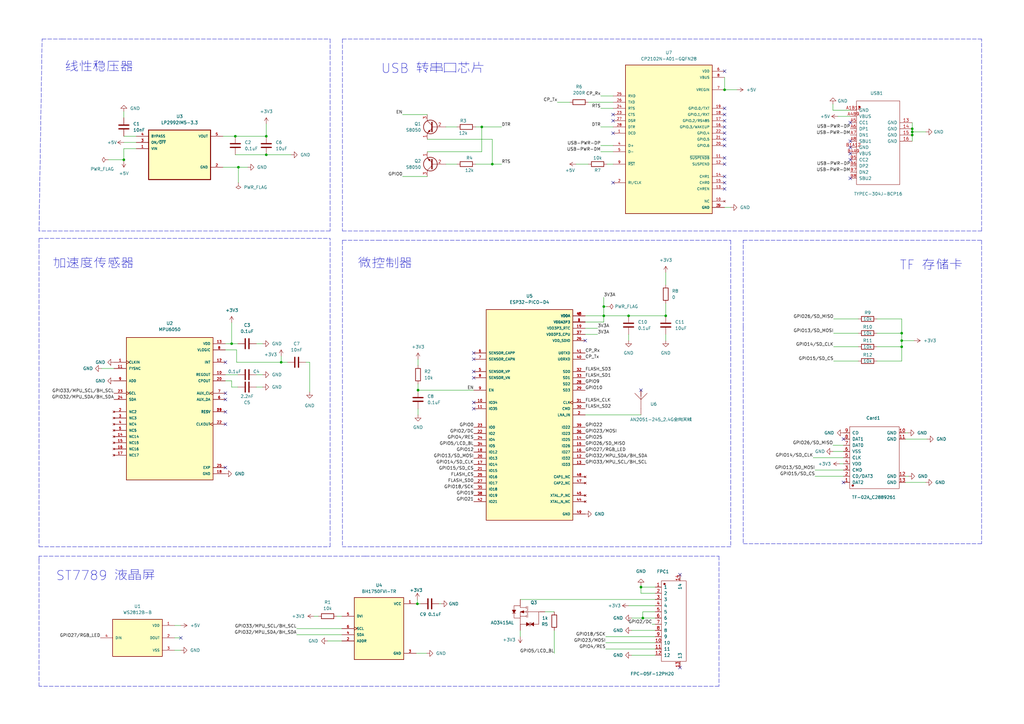
<source format=kicad_sch>
(kicad_sch (version 20211123) (generator eeschema)

  (uuid 54a965ad-d35c-449e-bf42-9804aa86b58e)

  (paper "A3")

  (title_block
    (title "Egret")
    (date "2022-07-08")
    (company "UinIO.com")
  )

  (lib_symbols
    (symbol "BH1750FVI-TR:BH1750FVI-TR" (pin_names (offset 1.016)) (in_bom yes) (on_board yes)
      (property "Reference" "U" (id 0) (at -10.1854 13.462 0)
        (effects (font (size 1.27 1.27)) (justify left bottom))
      )
      (property "Value" "BH1750FVI-TR" (id 1) (at -9.9314 -15.24 0)
        (effects (font (size 1.27 1.27)) (justify left bottom))
      )
      (property "Footprint" "XDCR_BH1750FVI-TR" (id 2) (at 0 0 0)
        (effects (font (size 1.27 1.27)) (justify left bottom) hide)
      )
      (property "Datasheet" "" (id 3) (at 0 0 0)
        (effects (font (size 1.27 1.27)) (justify left bottom) hide)
      )
      (property "MANUFACTURER" "Rohm" (id 4) (at 0 0 0)
        (effects (font (size 1.27 1.27)) (justify left bottom) hide)
      )
      (property "MAXIMUM_PACKAGE_HEIGHT" "0.75mm" (id 5) (at 0 0 0)
        (effects (font (size 1.27 1.27)) (justify left bottom) hide)
      )
      (property "PARTREV" "D" (id 6) (at 0 0 0)
        (effects (font (size 1.27 1.27)) (justify left bottom) hide)
      )
      (property "STANDARD" "Manufacturer recommendations" (id 7) (at 0 0 0)
        (effects (font (size 1.27 1.27)) (justify left bottom) hide)
      )
      (property "ki_locked" "" (id 8) (at 0 0 0)
        (effects (font (size 1.27 1.27)))
      )
      (symbol "BH1750FVI-TR_0_0"
        (rectangle (start -10.16 -12.7) (end 10.16 12.7)
          (stroke (width 0.254) (type default) (color 0 0 0 0))
          (fill (type background))
        )
        (pin power_in line (at 15.24 10.16 180) (length 5.08)
          (name "VCC" (effects (font (size 1.016 1.016))))
          (number "1" (effects (font (size 1.016 1.016))))
        )
        (pin input line (at -15.24 -5.08 0) (length 5.08)
          (name "ADDR" (effects (font (size 1.016 1.016))))
          (number "2" (effects (font (size 1.016 1.016))))
        )
        (pin power_in line (at 15.24 -10.16 180) (length 5.08)
          (name "GND" (effects (font (size 1.016 1.016))))
          (number "3" (effects (font (size 1.016 1.016))))
        )
        (pin bidirectional line (at -15.24 -2.54 0) (length 5.08)
          (name "SDA" (effects (font (size 1.016 1.016))))
          (number "4" (effects (font (size 1.016 1.016))))
        )
        (pin input line (at -15.24 5.08 0) (length 5.08)
          (name "DVI" (effects (font (size 1.016 1.016))))
          (number "5" (effects (font (size 1.016 1.016))))
        )
        (pin input clock (at -15.24 0 0) (length 5.08)
          (name "SCL" (effects (font (size 1.016 1.016))))
          (number "6" (effects (font (size 1.016 1.016))))
        )
      )
    )
    (symbol "CP2102N-A01-GQFN28:CP2102N-A01-GQFN28" (pin_names (offset 1.016)) (in_bom yes) (on_board yes)
      (property "Reference" "U" (id 0) (at -17.8308 31.0896 0)
        (effects (font (size 1.27 1.27)) (justify left bottom))
      )
      (property "Value" "CP2102N-A01-GQFN28" (id 1) (at -17.8054 -31.0388 0)
        (effects (font (size 1.27 1.27)) (justify left bottom))
      )
      (property "Footprint" "QFN50P500X500X80-29N" (id 2) (at 0 0 0)
        (effects (font (size 1.27 1.27)) (justify left bottom) hide)
      )
      (property "Datasheet" "" (id 3) (at 0 0 0)
        (effects (font (size 1.27 1.27)) (justify left bottom) hide)
      )
      (property "STANDARD" "IPC 7351B" (id 4) (at 0 0 0)
        (effects (font (size 1.27 1.27)) (justify left bottom) hide)
      )
      (property "PARTREV" "1.0" (id 5) (at 0 0 0)
        (effects (font (size 1.27 1.27)) (justify left bottom) hide)
      )
      (property "MANUFACTURER" "SILICON LABS" (id 6) (at 0 0 0)
        (effects (font (size 1.27 1.27)) (justify left bottom) hide)
      )
      (property "MAXIMUM_PACKAGE_HEIGHT" "0.8mm" (id 7) (at 0 0 0)
        (effects (font (size 1.27 1.27)) (justify left bottom) hide)
      )
      (property "ki_locked" "" (id 8) (at 0 0 0)
        (effects (font (size 1.27 1.27)))
      )
      (symbol "CP2102N-A01-GQFN28_0_0"
        (rectangle (start -17.78 -30.48) (end 17.78 30.48)
          (stroke (width 0.254) (type default) (color 0 0 0 0))
          (fill (type background))
        )
        (pin input line (at -22.86 2.54 0) (length 5.08)
          (name "DCD" (effects (font (size 1.016 1.016))))
          (number "1" (effects (font (size 1.016 1.016))))
        )
        (pin no_connect line (at 22.86 -25.4 180) (length 5.08)
          (name "NC" (effects (font (size 1.016 1.016))))
          (number "10" (effects (font (size 1.016 1.016))))
        )
        (pin output line (at 22.86 -7.62 180) (length 5.08)
          (name "~{SUSPENDB}" (effects (font (size 1.016 1.016))))
          (number "11" (effects (font (size 1.016 1.016))))
        )
        (pin output line (at 22.86 -10.16 180) (length 5.08)
          (name "SUSPEND" (effects (font (size 1.016 1.016))))
          (number "12" (effects (font (size 1.016 1.016))))
        )
        (pin output line (at 22.86 -20.32 180) (length 5.08)
          (name "CHREN" (effects (font (size 1.016 1.016))))
          (number "13" (effects (font (size 1.016 1.016))))
        )
        (pin output line (at 22.86 -15.24 180) (length 5.08)
          (name "CHR1" (effects (font (size 1.016 1.016))))
          (number "14" (effects (font (size 1.016 1.016))))
        )
        (pin output line (at 22.86 -17.78 180) (length 5.08)
          (name "CHR0" (effects (font (size 1.016 1.016))))
          (number "15" (effects (font (size 1.016 1.016))))
        )
        (pin bidirectional line (at 22.86 5.08 180) (length 5.08)
          (name "GPIO.3/WAKEUP" (effects (font (size 1.016 1.016))))
          (number "16" (effects (font (size 1.016 1.016))))
        )
        (pin bidirectional line (at 22.86 7.62 180) (length 5.08)
          (name "GPIO.2/RS485" (effects (font (size 1.016 1.016))))
          (number "17" (effects (font (size 1.016 1.016))))
        )
        (pin bidirectional line (at 22.86 10.16 180) (length 5.08)
          (name "GPIO.1/RXT" (effects (font (size 1.016 1.016))))
          (number "18" (effects (font (size 1.016 1.016))))
        )
        (pin bidirectional line (at 22.86 12.7 180) (length 5.08)
          (name "GPIO.0/TXT" (effects (font (size 1.016 1.016))))
          (number "19" (effects (font (size 1.016 1.016))))
        )
        (pin bidirectional line (at -22.86 -17.78 0) (length 5.08)
          (name "RI/CLK" (effects (font (size 1.016 1.016))))
          (number "2" (effects (font (size 1.016 1.016))))
        )
        (pin bidirectional line (at 22.86 -2.54 180) (length 5.08)
          (name "GPIO.6" (effects (font (size 1.016 1.016))))
          (number "20" (effects (font (size 1.016 1.016))))
        )
        (pin bidirectional line (at 22.86 0 180) (length 5.08)
          (name "GPIO.5" (effects (font (size 1.016 1.016))))
          (number "21" (effects (font (size 1.016 1.016))))
        )
        (pin bidirectional line (at 22.86 2.54 180) (length 5.08)
          (name "GPIO.4" (effects (font (size 1.016 1.016))))
          (number "22" (effects (font (size 1.016 1.016))))
        )
        (pin input line (at -22.86 10.16 0) (length 5.08)
          (name "CTS" (effects (font (size 1.016 1.016))))
          (number "23" (effects (font (size 1.016 1.016))))
        )
        (pin output line (at -22.86 12.7 0) (length 5.08)
          (name "RTS" (effects (font (size 1.016 1.016))))
          (number "24" (effects (font (size 1.016 1.016))))
        )
        (pin input line (at -22.86 17.78 0) (length 5.08)
          (name "RXD" (effects (font (size 1.016 1.016))))
          (number "25" (effects (font (size 1.016 1.016))))
        )
        (pin output line (at -22.86 15.24 0) (length 5.08)
          (name "TXD" (effects (font (size 1.016 1.016))))
          (number "26" (effects (font (size 1.016 1.016))))
        )
        (pin input line (at -22.86 7.62 0) (length 5.08)
          (name "DSR" (effects (font (size 1.016 1.016))))
          (number "27" (effects (font (size 1.016 1.016))))
        )
        (pin output line (at -22.86 5.08 0) (length 5.08)
          (name "DTR" (effects (font (size 1.016 1.016))))
          (number "28" (effects (font (size 1.016 1.016))))
        )
        (pin power_in line (at 22.86 -27.94 180) (length 5.08)
          (name "GND" (effects (font (size 1.016 1.016))))
          (number "29" (effects (font (size 1.016 1.016))))
        )
        (pin power_in line (at 22.86 -27.94 180) (length 5.08)
          (name "GND" (effects (font (size 1.016 1.016))))
          (number "3" (effects (font (size 1.016 1.016))))
        )
        (pin bidirectional line (at -22.86 -2.54 0) (length 5.08)
          (name "D+" (effects (font (size 1.016 1.016))))
          (number "4" (effects (font (size 1.016 1.016))))
        )
        (pin bidirectional line (at -22.86 -5.08 0) (length 5.08)
          (name "D-" (effects (font (size 1.016 1.016))))
          (number "5" (effects (font (size 1.016 1.016))))
        )
        (pin power_in line (at 22.86 27.94 180) (length 5.08)
          (name "VDD" (effects (font (size 1.016 1.016))))
          (number "6" (effects (font (size 1.016 1.016))))
        )
        (pin power_in line (at 22.86 20.32 180) (length 5.08)
          (name "VREGIN" (effects (font (size 1.016 1.016))))
          (number "7" (effects (font (size 1.016 1.016))))
        )
        (pin power_in line (at 22.86 25.4 180) (length 5.08)
          (name "VBUS" (effects (font (size 1.016 1.016))))
          (number "8" (effects (font (size 1.016 1.016))))
        )
        (pin input line (at -22.86 -10.16 0) (length 5.08)
          (name "~{RST}" (effects (font (size 1.016 1.016))))
          (number "9" (effects (font (size 1.016 1.016))))
        )
      )
    )
    (symbol "Device:C" (pin_numbers hide) (pin_names (offset 0.254)) (in_bom yes) (on_board yes)
      (property "Reference" "C" (id 0) (at 0.635 2.54 0)
        (effects (font (size 1.27 1.27)) (justify left))
      )
      (property "Value" "C" (id 1) (at 0.635 -2.54 0)
        (effects (font (size 1.27 1.27)) (justify left))
      )
      (property "Footprint" "" (id 2) (at 0.9652 -3.81 0)
        (effects (font (size 1.27 1.27)) hide)
      )
      (property "Datasheet" "~" (id 3) (at 0 0 0)
        (effects (font (size 1.27 1.27)) hide)
      )
      (property "ki_keywords" "cap capacitor" (id 4) (at 0 0 0)
        (effects (font (size 1.27 1.27)) hide)
      )
      (property "ki_description" "Unpolarized capacitor" (id 5) (at 0 0 0)
        (effects (font (size 1.27 1.27)) hide)
      )
      (property "ki_fp_filters" "C_*" (id 6) (at 0 0 0)
        (effects (font (size 1.27 1.27)) hide)
      )
      (symbol "C_0_1"
        (polyline
          (pts
            (xy -2.032 -0.762)
            (xy 2.032 -0.762)
          )
          (stroke (width 0.508) (type default) (color 0 0 0 0))
          (fill (type none))
        )
        (polyline
          (pts
            (xy -2.032 0.762)
            (xy 2.032 0.762)
          )
          (stroke (width 0.508) (type default) (color 0 0 0 0))
          (fill (type none))
        )
      )
      (symbol "C_1_1"
        (pin passive line (at 0 3.81 270) (length 2.794)
          (name "~" (effects (font (size 1.27 1.27))))
          (number "1" (effects (font (size 1.27 1.27))))
        )
        (pin passive line (at 0 -3.81 90) (length 2.794)
          (name "~" (effects (font (size 1.27 1.27))))
          (number "2" (effects (font (size 1.27 1.27))))
        )
      )
    )
    (symbol "Device:R" (pin_numbers hide) (pin_names (offset 0)) (in_bom yes) (on_board yes)
      (property "Reference" "R" (id 0) (at 2.032 0 90)
        (effects (font (size 1.27 1.27)))
      )
      (property "Value" "R" (id 1) (at 0 0 90)
        (effects (font (size 1.27 1.27)))
      )
      (property "Footprint" "" (id 2) (at -1.778 0 90)
        (effects (font (size 1.27 1.27)) hide)
      )
      (property "Datasheet" "~" (id 3) (at 0 0 0)
        (effects (font (size 1.27 1.27)) hide)
      )
      (property "ki_keywords" "R res resistor" (id 4) (at 0 0 0)
        (effects (font (size 1.27 1.27)) hide)
      )
      (property "ki_description" "Resistor" (id 5) (at 0 0 0)
        (effects (font (size 1.27 1.27)) hide)
      )
      (property "ki_fp_filters" "R_*" (id 6) (at 0 0 0)
        (effects (font (size 1.27 1.27)) hide)
      )
      (symbol "R_0_1"
        (rectangle (start -1.016 -2.54) (end 1.016 2.54)
          (stroke (width 0.254) (type default) (color 0 0 0 0))
          (fill (type none))
        )
      )
      (symbol "R_1_1"
        (pin passive line (at 0 3.81 270) (length 1.27)
          (name "~" (effects (font (size 1.27 1.27))))
          (number "1" (effects (font (size 1.27 1.27))))
        )
        (pin passive line (at 0 -3.81 90) (length 1.27)
          (name "~" (effects (font (size 1.27 1.27))))
          (number "2" (effects (font (size 1.27 1.27))))
        )
      )
    )
    (symbol "ESP32-PICO-D4:ESP32-PICO-D4" (pin_names (offset 1.016)) (in_bom yes) (on_board yes)
      (property "Reference" "U" (id 0) (at -17.78 44.069 0)
        (effects (font (size 1.27 1.27)) (justify left bottom))
      )
      (property "Value" "ESP32-PICO-D4" (id 1) (at -17.78 -45.72 0)
        (effects (font (size 1.27 1.27)) (justify left bottom))
      )
      (property "Footprint" "PQFN50P700X700X104-49N" (id 2) (at 0 0 0)
        (effects (font (size 1.27 1.27)) (justify left bottom) hide)
      )
      (property "Datasheet" "" (id 3) (at 0 0 0)
        (effects (font (size 1.27 1.27)) (justify left bottom) hide)
      )
      (property "PARTREV" "v1.9" (id 4) (at 0 0 0)
        (effects (font (size 1.27 1.27)) (justify left bottom) hide)
      )
      (property "MANUFACTURER" "Espressif Systems" (id 5) (at 0 0 0)
        (effects (font (size 1.27 1.27)) (justify left bottom) hide)
      )
      (property "MAXIMUM_PACKAGE_HEIGHT" "1.04 mm" (id 6) (at 0 0 0)
        (effects (font (size 1.27 1.27)) (justify left bottom) hide)
      )
      (property "STANDARD" "IPC 7351B" (id 7) (at 0 0 0)
        (effects (font (size 1.27 1.27)) (justify left bottom) hide)
      )
      (property "ki_locked" "" (id 8) (at 0 0 0)
        (effects (font (size 1.27 1.27)))
      )
      (symbol "ESP32-PICO-D4_0_0"
        (rectangle (start -17.78 -43.18) (end 17.78 43.18)
          (stroke (width 0.254) (type default) (color 0 0 0 0))
          (fill (type background))
        )
        (pin power_in line (at 22.86 40.64 180) (length 5.08)
          (name "VDDA" (effects (font (size 1.016 1.016))))
          (number "1" (effects (font (size 1.016 1.016))))
        )
        (pin input line (at -22.86 5.08 0) (length 5.08)
          (name "IO34" (effects (font (size 1.016 1.016))))
          (number "10" (effects (font (size 1.016 1.016))))
        )
        (pin input line (at -22.86 2.54 0) (length 5.08)
          (name "IO35" (effects (font (size 1.016 1.016))))
          (number "11" (effects (font (size 1.016 1.016))))
        )
        (pin bidirectional line (at 22.86 -17.78 180) (length 5.08)
          (name "IO32" (effects (font (size 1.016 1.016))))
          (number "12" (effects (font (size 1.016 1.016))))
        )
        (pin bidirectional line (at 22.86 -20.32 180) (length 5.08)
          (name "IO33" (effects (font (size 1.016 1.016))))
          (number "13" (effects (font (size 1.016 1.016))))
        )
        (pin bidirectional line (at 22.86 -10.16 180) (length 5.08)
          (name "IO25" (effects (font (size 1.016 1.016))))
          (number "14" (effects (font (size 1.016 1.016))))
        )
        (pin bidirectional line (at 22.86 -12.7 180) (length 5.08)
          (name "IO26" (effects (font (size 1.016 1.016))))
          (number "15" (effects (font (size 1.016 1.016))))
        )
        (pin bidirectional line (at 22.86 -15.24 180) (length 5.08)
          (name "IO27" (effects (font (size 1.016 1.016))))
          (number "16" (effects (font (size 1.016 1.016))))
        )
        (pin bidirectional line (at -22.86 -20.32 0) (length 5.08)
          (name "IO14" (effects (font (size 1.016 1.016))))
          (number "17" (effects (font (size 1.016 1.016))))
        )
        (pin bidirectional line (at -22.86 -15.24 0) (length 5.08)
          (name "IO12" (effects (font (size 1.016 1.016))))
          (number "18" (effects (font (size 1.016 1.016))))
        )
        (pin power_in line (at 22.86 35.56 180) (length 5.08)
          (name "VDD3P3_RTC" (effects (font (size 1.016 1.016))))
          (number "19" (effects (font (size 1.016 1.016))))
        )
        (pin bidirectional line (at 22.86 0 180) (length 5.08)
          (name "LNA_IN" (effects (font (size 1.016 1.016))))
          (number "2" (effects (font (size 1.016 1.016))))
        )
        (pin bidirectional line (at -22.86 -17.78 0) (length 5.08)
          (name "IO13" (effects (font (size 1.016 1.016))))
          (number "20" (effects (font (size 1.016 1.016))))
        )
        (pin bidirectional line (at -22.86 -22.86 0) (length 5.08)
          (name "IO15" (effects (font (size 1.016 1.016))))
          (number "21" (effects (font (size 1.016 1.016))))
        )
        (pin bidirectional line (at -22.86 -7.62 0) (length 5.08)
          (name "IO2" (effects (font (size 1.016 1.016))))
          (number "22" (effects (font (size 1.016 1.016))))
        )
        (pin bidirectional line (at -22.86 -5.08 0) (length 5.08)
          (name "IO0" (effects (font (size 1.016 1.016))))
          (number "23" (effects (font (size 1.016 1.016))))
        )
        (pin bidirectional line (at -22.86 -10.16 0) (length 5.08)
          (name "IO4" (effects (font (size 1.016 1.016))))
          (number "24" (effects (font (size 1.016 1.016))))
        )
        (pin bidirectional line (at -22.86 -25.4 0) (length 5.08)
          (name "IO16" (effects (font (size 1.016 1.016))))
          (number "25" (effects (font (size 1.016 1.016))))
        )
        (pin power_in line (at 22.86 30.48 180) (length 5.08)
          (name "VDD_SDIO" (effects (font (size 1.016 1.016))))
          (number "26" (effects (font (size 1.016 1.016))))
        )
        (pin bidirectional line (at -22.86 -27.94 0) (length 5.08)
          (name "IO17" (effects (font (size 1.016 1.016))))
          (number "27" (effects (font (size 1.016 1.016))))
        )
        (pin bidirectional line (at 22.86 12.7 180) (length 5.08)
          (name "SD2" (effects (font (size 1.016 1.016))))
          (number "28" (effects (font (size 1.016 1.016))))
        )
        (pin bidirectional line (at 22.86 10.16 180) (length 5.08)
          (name "SD3" (effects (font (size 1.016 1.016))))
          (number "29" (effects (font (size 1.016 1.016))))
        )
        (pin power_in line (at 22.86 38.1 180) (length 5.08)
          (name "VDDA3P3" (effects (font (size 1.016 1.016))))
          (number "3" (effects (font (size 1.016 1.016))))
        )
        (pin bidirectional line (at 22.86 2.54 180) (length 5.08)
          (name "CMD" (effects (font (size 1.016 1.016))))
          (number "30" (effects (font (size 1.016 1.016))))
        )
        (pin bidirectional clock (at 22.86 5.08 180) (length 5.08)
          (name "CLK" (effects (font (size 1.016 1.016))))
          (number "31" (effects (font (size 1.016 1.016))))
        )
        (pin bidirectional line (at 22.86 17.78 180) (length 5.08)
          (name "SD0" (effects (font (size 1.016 1.016))))
          (number "32" (effects (font (size 1.016 1.016))))
        )
        (pin bidirectional line (at 22.86 15.24 180) (length 5.08)
          (name "SD1" (effects (font (size 1.016 1.016))))
          (number "33" (effects (font (size 1.016 1.016))))
        )
        (pin bidirectional line (at -22.86 -12.7 0) (length 5.08)
          (name "IO5" (effects (font (size 1.016 1.016))))
          (number "34" (effects (font (size 1.016 1.016))))
        )
        (pin bidirectional line (at -22.86 -30.48 0) (length 5.08)
          (name "IO18" (effects (font (size 1.016 1.016))))
          (number "35" (effects (font (size 1.016 1.016))))
        )
        (pin bidirectional line (at 22.86 -7.62 180) (length 5.08)
          (name "IO23" (effects (font (size 1.016 1.016))))
          (number "36" (effects (font (size 1.016 1.016))))
        )
        (pin power_in line (at 22.86 33.02 180) (length 5.08)
          (name "VDD3P3_CPU" (effects (font (size 1.016 1.016))))
          (number "37" (effects (font (size 1.016 1.016))))
        )
        (pin bidirectional line (at -22.86 -33.02 0) (length 5.08)
          (name "IO19" (effects (font (size 1.016 1.016))))
          (number "38" (effects (font (size 1.016 1.016))))
        )
        (pin bidirectional line (at 22.86 -5.08 180) (length 5.08)
          (name "IO22" (effects (font (size 1.016 1.016))))
          (number "39" (effects (font (size 1.016 1.016))))
        )
        (pin power_in line (at 22.86 38.1 180) (length 5.08)
          (name "VDDA3P3" (effects (font (size 1.016 1.016))))
          (number "4" (effects (font (size 1.016 1.016))))
        )
        (pin bidirectional line (at 22.86 22.86 180) (length 5.08)
          (name "U0RXD" (effects (font (size 1.016 1.016))))
          (number "40" (effects (font (size 1.016 1.016))))
        )
        (pin bidirectional line (at 22.86 25.4 180) (length 5.08)
          (name "U0TXD" (effects (font (size 1.016 1.016))))
          (number "41" (effects (font (size 1.016 1.016))))
        )
        (pin bidirectional line (at -22.86 -35.56 0) (length 5.08)
          (name "IO21" (effects (font (size 1.016 1.016))))
          (number "42" (effects (font (size 1.016 1.016))))
        )
        (pin power_in line (at 22.86 40.64 180) (length 5.08)
          (name "VDDA" (effects (font (size 1.016 1.016))))
          (number "43" (effects (font (size 1.016 1.016))))
        )
        (pin no_connect line (at 22.86 -35.56 180) (length 5.08)
          (name "XTAL_N_NC" (effects (font (size 1.016 1.016))))
          (number "44" (effects (font (size 1.016 1.016))))
        )
        (pin no_connect line (at 22.86 -33.02 180) (length 5.08)
          (name "XTAL_P_NC" (effects (font (size 1.016 1.016))))
          (number "45" (effects (font (size 1.016 1.016))))
        )
        (pin power_in line (at 22.86 40.64 180) (length 5.08)
          (name "VDDA" (effects (font (size 1.016 1.016))))
          (number "46" (effects (font (size 1.016 1.016))))
        )
        (pin no_connect line (at 22.86 -27.94 180) (length 5.08)
          (name "CAP2_NC" (effects (font (size 1.016 1.016))))
          (number "47" (effects (font (size 1.016 1.016))))
        )
        (pin no_connect line (at 22.86 -25.4 180) (length 5.08)
          (name "CAP1_NC" (effects (font (size 1.016 1.016))))
          (number "48" (effects (font (size 1.016 1.016))))
        )
        (pin power_in line (at 22.86 -40.64 180) (length 5.08)
          (name "GND" (effects (font (size 1.016 1.016))))
          (number "49" (effects (font (size 1.016 1.016))))
        )
        (pin input line (at -22.86 17.78 0) (length 5.08)
          (name "SENSOR_VP" (effects (font (size 1.016 1.016))))
          (number "5" (effects (font (size 1.016 1.016))))
        )
        (pin input line (at -22.86 25.4 0) (length 5.08)
          (name "SENSOR_CAPP" (effects (font (size 1.016 1.016))))
          (number "6" (effects (font (size 1.016 1.016))))
        )
        (pin input line (at -22.86 22.86 0) (length 5.08)
          (name "SENSOR_CAPN" (effects (font (size 1.016 1.016))))
          (number "7" (effects (font (size 1.016 1.016))))
        )
        (pin input line (at -22.86 15.24 0) (length 5.08)
          (name "SENSOR_VN" (effects (font (size 1.016 1.016))))
          (number "8" (effects (font (size 1.016 1.016))))
        )
        (pin input line (at -22.86 10.16 0) (length 5.08)
          (name "EN" (effects (font (size 1.016 1.016))))
          (number "9" (effects (font (size 1.016 1.016))))
        )
      )
    )
    (symbol "LP2992IM5-3.3:LP2992IM5-3.3" (pin_names (offset 1.016)) (in_bom yes) (on_board yes)
      (property "Reference" "U" (id 0) (at -12.7 11.1506 0)
        (effects (font (size 1.27 1.27)) (justify left bottom))
      )
      (property "Value" "LP2992IM5-3.3" (id 1) (at -12.7 -14.1478 0)
        (effects (font (size 1.27 1.27)) (justify left bottom))
      )
      (property "Footprint" "SOT95P280X145-5N" (id 2) (at 0 0 0)
        (effects (font (size 1.27 1.27)) (justify left bottom) hide)
      )
      (property "Datasheet" "" (id 3) (at 0 0 0)
        (effects (font (size 1.27 1.27)) (justify left bottom) hide)
      )
      (property "ki_locked" "" (id 4) (at 0 0 0)
        (effects (font (size 1.27 1.27)))
      )
      (symbol "LP2992IM5-3.3_0_0"
        (rectangle (start -12.7 -10.16) (end 12.7 10.16)
          (stroke (width 0.4064) (type default) (color 0 0 0 0))
          (fill (type background))
        )
        (pin input line (at -17.78 2.54 0) (length 5.08)
          (name "VIN" (effects (font (size 1.016 1.016))))
          (number "1" (effects (font (size 1.016 1.016))))
        )
        (pin power_in line (at 17.78 -5.08 180) (length 5.08)
          (name "GND" (effects (font (size 1.016 1.016))))
          (number "2" (effects (font (size 1.016 1.016))))
        )
        (pin input line (at -17.78 5.08 0) (length 5.08)
          (name "ON/~{OFF}" (effects (font (size 1.016 1.016))))
          (number "3" (effects (font (size 1.016 1.016))))
        )
        (pin input line (at -17.78 7.62 0) (length 5.08)
          (name "BYPASS" (effects (font (size 1.016 1.016))))
          (number "4" (effects (font (size 1.016 1.016))))
        )
        (pin output line (at 17.78 7.62 180) (length 5.08)
          (name "VOUT" (effects (font (size 1.016 1.016))))
          (number "5" (effects (font (size 1.016 1.016))))
        )
      )
    )
    (symbol "MPU6050:MPU6050" (pin_names (offset 1.016)) (in_bom yes) (on_board yes)
      (property "Reference" "U" (id 0) (at -17.78 29.21 0)
        (effects (font (size 1.27 1.27)) (justify left bottom))
      )
      (property "Value" "MPU6050" (id 1) (at -17.78 -31.75 0)
        (effects (font (size 1.27 1.27)) (justify left bottom))
      )
      (property "Footprint" "IC_MPU6050" (id 2) (at 0 0 0)
        (effects (font (size 1.27 1.27)) (justify left bottom) hide)
      )
      (property "Datasheet" "" (id 3) (at 0 0 0)
        (effects (font (size 1.27 1.27)) (justify left bottom) hide)
      )
      (property "STANDARD" "Manufacturer Recommendations" (id 4) (at 0 0 0)
        (effects (font (size 1.27 1.27)) (justify left bottom) hide)
      )
      (property "PARTREV" "3.4" (id 5) (at 0 0 0)
        (effects (font (size 1.27 1.27)) (justify left bottom) hide)
      )
      (property "MANUFACTURER" "TDK InvenSense" (id 6) (at 0 0 0)
        (effects (font (size 1.27 1.27)) (justify left bottom) hide)
      )
      (property "MAXIMUM_PACKAGE_HEIGHT" "0.95 mm" (id 7) (at 0 0 0)
        (effects (font (size 1.27 1.27)) (justify left bottom) hide)
      )
      (property "ki_locked" "" (id 8) (at 0 0 0)
        (effects (font (size 1.27 1.27)))
      )
      (symbol "MPU6050_0_0"
        (rectangle (start -17.78 -30.48) (end 17.78 27.94)
          (stroke (width 0.254) (type default) (color 0 0 0 0))
          (fill (type background))
        )
        (pin input clock (at -22.86 17.78 0) (length 5.08)
          (name "CLKIN" (effects (font (size 1.016 1.016))))
          (number "1" (effects (font (size 1.016 1.016))))
        )
        (pin output line (at 22.86 12.7 180) (length 5.08)
          (name "REGOUT" (effects (font (size 1.016 1.016))))
          (number "10" (effects (font (size 1.016 1.016))))
        )
        (pin input line (at -22.86 15.24 0) (length 5.08)
          (name "FYSNC" (effects (font (size 1.016 1.016))))
          (number "11" (effects (font (size 1.016 1.016))))
        )
        (pin output line (at 22.86 17.78 180) (length 5.08)
          (name "INT" (effects (font (size 1.016 1.016))))
          (number "12" (effects (font (size 1.016 1.016))))
        )
        (pin power_in line (at 22.86 25.4 180) (length 5.08)
          (name "VDD" (effects (font (size 1.016 1.016))))
          (number "13" (effects (font (size 1.016 1.016))))
        )
        (pin no_connect line (at -22.86 -12.7 0) (length 5.08)
          (name "NC14" (effects (font (size 1.016 1.016))))
          (number "14" (effects (font (size 1.016 1.016))))
        )
        (pin no_connect line (at -22.86 -15.24 0) (length 5.08)
          (name "NC15" (effects (font (size 1.016 1.016))))
          (number "15" (effects (font (size 1.016 1.016))))
        )
        (pin no_connect line (at -22.86 -17.78 0) (length 5.08)
          (name "NC16" (effects (font (size 1.016 1.016))))
          (number "16" (effects (font (size 1.016 1.016))))
        )
        (pin no_connect line (at -22.86 -20.32 0) (length 5.08)
          (name "NC17" (effects (font (size 1.016 1.016))))
          (number "17" (effects (font (size 1.016 1.016))))
        )
        (pin power_in line (at 22.86 -27.94 180) (length 5.08)
          (name "GND" (effects (font (size 1.016 1.016))))
          (number "18" (effects (font (size 1.016 1.016))))
        )
        (pin bidirectional line (at 22.86 -2.54 180) (length 5.08)
          (name "RESV" (effects (font (size 1.016 1.016))))
          (number "19" (effects (font (size 1.016 1.016))))
        )
        (pin no_connect line (at -22.86 -2.54 0) (length 5.08)
          (name "NC2" (effects (font (size 1.016 1.016))))
          (number "2" (effects (font (size 1.016 1.016))))
        )
        (pin output line (at 22.86 10.16 180) (length 5.08)
          (name "CPOUT" (effects (font (size 1.016 1.016))))
          (number "20" (effects (font (size 1.016 1.016))))
        )
        (pin bidirectional line (at 22.86 -2.54 180) (length 5.08)
          (name "RESV" (effects (font (size 1.016 1.016))))
          (number "21" (effects (font (size 1.016 1.016))))
        )
        (pin output clock (at 22.86 -7.62 180) (length 5.08)
          (name "CLKOUT" (effects (font (size 1.016 1.016))))
          (number "22" (effects (font (size 1.016 1.016))))
        )
        (pin input clock (at -22.86 5.08 0) (length 5.08)
          (name "SCL" (effects (font (size 1.016 1.016))))
          (number "23" (effects (font (size 1.016 1.016))))
        )
        (pin bidirectional line (at -22.86 2.54 0) (length 5.08)
          (name "SDA" (effects (font (size 1.016 1.016))))
          (number "24" (effects (font (size 1.016 1.016))))
        )
        (pin power_in line (at 22.86 -25.4 180) (length 5.08)
          (name "EXP" (effects (font (size 1.016 1.016))))
          (number "25" (effects (font (size 1.016 1.016))))
        )
        (pin no_connect line (at -22.86 -5.08 0) (length 5.08)
          (name "NC3" (effects (font (size 1.016 1.016))))
          (number "3" (effects (font (size 1.016 1.016))))
        )
        (pin no_connect line (at -22.86 -7.62 0) (length 5.08)
          (name "NC4" (effects (font (size 1.016 1.016))))
          (number "4" (effects (font (size 1.016 1.016))))
        )
        (pin no_connect line (at -22.86 -10.16 0) (length 5.08)
          (name "NC5" (effects (font (size 1.016 1.016))))
          (number "5" (effects (font (size 1.016 1.016))))
        )
        (pin bidirectional line (at 22.86 2.54 180) (length 5.08)
          (name "AUX_DA" (effects (font (size 1.016 1.016))))
          (number "6" (effects (font (size 1.016 1.016))))
        )
        (pin output clock (at 22.86 5.08 180) (length 5.08)
          (name "AUX_CL" (effects (font (size 1.016 1.016))))
          (number "7" (effects (font (size 1.016 1.016))))
        )
        (pin power_in line (at 22.86 22.86 180) (length 5.08)
          (name "VLOGIC" (effects (font (size 1.016 1.016))))
          (number "8" (effects (font (size 1.016 1.016))))
        )
        (pin input line (at -22.86 10.16 0) (length 5.08)
          (name "AD0" (effects (font (size 1.016 1.016))))
          (number "9" (effects (font (size 1.016 1.016))))
        )
      )
    )
    (symbol "TF-SMD_TF-02:TF-02A_C2889261" (pin_names (offset 1.016)) (in_bom yes) (on_board yes)
      (property "Reference" "Card" (id 0) (at 0 15.24 0)
        (effects (font (size 1.27 1.27)))
      )
      (property "Value" "TF-02A_C2889261" (id 1) (at 0 20.32 0)
        (effects (font (size 1.27 1.27)))
      )
      (property "Footprint" "kicad_lceda:TF-SMD_TF-02" (id 2) (at 0 10.16 0)
        (effects (font (size 1.27 1.27)) hide)
      )
      (property "Datasheet" "" (id 3) (at 0 5.08 0)
        (effects (font (size 1.27 1.27)) hide)
      )
      (property "SuppliersPartNumber" "C2889261" (id 4) (at 0 0 0)
        (effects (font (size 1.27 1.27)) hide)
      )
      (property "uuid" "std:d296a76a79c743a0bd4ab3714a928763" (id 5) (at 0 0 0)
        (effects (font (size 1.27 1.27)) hide)
      )
      (symbol "TF-02A_C2889261_1_1"
        (rectangle (start -10.16 12.7) (end 10.16 -12.7)
          (stroke (width 0.1524) (type default) (color 0 0 0 0))
          (fill (type none))
        )
        (circle (center -8.89 11.43) (radius 0.381)
          (stroke (width 0.1524) (type default) (color 0 0 0 0))
          (fill (type outline))
        )
        (pin input line (at -12.7 10.16 0) (length 2.54)
          (name "DAT2" (effects (font (size 1.27 1.27))))
          (number "1" (effects (font (size 1.27 1.27))))
        )
        (pin input line (at 12.7 -10.16 180) (length 2.54)
          (name "GND" (effects (font (size 1.27 1.27))))
          (number "10" (effects (font (size 1.27 1.27))))
        )
        (pin input line (at 12.7 -7.62 180) (length 2.54)
          (name "GND" (effects (font (size 1.27 1.27))))
          (number "11" (effects (font (size 1.27 1.27))))
        )
        (pin input line (at 12.7 7.62 180) (length 2.54)
          (name "GND" (effects (font (size 1.27 1.27))))
          (number "12" (effects (font (size 1.27 1.27))))
        )
        (pin input line (at 12.7 10.16 180) (length 2.54)
          (name "GND" (effects (font (size 1.27 1.27))))
          (number "13" (effects (font (size 1.27 1.27))))
        )
        (pin input line (at -12.7 7.62 0) (length 2.54)
          (name "CD/DAT3" (effects (font (size 1.27 1.27))))
          (number "2" (effects (font (size 1.27 1.27))))
        )
        (pin input line (at -12.7 5.08 0) (length 2.54)
          (name "CMD" (effects (font (size 1.27 1.27))))
          (number "3" (effects (font (size 1.27 1.27))))
        )
        (pin input line (at -12.7 2.54 0) (length 2.54)
          (name "VDD" (effects (font (size 1.27 1.27))))
          (number "4" (effects (font (size 1.27 1.27))))
        )
        (pin input line (at -12.7 0 0) (length 2.54)
          (name "CLK" (effects (font (size 1.27 1.27))))
          (number "5" (effects (font (size 1.27 1.27))))
        )
        (pin input line (at -12.7 -2.54 0) (length 2.54)
          (name "VSS" (effects (font (size 1.27 1.27))))
          (number "6" (effects (font (size 1.27 1.27))))
        )
        (pin input line (at -12.7 -5.08 0) (length 2.54)
          (name "DAT0" (effects (font (size 1.27 1.27))))
          (number "7" (effects (font (size 1.27 1.27))))
        )
        (pin input line (at -12.7 -7.62 0) (length 2.54)
          (name "DAT1" (effects (font (size 1.27 1.27))))
          (number "8" (effects (font (size 1.27 1.27))))
        )
        (pin input line (at -12.7 -10.16 0) (length 2.54)
          (name "CD" (effects (font (size 1.27 1.27))))
          (number "9" (effects (font (size 1.27 1.27))))
        )
      )
    )
    (symbol "Transistor_BJT:S8050" (pin_names (offset 0) hide) (in_bom yes) (on_board yes)
      (property "Reference" "Q" (id 0) (at 5.08 1.905 0)
        (effects (font (size 1.27 1.27)) (justify left))
      )
      (property "Value" "S8050" (id 1) (at 5.08 0 0)
        (effects (font (size 1.27 1.27)) (justify left))
      )
      (property "Footprint" "Package_TO_SOT_THT:TO-92_Inline" (id 2) (at 5.08 -1.905 0)
        (effects (font (size 1.27 1.27) italic) (justify left) hide)
      )
      (property "Datasheet" "http://www.unisonic.com.tw/datasheet/S8050.pdf" (id 3) (at 0 0 0)
        (effects (font (size 1.27 1.27)) (justify left) hide)
      )
      (property "ki_keywords" "S8050 NPN Low Voltage High Current Transistor" (id 4) (at 0 0 0)
        (effects (font (size 1.27 1.27)) hide)
      )
      (property "ki_description" "0.7A Ic, 20V Vce, Low Voltage High Current NPN Transistor, TO-92" (id 5) (at 0 0 0)
        (effects (font (size 1.27 1.27)) hide)
      )
      (property "ki_fp_filters" "TO?92*" (id 6) (at 0 0 0)
        (effects (font (size 1.27 1.27)) hide)
      )
      (symbol "S8050_0_1"
        (polyline
          (pts
            (xy 0 0)
            (xy 0.635 0)
          )
          (stroke (width 0) (type default) (color 0 0 0 0))
          (fill (type none))
        )
        (polyline
          (pts
            (xy 0.635 0.635)
            (xy 2.54 2.54)
          )
          (stroke (width 0) (type default) (color 0 0 0 0))
          (fill (type none))
        )
        (polyline
          (pts
            (xy 0.635 -0.635)
            (xy 2.54 -2.54)
            (xy 2.54 -2.54)
          )
          (stroke (width 0) (type default) (color 0 0 0 0))
          (fill (type none))
        )
        (polyline
          (pts
            (xy 0.635 1.905)
            (xy 0.635 -1.905)
            (xy 0.635 -1.905)
          )
          (stroke (width 0.508) (type default) (color 0 0 0 0))
          (fill (type none))
        )
        (polyline
          (pts
            (xy 1.27 -1.778)
            (xy 1.778 -1.27)
            (xy 2.286 -2.286)
            (xy 1.27 -1.778)
            (xy 1.27 -1.778)
          )
          (stroke (width 0) (type default) (color 0 0 0 0))
          (fill (type outline))
        )
        (circle (center 1.27 0) (radius 2.8194)
          (stroke (width 0.254) (type default) (color 0 0 0 0))
          (fill (type none))
        )
      )
      (symbol "S8050_1_1"
        (pin passive line (at 2.54 -5.08 90) (length 2.54)
          (name "E" (effects (font (size 1.27 1.27))))
          (number "1" (effects (font (size 1.27 1.27))))
        )
        (pin input line (at -5.08 0 0) (length 5.08)
          (name "B" (effects (font (size 1.27 1.27))))
          (number "2" (effects (font (size 1.27 1.27))))
        )
        (pin passive line (at 2.54 5.08 270) (length 2.54)
          (name "C" (effects (font (size 1.27 1.27))))
          (number "3" (effects (font (size 1.27 1.27))))
        )
      )
    )
    (symbol "WS2812B-B:WS2812B-B" (pin_names (offset 1.016)) (in_bom yes) (on_board yes)
      (property "Reference" "U" (id 0) (at -10.16 8.128 0)
        (effects (font (size 1.27 1.27)) (justify left bottom))
      )
      (property "Value" "WS2812B-B" (id 1) (at -10.16 -10.16 0)
        (effects (font (size 1.27 1.27)) (justify left bottom))
      )
      (property "Footprint" "LED_WS2812B-B" (id 2) (at 0 0 0)
        (effects (font (size 1.27 1.27)) (justify left bottom) hide)
      )
      (property "Datasheet" "" (id 3) (at 0 0 0)
        (effects (font (size 1.27 1.27)) (justify left bottom) hide)
      )
      (property "PARTREV" "5" (id 4) (at 0 0 0)
        (effects (font (size 1.27 1.27)) (justify left bottom) hide)
      )
      (property "STANDARD" "Manufacturer Recommendations" (id 5) (at 0 0 0)
        (effects (font (size 1.27 1.27)) (justify left bottom) hide)
      )
      (property "MAXIMUM_PACKAGE_HIEGHT" "1.62 mm" (id 6) (at 0 0 0)
        (effects (font (size 1.27 1.27)) (justify left bottom) hide)
      )
      (property "MANUFACTURER" "Worldsemi" (id 7) (at 0 0 0)
        (effects (font (size 1.27 1.27)) (justify left bottom) hide)
      )
      (property "ki_locked" "" (id 8) (at 0 0 0)
        (effects (font (size 1.27 1.27)))
      )
      (symbol "WS2812B-B_0_0"
        (rectangle (start -10.16 -7.62) (end 10.16 7.62)
          (stroke (width 0.254) (type default) (color 0 0 0 0))
          (fill (type background))
        )
        (pin power_in line (at 15.24 5.08 180) (length 5.08)
          (name "VDD" (effects (font (size 1.016 1.016))))
          (number "1" (effects (font (size 1.016 1.016))))
        )
        (pin output line (at 15.24 0 180) (length 5.08)
          (name "DOUT" (effects (font (size 1.016 1.016))))
          (number "2" (effects (font (size 1.016 1.016))))
        )
        (pin power_in line (at 15.24 -5.08 180) (length 5.08)
          (name "VSS" (effects (font (size 1.016 1.016))))
          (number "3" (effects (font (size 1.016 1.016))))
        )
        (pin input line (at -15.24 0 0) (length 5.08)
          (name "DIN" (effects (font (size 1.016 1.016))))
          (number "4" (effects (font (size 1.016 1.016))))
        )
      )
    )
    (symbol "kicad_lceda:AN2051-245_2.4G全向天线" (pin_numbers hide) (pin_names (offset 1.016) hide) (in_bom yes) (on_board yes)
      (property "Reference" "U" (id 0) (at 0 7.8994 0)
        (effects (font (size 1.27 1.27)))
      )
      (property "Value" "AN2051-245_2.4G全向天线" (id 1) (at 0 12.9794 0)
        (effects (font (size 1.27 1.27)))
      )
      (property "Footprint" "kicad_lceda:ANT-SMD_L5.0-W2.0" (id 2) (at 0 2.8194 0)
        (effects (font (size 1.27 1.27)) hide)
      )
      (property "Datasheet" "" (id 3) (at 0 -2.2606 0)
        (effects (font (size 1.27 1.27)) hide)
      )
      (property "SuppliersPartNumber" "C9900013451" (id 4) (at 0 -7.3406 0)
        (effects (font (size 1.27 1.27)) hide)
      )
      (property "uuid" "std:84fb528918ac4c7eab50ee31a30f8b93" (id 5) (at 0 -7.3406 0)
        (effects (font (size 1.27 1.27)) hide)
      )
      (symbol "AN2051-245_2.4G全向天线_1_1"
        (polyline
          (pts
            (xy 0 1.27)
            (xy -2.54 3.81)
          )
          (stroke (width 0.1524) (type default) (color 0 0 0 0))
          (fill (type none))
        )
        (polyline
          (pts
            (xy 0 1.27)
            (xy 0 -2.54)
          )
          (stroke (width 0.1524) (type default) (color 0 0 0 0))
          (fill (type none))
        )
        (polyline
          (pts
            (xy 0 1.27)
            (xy 0 5.08)
          )
          (stroke (width 0.1524) (type default) (color 0 0 0 0))
          (fill (type none))
        )
        (polyline
          (pts
            (xy 2.54 3.81)
            (xy 0 1.27)
          )
          (stroke (width 0.1524) (type default) (color 0 0 0 0))
          (fill (type none))
        )
        (pin input line (at 0 -5.08 90) (length 2.54)
          (name "ANT" (effects (font (size 1.27 1.27))))
          (number "1" (effects (font (size 1.27 1.27))))
        )
        (pin input line (at 0 5.08 270) (length 2.54)
          (name "2" (effects (font (size 1.27 1.27))))
          (number "2" (effects (font (size 1.27 1.27))))
        )
      )
    )
    (symbol "kicad_lceda:AO3415AL" (pin_numbers hide) (pin_names (offset 1.016) hide) (in_bom yes) (on_board yes)
      (property "Reference" "Q" (id 0) (at 0 7.874 0)
        (effects (font (size 1.27 1.27)))
      )
      (property "Value" "AO3415AL" (id 1) (at 0 12.954 0)
        (effects (font (size 1.27 1.27)))
      )
      (property "Footprint" "kicad_lceda:SOT-23-3_L2.9-W1.6-P1.90-LS2.9-BL" (id 2) (at 0 2.794 0)
        (effects (font (size 1.27 1.27)) hide)
      )
      (property "Datasheet" "" (id 3) (at 0 -2.286 0)
        (effects (font (size 1.27 1.27)) hide)
      )
      (property "SuppliersPartNumber" "C358677" (id 4) (at 0 -7.366 0)
        (effects (font (size 1.27 1.27)) hide)
      )
      (property "uuid" "std:d3dac7fa03454d6d8635ee630f92e0ec" (id 5) (at 0 -7.366 0)
        (effects (font (size 1.27 1.27)) hide)
      )
      (symbol "AO3415AL_1_1"
        (polyline
          (pts
            (xy -8.128 0)
            (xy -3.048 0)
          )
          (stroke (width 0.1524) (type default) (color 0 0 0 0))
          (fill (type none))
        )
        (polyline
          (pts
            (xy -7.62 -5.08)
            (xy -7.62 0)
          )
          (stroke (width 0.1524) (type default) (color 0 0 0 0))
          (fill (type none))
        )
        (polyline
          (pts
            (xy -3.048 2.286)
            (xy -3.048 -2.286)
          )
          (stroke (width 0.1524) (type default) (color 0 0 0 0))
          (fill (type none))
        )
        (polyline
          (pts
            (xy -2.54 -2.286)
            (xy -2.54 -1.27)
          )
          (stroke (width 0.1524) (type default) (color 0 0 0 0))
          (fill (type none))
        )
        (polyline
          (pts
            (xy -2.54 -0.508)
            (xy -2.54 0.508)
          )
          (stroke (width 0.1524) (type default) (color 0 0 0 0))
          (fill (type none))
        )
        (polyline
          (pts
            (xy -2.54 2.286)
            (xy -2.54 1.27)
          )
          (stroke (width 0.1524) (type default) (color 0 0 0 0))
          (fill (type none))
        )
        (polyline
          (pts
            (xy 0 -5.08)
            (xy -7.62 -5.08)
          )
          (stroke (width 0.1524) (type default) (color 0 0 0 0))
          (fill (type none))
        )
        (polyline
          (pts
            (xy 0 -5.08)
            (xy 0 -2.54)
          )
          (stroke (width 0.1524) (type default) (color 0 0 0 0))
          (fill (type none))
        )
        (polyline
          (pts
            (xy 0 -1.778)
            (xy -2.54 -1.778)
          )
          (stroke (width 0.1524) (type default) (color 0 0 0 0))
          (fill (type none))
        )
        (polyline
          (pts
            (xy -4.572 -4.318)
            (xy -4.318 -4.572)
            (xy -4.318 -5.588)
            (xy -4.064 -5.842)
          )
          (stroke (width 0.1524) (type default) (color 0 0 0 0))
          (fill (type none))
        )
        (polyline
          (pts
            (xy -4.318 -5.08)
            (xy -5.588 -4.318)
            (xy -5.588 -5.842)
            (xy -4.318 -5.08)
          )
          (stroke (width 0.1524) (type default) (color 0 0 0 0))
          (fill (type outline))
        )
        (polyline
          (pts
            (xy -4.064 -4.318)
            (xy -3.81 -4.572)
            (xy -3.81 -5.588)
            (xy -3.556 -5.842)
          )
          (stroke (width 0.1524) (type default) (color 0 0 0 0))
          (fill (type none))
        )
        (polyline
          (pts
            (xy -3.81 -5.08)
            (xy -2.54 -5.842)
            (xy -2.54 -4.318)
            (xy -3.81 -5.08)
          )
          (stroke (width 0.1524) (type default) (color 0 0 0 0))
          (fill (type outline))
        )
        (polyline
          (pts
            (xy 0 0)
            (xy -1.524 0.508)
            (xy -1.524 -0.508)
            (xy 0 0)
          )
          (stroke (width 0.1524) (type default) (color 0 0 0 0))
          (fill (type outline))
        )
        (polyline
          (pts
            (xy 1.778 -0.508)
            (xy 2.032 -0.508)
            (xy 3.048 -0.508)
            (xy 3.302 -0.508)
          )
          (stroke (width 0.1524) (type default) (color 0 0 0 0))
          (fill (type none))
        )
        (polyline
          (pts
            (xy 2.54 -0.508)
            (xy 3.302 0.762)
            (xy 1.778 0.762)
            (xy 2.54 -0.508)
          )
          (stroke (width 0.1524) (type default) (color 0 0 0 0))
          (fill (type outline))
        )
        (polyline
          (pts
            (xy -2.54 0)
            (xy 0 0)
            (xy 0 -2.54)
            (xy 2.54 -2.54)
            (xy 2.54 0)
          )
          (stroke (width 0.1524) (type default) (color 0 0 0 0))
          (fill (type none))
        )
        (polyline
          (pts
            (xy -2.54 1.778)
            (xy 0 1.778)
            (xy 0 2.54)
            (xy 2.54 2.54)
            (xy 2.54 0.508)
          )
          (stroke (width 0.1524) (type default) (color 0 0 0 0))
          (fill (type none))
        )
        (pin input line (at -10.16 0 0) (length 2.032)
          (name "G" (effects (font (size 1.27 1.27))))
          (number "1" (effects (font (size 1.27 1.27))))
        )
        (pin input line (at 0 -7.62 90) (length 2.54)
          (name "S" (effects (font (size 1.27 1.27))))
          (number "2" (effects (font (size 1.27 1.27))))
        )
        (pin input line (at 0 5.08 270) (length 2.54)
          (name "D" (effects (font (size 1.27 1.27))))
          (number "3" (effects (font (size 1.27 1.27))))
        )
      )
    )
    (symbol "kicad_lceda:FPC-05F-12PH20" (pin_names (offset 1.016)) (in_bom yes) (on_board yes)
      (property "Reference" "FPC" (id 0) (at 0 20.9296 0)
        (effects (font (size 1.27 1.27)))
      )
      (property "Value" "FPC-05F-12PH20" (id 1) (at 0 26.0096 0)
        (effects (font (size 1.27 1.27)))
      )
      (property "Footprint" "kicad_lceda:FPC-SMD_12P-P0.50_FPC-05F-12PH20" (id 2) (at 0 15.8496 0)
        (effects (font (size 1.27 1.27)) hide)
      )
      (property "Datasheet" "" (id 3) (at 0 10.7442 0)
        (effects (font (size 1.27 1.27)) hide)
      )
      (property "SuppliersPartNumber" "C2856799" (id 4) (at 0 5.6642 0)
        (effects (font (size 1.27 1.27)) hide)
      )
      (property "uuid" "std:2ac3ce5243e74253a0640669b8243202" (id 5) (at 0 5.6642 0)
        (effects (font (size 1.27 1.27)) hide)
      )
      (symbol "FPC-05F-12PH20_1_1"
        (rectangle (start -5.08 15.24) (end 5.08 -17.78)
          (stroke (width 0.1524) (type default) (color 0 0 0 0))
          (fill (type none))
        )
        (circle (center -3.81 13.97) (radius 0.381)
          (stroke (width 0.1524) (type default) (color 0 0 0 0))
          (fill (type outline))
        )
        (pin input line (at -7.62 12.7 0) (length 2.54)
          (name "1" (effects (font (size 1.27 1.27))))
          (number "1" (effects (font (size 1.27 1.27))))
        )
        (pin input line (at -7.62 -10.16 0) (length 2.54)
          (name "10" (effects (font (size 1.27 1.27))))
          (number "10" (effects (font (size 1.27 1.27))))
        )
        (pin input line (at -7.62 -12.7 0) (length 2.54)
          (name "11" (effects (font (size 1.27 1.27))))
          (number "11" (effects (font (size 1.27 1.27))))
        )
        (pin input line (at -7.62 -15.24 0) (length 2.54)
          (name "12" (effects (font (size 1.27 1.27))))
          (number "12" (effects (font (size 1.27 1.27))))
        )
        (pin input line (at 2.54 -20.32 90) (length 2.54)
          (name "13" (effects (font (size 1.27 1.27))))
          (number "13" (effects (font (size 1.27 1.27))))
        )
        (pin input line (at 2.54 17.78 270) (length 2.54)
          (name "14" (effects (font (size 1.27 1.27))))
          (number "14" (effects (font (size 1.27 1.27))))
        )
        (pin input line (at -7.62 10.16 0) (length 2.54)
          (name "2" (effects (font (size 1.27 1.27))))
          (number "2" (effects (font (size 1.27 1.27))))
        )
        (pin input line (at -7.62 7.62 0) (length 2.54)
          (name "3" (effects (font (size 1.27 1.27))))
          (number "3" (effects (font (size 1.27 1.27))))
        )
        (pin input line (at -7.62 5.08 0) (length 2.54)
          (name "4" (effects (font (size 1.27 1.27))))
          (number "4" (effects (font (size 1.27 1.27))))
        )
        (pin input line (at -7.62 2.54 0) (length 2.54)
          (name "5" (effects (font (size 1.27 1.27))))
          (number "5" (effects (font (size 1.27 1.27))))
        )
        (pin input line (at -7.62 0 0) (length 2.54)
          (name "6" (effects (font (size 1.27 1.27))))
          (number "6" (effects (font (size 1.27 1.27))))
        )
        (pin input line (at -7.62 -2.54 0) (length 2.54)
          (name "7" (effects (font (size 1.27 1.27))))
          (number "7" (effects (font (size 1.27 1.27))))
        )
        (pin input line (at -7.62 -5.08 0) (length 2.54)
          (name "8" (effects (font (size 1.27 1.27))))
          (number "8" (effects (font (size 1.27 1.27))))
        )
        (pin input line (at -7.62 -7.62 0) (length 2.54)
          (name "9" (effects (font (size 1.27 1.27))))
          (number "9" (effects (font (size 1.27 1.27))))
        )
      )
    )
    (symbol "kicad_lceda:TYPEC-304J-BCP16" (pin_names (offset 1.016)) (in_bom yes) (on_board yes)
      (property "Reference" "USB" (id 0) (at 0 19.05 0)
        (effects (font (size 1.27 1.27)))
      )
      (property "Value" "TYPEC-304J-BCP16" (id 1) (at 0 24.13 0)
        (effects (font (size 1.27 1.27)))
      )
      (property "Footprint" "kicad_lceda:USB-C-SMD_TYPEC-304J-BCP16" (id 2) (at 0 13.97 0)
        (effects (font (size 1.27 1.27)) hide)
      )
      (property "Datasheet" "" (id 3) (at 0 8.89 0)
        (effects (font (size 1.27 1.27)) hide)
      )
      (property "SuppliersPartNumber" "C2835315" (id 4) (at 0 3.81 0)
        (effects (font (size 1.27 1.27)) hide)
      )
      (property "uuid" "std:a4a246a50f944769b2896c50f579360f" (id 5) (at 0 3.81 0)
        (effects (font (size 1.27 1.27)) hide)
      )
      (symbol "TYPEC-304J-BCP16_1_1"
        (rectangle (start -10.16 16.51) (end 7.62 -17.78)
          (stroke (width 0.1524) (type default) (color 0 0 0 0))
          (fill (type none))
        )
        (circle (center -8.89 13.97) (radius 0.381)
          (stroke (width 0.1524) (type default) (color 0 0 0 0))
          (fill (type outline))
        )
        (pin input line (at 12.7 7.62 180) (length 5.08)
          (name "GND" (effects (font (size 1.27 1.27))))
          (number "13" (effects (font (size 1.27 1.27))))
        )
        (pin input line (at 12.7 5.08 180) (length 5.08)
          (name "GND" (effects (font (size 1.27 1.27))))
          (number "14" (effects (font (size 1.27 1.27))))
        )
        (pin input line (at 12.7 2.54 180) (length 5.08)
          (name "GND" (effects (font (size 1.27 1.27))))
          (number "15" (effects (font (size 1.27 1.27))))
        )
        (pin input line (at 12.7 0 180) (length 5.08)
          (name "GND" (effects (font (size 1.27 1.27))))
          (number "16" (effects (font (size 1.27 1.27))))
        )
        (pin input line (at -12.7 12.7 0) (length 2.54)
          (name "GND" (effects (font (size 1.27 1.27))))
          (number "A1B12" (effects (font (size 1.27 1.27))))
        )
        (pin input line (at -12.7 10.16 0) (length 2.54)
          (name "VBUS" (effects (font (size 1.27 1.27))))
          (number "A4B9" (effects (font (size 1.27 1.27))))
        )
        (pin input line (at -12.7 7.62 0) (length 2.54)
          (name "CC1" (effects (font (size 1.27 1.27))))
          (number "A5" (effects (font (size 1.27 1.27))))
        )
        (pin input line (at -12.7 5.08 0) (length 2.54)
          (name "DP1" (effects (font (size 1.27 1.27))))
          (number "A6" (effects (font (size 1.27 1.27))))
        )
        (pin input line (at -12.7 2.54 0) (length 2.54)
          (name "DN1" (effects (font (size 1.27 1.27))))
          (number "A7" (effects (font (size 1.27 1.27))))
        )
        (pin input line (at -12.7 0 0) (length 2.54)
          (name "SBU1" (effects (font (size 1.27 1.27))))
          (number "A8" (effects (font (size 1.27 1.27))))
        )
        (pin input line (at -12.7 -2.54 0) (length 2.54)
          (name "GND" (effects (font (size 1.27 1.27))))
          (number "B1A12" (effects (font (size 1.27 1.27))))
        )
        (pin input line (at -12.7 -5.08 0) (length 2.54)
          (name "VBUS" (effects (font (size 1.27 1.27))))
          (number "B4A9" (effects (font (size 1.27 1.27))))
        )
        (pin input line (at -12.7 -7.62 0) (length 2.54)
          (name "CC2" (effects (font (size 1.27 1.27))))
          (number "B5" (effects (font (size 1.27 1.27))))
        )
        (pin input line (at -12.7 -10.16 0) (length 2.54)
          (name "DP2" (effects (font (size 1.27 1.27))))
          (number "B6" (effects (font (size 1.27 1.27))))
        )
        (pin input line (at -12.7 -12.7 0) (length 2.54)
          (name "DN2" (effects (font (size 1.27 1.27))))
          (number "B7" (effects (font (size 1.27 1.27))))
        )
        (pin input line (at -12.7 -15.24 0) (length 2.54)
          (name "SBU2" (effects (font (size 1.27 1.27))))
          (number "B8" (effects (font (size 1.27 1.27))))
        )
      )
    )
    (symbol "power:+3V3" (power) (pin_names (offset 0)) (in_bom yes) (on_board yes)
      (property "Reference" "#PWR" (id 0) (at 0 -3.81 0)
        (effects (font (size 1.27 1.27)) hide)
      )
      (property "Value" "+3V3" (id 1) (at 0 3.556 0)
        (effects (font (size 1.27 1.27)))
      )
      (property "Footprint" "" (id 2) (at 0 0 0)
        (effects (font (size 1.27 1.27)) hide)
      )
      (property "Datasheet" "" (id 3) (at 0 0 0)
        (effects (font (size 1.27 1.27)) hide)
      )
      (property "ki_keywords" "power-flag" (id 4) (at 0 0 0)
        (effects (font (size 1.27 1.27)) hide)
      )
      (property "ki_description" "Power symbol creates a global label with name \"+3V3\"" (id 5) (at 0 0 0)
        (effects (font (size 1.27 1.27)) hide)
      )
      (symbol "+3V3_0_1"
        (polyline
          (pts
            (xy -0.762 1.27)
            (xy 0 2.54)
          )
          (stroke (width 0) (type default) (color 0 0 0 0))
          (fill (type none))
        )
        (polyline
          (pts
            (xy 0 0)
            (xy 0 2.54)
          )
          (stroke (width 0) (type default) (color 0 0 0 0))
          (fill (type none))
        )
        (polyline
          (pts
            (xy 0 2.54)
            (xy 0.762 1.27)
          )
          (stroke (width 0) (type default) (color 0 0 0 0))
          (fill (type none))
        )
      )
      (symbol "+3V3_1_1"
        (pin power_in line (at 0 0 90) (length 0) hide
          (name "+3V3" (effects (font (size 1.27 1.27))))
          (number "1" (effects (font (size 1.27 1.27))))
        )
      )
    )
    (symbol "power:+5V" (power) (pin_names (offset 0)) (in_bom yes) (on_board yes)
      (property "Reference" "#PWR" (id 0) (at 0 -3.81 0)
        (effects (font (size 1.27 1.27)) hide)
      )
      (property "Value" "+5V" (id 1) (at 0 3.556 0)
        (effects (font (size 1.27 1.27)))
      )
      (property "Footprint" "" (id 2) (at 0 0 0)
        (effects (font (size 1.27 1.27)) hide)
      )
      (property "Datasheet" "" (id 3) (at 0 0 0)
        (effects (font (size 1.27 1.27)) hide)
      )
      (property "ki_keywords" "power-flag" (id 4) (at 0 0 0)
        (effects (font (size 1.27 1.27)) hide)
      )
      (property "ki_description" "Power symbol creates a global label with name \"+5V\"" (id 5) (at 0 0 0)
        (effects (font (size 1.27 1.27)) hide)
      )
      (symbol "+5V_0_1"
        (polyline
          (pts
            (xy -0.762 1.27)
            (xy 0 2.54)
          )
          (stroke (width 0) (type default) (color 0 0 0 0))
          (fill (type none))
        )
        (polyline
          (pts
            (xy 0 0)
            (xy 0 2.54)
          )
          (stroke (width 0) (type default) (color 0 0 0 0))
          (fill (type none))
        )
        (polyline
          (pts
            (xy 0 2.54)
            (xy 0.762 1.27)
          )
          (stroke (width 0) (type default) (color 0 0 0 0))
          (fill (type none))
        )
      )
      (symbol "+5V_1_1"
        (pin power_in line (at 0 0 90) (length 0) hide
          (name "+5V" (effects (font (size 1.27 1.27))))
          (number "1" (effects (font (size 1.27 1.27))))
        )
      )
    )
    (symbol "power:GND" (power) (pin_names (offset 0)) (in_bom yes) (on_board yes)
      (property "Reference" "#PWR" (id 0) (at 0 -6.35 0)
        (effects (font (size 1.27 1.27)) hide)
      )
      (property "Value" "GND" (id 1) (at 0 -3.81 0)
        (effects (font (size 1.27 1.27)))
      )
      (property "Footprint" "" (id 2) (at 0 0 0)
        (effects (font (size 1.27 1.27)) hide)
      )
      (property "Datasheet" "" (id 3) (at 0 0 0)
        (effects (font (size 1.27 1.27)) hide)
      )
      (property "ki_keywords" "power-flag" (id 4) (at 0 0 0)
        (effects (font (size 1.27 1.27)) hide)
      )
      (property "ki_description" "Power symbol creates a global label with name \"GND\" , ground" (id 5) (at 0 0 0)
        (effects (font (size 1.27 1.27)) hide)
      )
      (symbol "GND_0_1"
        (polyline
          (pts
            (xy 0 0)
            (xy 0 -1.27)
            (xy 1.27 -1.27)
            (xy 0 -2.54)
            (xy -1.27 -1.27)
            (xy 0 -1.27)
          )
          (stroke (width 0) (type default) (color 0 0 0 0))
          (fill (type none))
        )
      )
      (symbol "GND_1_1"
        (pin power_in line (at 0 0 270) (length 0) hide
          (name "GND" (effects (font (size 1.27 1.27))))
          (number "1" (effects (font (size 1.27 1.27))))
        )
      )
    )
    (symbol "power:PWR_FLAG" (power) (pin_numbers hide) (pin_names (offset 0) hide) (in_bom yes) (on_board yes)
      (property "Reference" "#FLG" (id 0) (at 0 1.905 0)
        (effects (font (size 1.27 1.27)) hide)
      )
      (property "Value" "PWR_FLAG" (id 1) (at 0 3.81 0)
        (effects (font (size 1.27 1.27)))
      )
      (property "Footprint" "" (id 2) (at 0 0 0)
        (effects (font (size 1.27 1.27)) hide)
      )
      (property "Datasheet" "~" (id 3) (at 0 0 0)
        (effects (font (size 1.27 1.27)) hide)
      )
      (property "ki_keywords" "power-flag" (id 4) (at 0 0 0)
        (effects (font (size 1.27 1.27)) hide)
      )
      (property "ki_description" "Special symbol for telling ERC where power comes from" (id 5) (at 0 0 0)
        (effects (font (size 1.27 1.27)) hide)
      )
      (symbol "PWR_FLAG_0_0"
        (pin power_out line (at 0 0 90) (length 0)
          (name "pwr" (effects (font (size 1.27 1.27))))
          (number "1" (effects (font (size 1.27 1.27))))
        )
      )
      (symbol "PWR_FLAG_0_1"
        (polyline
          (pts
            (xy 0 0)
            (xy 0 1.27)
            (xy -1.016 1.905)
            (xy 0 2.54)
            (xy 1.016 1.905)
            (xy 0 1.27)
          )
          (stroke (width 0) (type default) (color 0 0 0 0))
          (fill (type none))
        )
      )
    )
  )


  (junction (at 247.65 129.54) (diameter 0) (color 0 0 0 0)
    (uuid 011c6619-ea6d-46cf-96ad-3dcc246576d5)
  )
  (junction (at 171.196 247.65) (diameter 0) (color 0 0 0 0)
    (uuid 0966c97a-ec13-4ea6-b912-7b6f9a7251ec)
  )
  (junction (at 94.996 140.97) (diameter 0) (color 0 0 0 0)
    (uuid 1e6650b4-c82a-46ea-a577-c3a565080229)
  )
  (junction (at 96.52 55.88) (diameter 0) (color 0 0 0 0)
    (uuid 2f0d2e84-d272-49b4-bcf5-0d285e6bee73)
  )
  (junction (at 369.824 142.24) (diameter 0) (color 0 0 0 0)
    (uuid 530810e8-8104-4205-a18c-6941bdc68754)
  )
  (junction (at 247.65 125.73) (diameter 0) (color 0 0 0 0)
    (uuid 60cf7a73-ec53-4864-95d3-4abfe06437ed)
  )
  (junction (at 171.45 160.02) (diameter 0) (color 0 0 0 0)
    (uuid 6433d289-9e35-41ee-aa2c-991491fc4125)
  )
  (junction (at 273.05 129.54) (diameter 0) (color 0 0 0 0)
    (uuid 66f01945-63fd-4674-bf27-71ffa9d32b61)
  )
  (junction (at 297.18 36.83) (diameter 0) (color 0 0 0 0)
    (uuid 6b0b5041-c441-4e8c-8d78-88ded8d2fb7c)
  )
  (junction (at 201.93 67.31) (diameter 0) (color 0 0 0 0)
    (uuid 6cae58e4-f31e-4178-b6c8-6d482bc5af11)
  )
  (junction (at 374.142 55.372) (diameter 0) (color 0 0 0 0)
    (uuid 752a56a2-ca6c-4686-9cbc-9e462a9f8d40)
  )
  (junction (at 374.142 52.832) (diameter 0) (color 0 0 0 0)
    (uuid 79d77aea-9543-429f-a2f9-82e747efec77)
  )
  (junction (at 374.142 54.102) (diameter 0) (color 0 0 0 0)
    (uuid 7b541955-5b3f-4ae8-9f8e-28034c9db348)
  )
  (junction (at 263.652 253.492) (diameter 0) (color 0 0 0 0)
    (uuid 9ca3a884-4bdd-406d-bfe4-c43ae04eacab)
  )
  (junction (at 109.22 55.88) (diameter 0) (color 0 0 0 0)
    (uuid aa8a096b-b382-432d-bdf0-ccbd365baa2f)
  )
  (junction (at 50.8 65.532) (diameter 0) (color 0 0 0 0)
    (uuid cc46dce4-026b-47d0-ac60-a6f50830aebc)
  )
  (junction (at 109.22 63.5) (diameter 0) (color 0 0 0 0)
    (uuid cc812741-32e6-408e-bd4c-4df82a3bb8a8)
  )
  (junction (at 197.612 52.07) (diameter 0) (color 0 0 0 0)
    (uuid d538bc07-41ac-46f9-a0e1-2c2b25cc6046)
  )
  (junction (at 262.89 240.792) (diameter 0) (color 0 0 0 0)
    (uuid dab38f13-6d16-4dff-b507-d9a9fb3777ff)
  )
  (junction (at 97.79 68.58) (diameter 0) (color 0 0 0 0)
    (uuid e5b8515a-c1f7-4cb0-bc94-069f278dabf0)
  )
  (junction (at 369.824 136.652) (diameter 0) (color 0 0 0 0)
    (uuid eb4a539a-ed42-4a2e-b3eb-e00b715c0427)
  )
  (junction (at 257.81 129.54) (diameter 0) (color 0 0 0 0)
    (uuid eb880ed2-1331-4b05-90b3-ec4339af5ca0)
  )
  (junction (at 369.824 139.7) (diameter 0) (color 0 0 0 0)
    (uuid f5e3bfee-4366-4f6c-9408-0dd115cda42c)
  )
  (junction (at 115.316 148.59) (diameter 0) (color 0 0 0 0)
    (uuid f683537c-db91-4f6b-9310-43dc69b7a3cf)
  )

  (no_connect (at 92.456 191.77) (uuid 027e1e60-d26f-4b04-8465-cddf169f93f1))
  (no_connect (at 345.948 180.086) (uuid 04640df6-68f5-439d-b102-cbfec901dafd))
  (no_connect (at 348.742 65.532) (uuid 088cc013-3d13-474a-8f7b-d9cf4fca91a0))
  (no_connect (at 240.03 139.7) (uuid 0f64ff1e-dac4-4650-bf82-aa5900ed2a94))
  (no_connect (at 348.742 50.292) (uuid 19251538-f23a-4c66-a162-b9f0b87462e3))
  (no_connect (at 92.456 161.29) (uuid 24d5dc5b-fd00-47af-bd37-40dbe910cef4))
  (no_connect (at 348.742 62.992) (uuid 2769d44e-7657-4475-9780-8d682dc0f67e))
  (no_connect (at 345.948 197.866) (uuid 2b3fce5f-a14b-49d1-9d19-0dd222948d3a))
  (no_connect (at 251.46 49.53) (uuid 32563f02-a99c-424c-80be-42e7a8d2bb4b))
  (no_connect (at 92.456 173.99) (uuid 40606172-5c63-428d-86b4-fc930636eb83))
  (no_connect (at 297.18 29.21) (uuid 4109d719-59ec-4284-b0c1-c468582c6204))
  (no_connect (at 348.742 57.912) (uuid 52f08191-d98d-435a-8b7d-87aea5754b3f))
  (no_connect (at 251.46 46.99) (uuid 56aa6e9e-8ed8-4254-b311-71e9284437e6))
  (no_connect (at 262.89 160.02) (uuid 62984035-ab5b-4bb8-b19c-6b8c90eb9976))
  (no_connect (at 278.892 273.812) (uuid 6b0694ed-af4f-4c73-b22c-cb92a4bb4467))
  (no_connect (at 74.168 261.62) (uuid 6d7799ec-c353-4d23-bf2b-2b290ab12929))
  (no_connect (at 348.742 60.452) (uuid 74e90b47-27c5-44ac-91ca-42aec4bc2639))
  (no_connect (at 194.31 147.32) (uuid b4de98eb-686f-4b27-b61e-51c6377093a5))
  (no_connect (at 194.31 165.1) (uuid bf360d7b-2051-410c-89c0-b377787d8560))
  (no_connect (at 92.456 168.91) (uuid c4d7084c-6c56-4ebd-a756-3b804dfc5075))
  (no_connect (at 348.742 73.152) (uuid cba14b21-e5be-4a4e-a79c-27e704e9299c))
  (no_connect (at 194.31 154.94) (uuid cd868029-5b5a-49bf-9b39-5e1191573aa6))
  (no_connect (at 194.31 144.78) (uuid d4f6157a-1460-47b1-a439-a5e02b2ec59b))
  (no_connect (at 194.31 167.64) (uuid de162872-a1a5-43af-a4b7-2030c70f4c9c))
  (no_connect (at 297.18 67.31) (uuid e6e23aa3-6b27-43a6-bc19-ef614359274d))
  (no_connect (at 297.18 72.39) (uuid e6e23aa3-6b27-43a6-bc19-ef614359274e))
  (no_connect (at 297.18 74.93) (uuid e6e23aa3-6b27-43a6-bc19-ef614359274f))
  (no_connect (at 297.18 77.47) (uuid e6e23aa3-6b27-43a6-bc19-ef6143592750))
  (no_connect (at 297.18 44.45) (uuid e6e23aa3-6b27-43a6-bc19-ef6143592752))
  (no_connect (at 297.18 46.99) (uuid e6e23aa3-6b27-43a6-bc19-ef6143592753))
  (no_connect (at 297.18 49.53) (uuid e6e23aa3-6b27-43a6-bc19-ef6143592754))
  (no_connect (at 251.46 74.93) (uuid e6e23aa3-6b27-43a6-bc19-ef6143592755))
  (no_connect (at 297.18 52.07) (uuid e6e23aa3-6b27-43a6-bc19-ef6143592756))
  (no_connect (at 297.18 54.61) (uuid e6e23aa3-6b27-43a6-bc19-ef6143592757))
  (no_connect (at 297.18 57.15) (uuid e6e23aa3-6b27-43a6-bc19-ef6143592758))
  (no_connect (at 297.18 59.69) (uuid e6e23aa3-6b27-43a6-bc19-ef6143592759))
  (no_connect (at 297.18 64.77) (uuid e6e23aa3-6b27-43a6-bc19-ef614359275a))
  (no_connect (at 251.46 54.61) (uuid e6e23aa3-6b27-43a6-bc19-ef614359275b))
  (no_connect (at 92.456 148.59) (uuid e8a1b977-6995-40ce-9a9c-e6ca096285b3))
  (no_connect (at 278.892 235.712) (uuid e8f03d17-e876-4bb4-8a47-51dd6120f14c))
  (no_connect (at 92.456 163.83) (uuid f1181a98-2b95-441b-8bc4-7f12caa842f3))
  (no_connect (at 194.31 152.4) (uuid f904afaa-e047-461a-a3b8-a5f809d0af4c))

  (polyline (pts (xy 149.86 228.092) (xy 294.894 228.092))
    (stroke (width 0) (type default) (color 0 0 0 0))
    (uuid 01efd4e1-d22b-47fb-a505-44820ea6a849)
  )

  (wire (pts (xy 171.45 147.32) (xy 171.45 149.86))
    (stroke (width 0) (type default) (color 0 0 0 0))
    (uuid 03dc19e6-4f9f-413f-8450-44d77a0d4c94)
  )
  (wire (pts (xy 127 148.59) (xy 127 160.782))
    (stroke (width 0) (type default) (color 0 0 0 0))
    (uuid 065a41ce-426c-4de6-84ea-90ee8b8f818f)
  )
  (polyline (pts (xy 299.72 224.282) (xy 140.462 224.282))
    (stroke (width 0) (type default) (color 0 0 0 0))
    (uuid 06bdc442-aa96-4f9e-8803-248a20772fe1)
  )
  (polyline (pts (xy 402.59 94.742) (xy 402.59 16.002))
    (stroke (width 0) (type default) (color 0 0 0 0))
    (uuid 09721c83-111c-4721-84b6-343fe58dc062)
  )

  (wire (pts (xy 374.142 52.832) (xy 374.142 54.102))
    (stroke (width 0) (type default) (color 0 0 0 0))
    (uuid 0ab46059-cf88-4e1d-a3ce-816e69b00524)
  )
  (wire (pts (xy 369.824 142.24) (xy 369.824 148.082))
    (stroke (width 0) (type default) (color 0 0 0 0))
    (uuid 0e26dfc2-c5da-42dd-978d-ca076b460888)
  )
  (wire (pts (xy 297.18 85.09) (xy 299.72 85.09))
    (stroke (width 0) (type default) (color 0 0 0 0))
    (uuid 10abe34e-7fb2-491d-9d71-6004052d23e9)
  )
  (wire (pts (xy 50.8 55.88) (xy 55.88 55.88))
    (stroke (width 0) (type default) (color 0 0 0 0))
    (uuid 1175146a-4320-46e8-a334-2bf8d9a6fb7f)
  )
  (polyline (pts (xy 17.272 16.002) (xy 25.4 16.002))
    (stroke (width 0) (type default) (color 0 0 0 0))
    (uuid 14c4281c-5718-4787-b6bc-dfcf7c869120)
  )

  (wire (pts (xy 171.196 247.65) (xy 172.466 247.65))
    (stroke (width 0) (type default) (color 0 0 0 0))
    (uuid 15f153e5-3372-4520-9325-0c2260dffcc2)
  )
  (wire (pts (xy 246.38 59.69) (xy 251.46 59.69))
    (stroke (width 0) (type default) (color 0 0 0 0))
    (uuid 1606bbd8-55e8-4ae7-926c-21b9c2f27224)
  )
  (wire (pts (xy 262.89 243.332) (xy 262.89 240.792))
    (stroke (width 0) (type default) (color 0 0 0 0))
    (uuid 165883c8-a262-4a98-8f9e-9a5f662146c8)
  )
  (wire (pts (xy 201.93 57.15) (xy 201.93 67.31))
    (stroke (width 0) (type default) (color 0 0 0 0))
    (uuid 168fe3e6-a377-4ae2-a890-50cf8a002a3f)
  )
  (wire (pts (xy 96.52 63.5) (xy 109.22 63.5))
    (stroke (width 0) (type default) (color 0 0 0 0))
    (uuid 1aaa5c63-0a45-4df5-bda7-541d9eb986c2)
  )
  (wire (pts (xy 341.884 130.81) (xy 352.044 130.81))
    (stroke (width 0) (type default) (color 0 0 0 0))
    (uuid 1b9dc0db-4870-46d8-9f9c-afe7c96f549b)
  )
  (wire (pts (xy 175.26 62.23) (xy 197.612 62.23))
    (stroke (width 0) (type default) (color 0 0 0 0))
    (uuid 1c87b734-b691-4fe5-a4b1-7205c95772cc)
  )
  (polyline (pts (xy 25.4 16.002) (xy 135.382 16.002))
    (stroke (width 0) (type default) (color 0 0 0 0))
    (uuid 1d09909c-5ca9-495f-96c2-a393fbd9fa7a)
  )

  (wire (pts (xy 341.884 136.652) (xy 352.044 136.652))
    (stroke (width 0) (type default) (color 0 0 0 0))
    (uuid 1d0d0430-c40a-4b8a-8c54-e8c83bf22a5a)
  )
  (wire (pts (xy 344.424 190.246) (xy 345.948 190.246))
    (stroke (width 0) (type default) (color 0 0 0 0))
    (uuid 1e8b97c8-3a33-48e4-aede-8bf99763fc5c)
  )
  (wire (pts (xy 97.79 68.58) (xy 101.6 68.58))
    (stroke (width 0) (type default) (color 0 0 0 0))
    (uuid 1f990484-c4a6-44e3-aa6f-ac9986ae8098)
  )
  (wire (pts (xy 359.664 136.652) (xy 369.824 136.652))
    (stroke (width 0) (type default) (color 0 0 0 0))
    (uuid 1f9d6c73-912f-4536-93e0-8f827a2c2284)
  )
  (wire (pts (xy 369.824 139.7) (xy 369.824 142.24))
    (stroke (width 0) (type default) (color 0 0 0 0))
    (uuid 1fe78a83-b251-47f4-8012-e71d21690c03)
  )
  (polyline (pts (xy 16.002 224.282) (xy 135.382 224.282))
    (stroke (width 0) (type default) (color 0 0 0 0))
    (uuid 202a36b1-0478-4c6b-8b80-036bd04a1aaa)
  )

  (wire (pts (xy 128.778 252.73) (xy 130.556 252.73))
    (stroke (width 0) (type default) (color 0 0 0 0))
    (uuid 2053e78f-300b-4d32-abbc-968337215bae)
  )
  (polyline (pts (xy 140.462 16.002) (xy 140.462 94.742))
    (stroke (width 0) (type default) (color 0 0 0 0))
    (uuid 20af0a8f-80ef-4c48-9bb9-b620eb408cef)
  )

  (wire (pts (xy 228.6 41.91) (xy 233.68 41.91))
    (stroke (width 0) (type default) (color 0 0 0 0))
    (uuid 222cda25-f91b-43b4-9cfc-24e7346af1d7)
  )
  (wire (pts (xy 94.996 132.334) (xy 94.996 140.97))
    (stroke (width 0) (type default) (color 0 0 0 0))
    (uuid 229fba43-47b4-4cf9-9c72-fed3ca765e0f)
  )
  (wire (pts (xy 374.142 54.102) (xy 374.142 55.372))
    (stroke (width 0) (type default) (color 0 0 0 0))
    (uuid 26b8849c-ae80-43f3-b794-c371f182810a)
  )
  (wire (pts (xy 341.63 185.166) (xy 345.948 185.166))
    (stroke (width 0) (type default) (color 0 0 0 0))
    (uuid 294ecc79-c64f-4301-a05d-24b7e49d592b)
  )
  (wire (pts (xy 121.666 257.81) (xy 140.208 257.81))
    (stroke (width 0) (type default) (color 0 0 0 0))
    (uuid 2cec9913-5ffc-45a5-8cdb-a76c0f10971a)
  )
  (wire (pts (xy 247.65 125.73) (xy 247.65 129.54))
    (stroke (width 0) (type default) (color 0 0 0 0))
    (uuid 2d667520-360c-4277-8f0d-f819b16f727a)
  )
  (wire (pts (xy 247.65 121.92) (xy 247.65 125.73))
    (stroke (width 0) (type default) (color 0 0 0 0))
    (uuid 2d6d3bea-cb0a-4949-a427-b44df65e11f7)
  )
  (wire (pts (xy 94.996 158.75) (xy 97.536 158.75))
    (stroke (width 0) (type default) (color 0 0 0 0))
    (uuid 2d9e9539-aec8-422b-9938-7d65a22f3ac0)
  )
  (wire (pts (xy 180.086 247.65) (xy 180.848 247.65))
    (stroke (width 0) (type default) (color 0 0 0 0))
    (uuid 2e5dfe0c-dd9f-4cb0-93a4-c15b5a9b43db)
  )
  (wire (pts (xy 359.664 142.24) (xy 369.824 142.24))
    (stroke (width 0) (type default) (color 0 0 0 0))
    (uuid 2eb5b9e7-8456-43c6-8faf-7dede3c43b74)
  )
  (wire (pts (xy 115.316 148.59) (xy 117.856 148.59))
    (stroke (width 0) (type default) (color 0 0 0 0))
    (uuid 38188519-f282-4d3a-b67f-333e9b45cde0)
  )
  (wire (pts (xy 297.18 36.83) (xy 302.26 36.83))
    (stroke (width 0) (type default) (color 0 0 0 0))
    (uuid 3a60315e-bf77-4fd1-b28e-2700acf11382)
  )
  (wire (pts (xy 94.996 156.21) (xy 94.996 158.75))
    (stroke (width 0) (type default) (color 0 0 0 0))
    (uuid 3dc4753b-f497-4571-acc5-40c1e930e910)
  )
  (wire (pts (xy 369.824 139.7) (xy 374.904 139.7))
    (stroke (width 0) (type default) (color 0 0 0 0))
    (uuid 3de67878-b9ff-4de0-84b0-ab250d0c3df0)
  )
  (wire (pts (xy 50.8 60.96) (xy 50.8 65.532))
    (stroke (width 0) (type default) (color 0 0 0 0))
    (uuid 3f459618-9aa5-4de2-8fca-af5955bd2913)
  )
  (wire (pts (xy 94.996 140.97) (xy 97.536 140.97))
    (stroke (width 0) (type default) (color 0 0 0 0))
    (uuid 40c82ce8-6573-4f32-981d-70fe9057117a)
  )
  (wire (pts (xy 372.364 177.546) (xy 371.348 177.546))
    (stroke (width 0) (type default) (color 0 0 0 0))
    (uuid 41852f4b-9f64-4502-98a3-1039ca503238)
  )
  (wire (pts (xy 246.38 39.37) (xy 251.46 39.37))
    (stroke (width 0) (type default) (color 0 0 0 0))
    (uuid 418d9729-f44d-471c-a600-e73a0fc1112f)
  )
  (wire (pts (xy 171.45 167.64) (xy 171.45 170.18))
    (stroke (width 0) (type default) (color 0 0 0 0))
    (uuid 42969667-981d-4fa0-8008-8cc935036929)
  )
  (wire (pts (xy 170.688 247.65) (xy 171.196 247.65))
    (stroke (width 0) (type default) (color 0 0 0 0))
    (uuid 4372783d-20bc-438f-96fd-eed3e31bed20)
  )
  (wire (pts (xy 171.196 245.872) (xy 171.196 247.65))
    (stroke (width 0) (type default) (color 0 0 0 0))
    (uuid 44c78fd3-2b4b-4b10-a49d-100d095289c9)
  )
  (polyline (pts (xy 16.002 97.79) (xy 135.382 97.79))
    (stroke (width 0) (type default) (color 0 0 0 0))
    (uuid 44d75467-6a74-4416-8532-42622238aa04)
  )
  (polyline (pts (xy 135.382 16.002) (xy 135.382 94.742))
    (stroke (width 0) (type default) (color 0 0 0 0))
    (uuid 4598091e-0941-4772-a58b-93393b41eb08)
  )

  (wire (pts (xy 115.316 146.05) (xy 115.316 148.59))
    (stroke (width 0) (type default) (color 0 0 0 0))
    (uuid 4628e684-9dd8-486d-beee-e43cbd81e150)
  )
  (wire (pts (xy 92.456 153.67) (xy 97.536 153.67))
    (stroke (width 0) (type default) (color 0 0 0 0))
    (uuid 46766249-91e2-4078-8f18-30831fcb333d)
  )
  (wire (pts (xy 105.156 158.75) (xy 107.696 158.75))
    (stroke (width 0) (type default) (color 0 0 0 0))
    (uuid 48b5930f-221e-4a6c-9a70-241313a5e5f0)
  )
  (polyline (pts (xy 304.8 98.552) (xy 402.59 98.552))
    (stroke (width 0) (type default) (color 0 0 0 0))
    (uuid 4b640998-2603-45af-af83-9a0d8a5f969c)
  )
  (polyline (pts (xy 294.894 228.092) (xy 294.894 281.432))
    (stroke (width 0) (type default) (color 0 0 0 0))
    (uuid 4eca86be-446c-4bd1-9654-95ad27ebfee1)
  )

  (wire (pts (xy 259.08 253.492) (xy 263.652 253.492))
    (stroke (width 0) (type default) (color 0 0 0 0))
    (uuid 4f60d91a-f31e-4744-a1c7-d25af0129b82)
  )
  (wire (pts (xy 50.8 45.72) (xy 50.8 48.26))
    (stroke (width 0) (type default) (color 0 0 0 0))
    (uuid 51a65d76-d301-4d70-a77b-b97eee36a4b7)
  )
  (wire (pts (xy 182.88 52.07) (xy 187.452 52.07))
    (stroke (width 0) (type default) (color 0 0 0 0))
    (uuid 524e0e42-d45f-4651-b988-8514e8e2dc22)
  )
  (wire (pts (xy 175.26 57.15) (xy 201.93 57.15))
    (stroke (width 0) (type default) (color 0 0 0 0))
    (uuid 529e0ce6-de2d-48ae-bd2d-76846127a0f9)
  )
  (wire (pts (xy 201.93 67.31) (xy 205.74 67.31))
    (stroke (width 0) (type default) (color 0 0 0 0))
    (uuid 549f5aac-1238-41c9-9619-e1eb35020e59)
  )
  (wire (pts (xy 201.93 67.31) (xy 195.072 67.31))
    (stroke (width 0) (type default) (color 0 0 0 0))
    (uuid 54ea7b29-2ee5-4a88-b35c-af121d3964f8)
  )
  (wire (pts (xy 96.52 55.88) (xy 109.22 55.88))
    (stroke (width 0) (type default) (color 0 0 0 0))
    (uuid 550a5d52-2b6e-454a-a831-94c3a16d2b75)
  )
  (polyline (pts (xy 16.002 228.092) (xy 16.002 229.616))
    (stroke (width 0) (type default) (color 0 0 0 0))
    (uuid 576e1907-916c-4e04-86db-39450036f13a)
  )

  (wire (pts (xy 227.33 267.97) (xy 227.33 258.572))
    (stroke (width 0) (type default) (color 0 0 0 0))
    (uuid 5806be81-3c76-4d0b-be82-9e882abb72bd)
  )
  (wire (pts (xy 334.264 195.326) (xy 345.948 195.326))
    (stroke (width 0) (type default) (color 0 0 0 0))
    (uuid 588d4802-0d2e-46dd-bd65-1931cdb42f79)
  )
  (wire (pts (xy 341.884 142.24) (xy 352.044 142.24))
    (stroke (width 0) (type default) (color 0 0 0 0))
    (uuid 594ffac5-49b5-4319-89aa-2555dc84a8d9)
  )
  (wire (pts (xy 374.142 54.102) (xy 379.73 54.102))
    (stroke (width 0) (type default) (color 0 0 0 0))
    (uuid 59984637-8635-451a-a0a9-8e3d2538b6fb)
  )
  (wire (pts (xy 71.628 256.54) (xy 74.168 256.54))
    (stroke (width 0) (type default) (color 0 0 0 0))
    (uuid 5a2ae01d-c86b-4688-8832-2eeb0e2ca2f6)
  )
  (wire (pts (xy 341.63 45.212) (xy 348.742 45.212))
    (stroke (width 0) (type default) (color 0 0 0 0))
    (uuid 5e1f215b-7886-4a92-9abd-85cc2da6d87f)
  )
  (polyline (pts (xy 140.462 98.552) (xy 154.94 98.552))
    (stroke (width 0) (type default) (color 0 0 0 0))
    (uuid 6079cfca-b7e6-44c8-948f-2e46d7e8ab89)
  )

  (wire (pts (xy 241.3 41.91) (xy 251.46 41.91))
    (stroke (width 0) (type default) (color 0 0 0 0))
    (uuid 66682166-2b93-40d0-aff2-f77a6559a412)
  )
  (wire (pts (xy 223.52 250.952) (xy 227.33 250.952))
    (stroke (width 0) (type default) (color 0 0 0 0))
    (uuid 677337e1-3ec6-4b62-aec5-5f7ef35d4285)
  )
  (wire (pts (xy 273.05 129.54) (xy 257.81 129.54))
    (stroke (width 0) (type default) (color 0 0 0 0))
    (uuid 69cc87bc-1632-4254-b6df-1d7f52108ded)
  )
  (polyline (pts (xy 304.8 134.112) (xy 304.8 223.012))
    (stroke (width 0) (type default) (color 0 0 0 0))
    (uuid 6abbba92-7478-48f3-9e50-78d4c9e48009)
  )

  (wire (pts (xy 236.22 67.31) (xy 241.3 67.31))
    (stroke (width 0) (type default) (color 0 0 0 0))
    (uuid 712dd707-851a-4f9a-b7c4-0def4eb059a8)
  )
  (wire (pts (xy 374.142 50.292) (xy 374.142 52.832))
    (stroke (width 0) (type default) (color 0 0 0 0))
    (uuid 71780c18-679d-426d-8ebb-4f6dea74379f)
  )
  (wire (pts (xy 170.688 267.97) (xy 175.006 267.97))
    (stroke (width 0) (type default) (color 0 0 0 0))
    (uuid 738bdaee-b9b4-425e-b3e0-4e0ea5b6cb9a)
  )
  (wire (pts (xy 97.79 74.93) (xy 97.79 68.58))
    (stroke (width 0) (type default) (color 0 0 0 0))
    (uuid 770a79c1-a987-4ce9-9771-5d96cc7870be)
  )
  (polyline (pts (xy 299.72 98.552) (xy 299.72 224.282))
    (stroke (width 0) (type default) (color 0 0 0 0))
    (uuid 7a3a5d56-640d-43c5-939e-dd223843dbfa)
  )

  (wire (pts (xy 246.38 62.23) (xy 251.46 62.23))
    (stroke (width 0) (type default) (color 0 0 0 0))
    (uuid 7b604a60-80d5-4f31-bfa1-1a5273aea4a5)
  )
  (wire (pts (xy 246.38 52.07) (xy 251.46 52.07))
    (stroke (width 0) (type default) (color 0 0 0 0))
    (uuid 7c165d6b-f625-4326-a904-551415e0888f)
  )
  (polyline (pts (xy 304.8 134.112) (xy 304.8 98.552))
    (stroke (width 0) (type default) (color 0 0 0 0))
    (uuid 7d474b45-70af-4f82-8593-813ff8238113)
  )
  (polyline (pts (xy 402.59 98.552) (xy 402.59 223.012))
    (stroke (width 0) (type default) (color 0 0 0 0))
    (uuid 7f6ba18a-fe99-43cc-aa1f-e92f2650b71c)
  )

  (wire (pts (xy 50.8 58.42) (xy 55.88 58.42))
    (stroke (width 0) (type default) (color 0 0 0 0))
    (uuid 7fcf7818-1244-4f74-b3db-7d99f07b33b3)
  )
  (wire (pts (xy 197.612 62.23) (xy 197.612 52.07))
    (stroke (width 0) (type default) (color 0 0 0 0))
    (uuid 82c6c90e-ccef-49fd-8c4c-554ec1bbf46f)
  )
  (wire (pts (xy 121.666 260.35) (xy 140.208 260.35))
    (stroke (width 0) (type default) (color 0 0 0 0))
    (uuid 8345467e-f710-455a-a7fa-d1326052c6fd)
  )
  (wire (pts (xy 91.44 68.58) (xy 97.79 68.58))
    (stroke (width 0) (type default) (color 0 0 0 0))
    (uuid 87d4417c-202e-48fd-9215-ee8f9d51b6c7)
  )
  (wire (pts (xy 372.618 195.326) (xy 371.348 195.326))
    (stroke (width 0) (type default) (color 0 0 0 0))
    (uuid 884a4ef1-a6ca-4c9e-9190-9aadb0dca32f)
  )
  (wire (pts (xy 334.264 192.786) (xy 345.948 192.786))
    (stroke (width 0) (type default) (color 0 0 0 0))
    (uuid 887562a8-87ec-49ad-9186-1b3d8b86256f)
  )
  (wire (pts (xy 257.81 137.16) (xy 257.81 139.7))
    (stroke (width 0) (type default) (color 0 0 0 0))
    (uuid 8a72261c-0d94-4ddf-b37e-395431d8e51b)
  )
  (wire (pts (xy 105.156 153.67) (xy 107.696 153.67))
    (stroke (width 0) (type default) (color 0 0 0 0))
    (uuid 8a82df3b-2df9-4f0d-98f7-368c47540c41)
  )
  (wire (pts (xy 268.732 243.332) (xy 262.89 243.332))
    (stroke (width 0) (type default) (color 0 0 0 0))
    (uuid 8bc40272-dffe-41af-aa76-2ac4f92e20bd)
  )
  (wire (pts (xy 259.08 268.732) (xy 268.732 268.732))
    (stroke (width 0) (type default) (color 0 0 0 0))
    (uuid 8d00233f-2267-4799-a383-b093b54cf70b)
  )
  (wire (pts (xy 343.662 47.752) (xy 348.742 47.752))
    (stroke (width 0) (type default) (color 0 0 0 0))
    (uuid 8db98451-94ef-4a79-a730-642d219e97d7)
  )
  (polyline (pts (xy 402.59 223.012) (xy 304.8 223.012))
    (stroke (width 0) (type default) (color 0 0 0 0))
    (uuid 8e0f0890-cb0c-4416-9594-67c54ea73540)
  )

  (wire (pts (xy 257.81 248.412) (xy 268.732 248.412))
    (stroke (width 0) (type default) (color 0 0 0 0))
    (uuid 90350853-c361-4d44-b563-ca32031ee8f3)
  )
  (wire (pts (xy 50.8 65.532) (xy 50.8 66.04))
    (stroke (width 0) (type default) (color 0 0 0 0))
    (uuid 90cf5ec6-f6a6-46a6-a38e-89bba3cfc4a8)
  )
  (wire (pts (xy 248.412 263.652) (xy 268.732 263.652))
    (stroke (width 0) (type default) (color 0 0 0 0))
    (uuid 9223c586-549a-43e4-9e96-e6b23c812695)
  )
  (wire (pts (xy 134.366 262.89) (xy 140.208 262.89))
    (stroke (width 0) (type default) (color 0 0 0 0))
    (uuid 94b88b84-df3f-4482-8a51-b478a424a6ef)
  )
  (polyline (pts (xy 16.002 97.79) (xy 16.002 224.282))
    (stroke (width 0) (type default) (color 0 0 0 0))
    (uuid 9520630f-45d5-48e7-a8f4-2683f574e4ca)
  )

  (wire (pts (xy 213.36 245.872) (xy 268.732 245.872))
    (stroke (width 0) (type default) (color 0 0 0 0))
    (uuid 9550dbbc-5aeb-4a17-bfcb-b896d552e389)
  )
  (polyline (pts (xy 16.002 94.742) (xy 17.272 16.002))
    (stroke (width 0) (type default) (color 0 0 0 0))
    (uuid 96778daa-c019-48aa-b5a6-f6147805a567)
  )

  (wire (pts (xy 248.412 266.192) (xy 268.732 266.192))
    (stroke (width 0) (type default) (color 0 0 0 0))
    (uuid 9799a776-8c1e-451e-bfb9-e986097e1264)
  )
  (wire (pts (xy 105.156 140.97) (xy 107.696 140.97))
    (stroke (width 0) (type default) (color 0 0 0 0))
    (uuid 99162b20-70a4-45db-9c0d-76bfc6e5e52a)
  )
  (wire (pts (xy 268.732 250.952) (xy 263.652 250.952))
    (stroke (width 0) (type default) (color 0 0 0 0))
    (uuid 99445b49-b932-4765-9ac1-04d45a203546)
  )
  (wire (pts (xy 195.072 52.07) (xy 197.612 52.07))
    (stroke (width 0) (type default) (color 0 0 0 0))
    (uuid 9b9388ce-4fff-4a21-906e-3757f0e05e46)
  )
  (wire (pts (xy 97.028 148.59) (xy 115.316 148.59))
    (stroke (width 0) (type default) (color 0 0 0 0))
    (uuid 9e5fbcea-f346-4682-bc7a-4bb2ebf58be5)
  )
  (polyline (pts (xy 140.462 94.742) (xy 402.59 94.742))
    (stroke (width 0) (type default) (color 0 0 0 0))
    (uuid a1485d31-4c6c-4102-91b7-1ed746433e1a)
  )

  (wire (pts (xy 263.652 250.952) (xy 263.652 253.492))
    (stroke (width 0) (type default) (color 0 0 0 0))
    (uuid a5dc6508-c502-4408-88c5-086f95ae6baa)
  )
  (wire (pts (xy 341.63 42.672) (xy 341.63 45.212))
    (stroke (width 0) (type default) (color 0 0 0 0))
    (uuid a6041320-e73a-4a83-8ffd-74fa208a1fbe)
  )
  (wire (pts (xy 182.88 67.31) (xy 187.452 67.31))
    (stroke (width 0) (type default) (color 0 0 0 0))
    (uuid a61cc7ed-c81a-47a6-92c2-b45bea675aae)
  )
  (wire (pts (xy 369.824 136.652) (xy 369.824 139.7))
    (stroke (width 0) (type default) (color 0 0 0 0))
    (uuid a6d9a947-b579-434f-ae29-f845a85ace81)
  )
  (wire (pts (xy 248.92 67.31) (xy 251.46 67.31))
    (stroke (width 0) (type default) (color 0 0 0 0))
    (uuid a9c75cd8-255c-4b92-8bf8-24da4c17ae5d)
  )
  (wire (pts (xy 247.65 129.54) (xy 257.81 129.54))
    (stroke (width 0) (type default) (color 0 0 0 0))
    (uuid aaf4137e-c402-4f34-925c-20cdcb5e5c47)
  )
  (wire (pts (xy 374.142 55.372) (xy 374.142 57.912))
    (stroke (width 0) (type default) (color 0 0 0 0))
    (uuid ace0e72d-90de-4eb7-abf0-701dcbb69ee1)
  )
  (wire (pts (xy 165.1 46.99) (xy 175.26 46.99))
    (stroke (width 0) (type default) (color 0 0 0 0))
    (uuid aec8d859-a0ea-41c9-8d53-360a788f0a8d)
  )
  (wire (pts (xy 240.03 170.18) (xy 262.89 170.18))
    (stroke (width 0) (type default) (color 0 0 0 0))
    (uuid af53301d-1e05-45c7-a1c8-7be70be58cf2)
  )
  (polyline (pts (xy 140.462 16.002) (xy 402.59 16.002))
    (stroke (width 0) (type default) (color 0 0 0 0))
    (uuid b205625c-3f97-49c9-be44-b749880ea283)
  )

  (wire (pts (xy 379.73 197.866) (xy 371.348 197.866))
    (stroke (width 0) (type default) (color 0 0 0 0))
    (uuid b44aeb70-6613-46e7-9a54-4c11158e4dd3)
  )
  (wire (pts (xy 247.65 132.08) (xy 247.65 129.54))
    (stroke (width 0) (type default) (color 0 0 0 0))
    (uuid b7534b4d-ca06-4345-8130-1834572b5ed6)
  )
  (wire (pts (xy 341.63 182.626) (xy 345.948 182.626))
    (stroke (width 0) (type default) (color 0 0 0 0))
    (uuid b8faf026-71cd-4e4d-aceb-80020dafd97e)
  )
  (wire (pts (xy 341.884 148.082) (xy 352.044 148.082))
    (stroke (width 0) (type default) (color 0 0 0 0))
    (uuid b9b4a641-7358-476b-bf92-c67d574ecf75)
  )
  (wire (pts (xy 259.08 258.572) (xy 268.732 258.572))
    (stroke (width 0) (type default) (color 0 0 0 0))
    (uuid ba93448d-6381-4b9c-8144-041a7eff62b1)
  )
  (wire (pts (xy 263.652 253.492) (xy 268.732 253.492))
    (stroke (width 0) (type default) (color 0 0 0 0))
    (uuid ba9cad41-5e8d-4f4e-9f79-0ca80cb75fae)
  )
  (wire (pts (xy 171.45 157.48) (xy 171.45 160.02))
    (stroke (width 0) (type default) (color 0 0 0 0))
    (uuid bb009c1f-7bb9-4820-8e03-250d04d5340f)
  )
  (wire (pts (xy 267.462 256.032) (xy 268.732 256.032))
    (stroke (width 0) (type default) (color 0 0 0 0))
    (uuid bb6414db-e34d-4654-b3ba-d55b99b06cb2)
  )
  (wire (pts (xy 240.03 132.08) (xy 247.65 132.08))
    (stroke (width 0) (type default) (color 0 0 0 0))
    (uuid c1136e5c-fc8e-4d1c-9d8f-3a383559ff01)
  )
  (wire (pts (xy 246.38 44.45) (xy 251.46 44.45))
    (stroke (width 0) (type default) (color 0 0 0 0))
    (uuid c184eaba-f0e2-4557-9d23-aa9174fe77aa)
  )
  (wire (pts (xy 248.92 125.73) (xy 247.65 125.73))
    (stroke (width 0) (type default) (color 0 0 0 0))
    (uuid c1fe2135-3a81-4b72-b570-26cb86330662)
  )
  (polyline (pts (xy 135.382 224.282) (xy 135.382 97.79))
    (stroke (width 0) (type default) (color 0 0 0 0))
    (uuid c6f553d0-d42f-4150-92f6-876d20949ac4)
  )

  (wire (pts (xy 92.456 143.51) (xy 97.028 143.51))
    (stroke (width 0) (type default) (color 0 0 0 0))
    (uuid c76c2b9c-73f7-4286-9062-fbfc004482c0)
  )
  (polyline (pts (xy 149.86 228.092) (xy 16.002 228.092))
    (stroke (width 0) (type default) (color 0 0 0 0))
    (uuid cb4b231f-e7ec-426c-9036-3c5bcf4806f1)
  )
  (polyline (pts (xy 140.462 98.552) (xy 140.462 224.282))
    (stroke (width 0) (type default) (color 0 0 0 0))
    (uuid cc9c7edb-260f-4307-9327-ea11968fa344)
  )

  (wire (pts (xy 109.22 63.5) (xy 119.38 63.5))
    (stroke (width 0) (type default) (color 0 0 0 0))
    (uuid cd1a1011-6287-4965-830c-b47bc6c98cde)
  )
  (wire (pts (xy 91.44 55.88) (xy 96.52 55.88))
    (stroke (width 0) (type default) (color 0 0 0 0))
    (uuid cd2fb733-5763-466b-a51d-e2c5af9259cc)
  )
  (wire (pts (xy 297.18 31.75) (xy 297.18 36.83))
    (stroke (width 0) (type default) (color 0 0 0 0))
    (uuid ced83e0a-a80a-41d9-843a-2cb87cafff7b)
  )
  (wire (pts (xy 165.1 72.39) (xy 175.26 72.39))
    (stroke (width 0) (type default) (color 0 0 0 0))
    (uuid cf3a74c1-f893-4e2f-9880-74223c1064c7)
  )
  (wire (pts (xy 359.664 130.81) (xy 369.824 130.81))
    (stroke (width 0) (type default) (color 0 0 0 0))
    (uuid d0dd8817-4c72-4db8-a11b-2a0313f8af9d)
  )
  (polyline (pts (xy 16.002 229.616) (xy 16.002 281.432))
    (stroke (width 0) (type default) (color 0 0 0 0))
    (uuid d192a570-83f1-4d72-8184-b3a0b58f2824)
  )

  (wire (pts (xy 92.456 156.21) (xy 94.996 156.21))
    (stroke (width 0) (type default) (color 0 0 0 0))
    (uuid d1cfa8f7-9e27-465d-be89-48eac151d546)
  )
  (polyline (pts (xy 294.894 281.432) (xy 149.86 281.432))
    (stroke (width 0) (type default) (color 0 0 0 0))
    (uuid d2ec7dcd-6a4e-4c09-afe0-ccfd2ed17016)
  )
  (polyline (pts (xy 149.86 281.432) (xy 16.002 281.432))
    (stroke (width 0) (type default) (color 0 0 0 0))
    (uuid d3372f91-1a59-4c6c-a58d-ce0acd6092c7)
  )

  (wire (pts (xy 369.824 130.81) (xy 369.824 136.652))
    (stroke (width 0) (type default) (color 0 0 0 0))
    (uuid d5cedf7b-bde9-4df1-8de9-16e645cebfa3)
  )
  (wire (pts (xy 41.656 151.13) (xy 46.736 151.13))
    (stroke (width 0) (type default) (color 0 0 0 0))
    (uuid d6bbfa32-1865-4fd6-ac42-df64dd7faf0b)
  )
  (wire (pts (xy 273.05 111.76) (xy 273.05 116.84))
    (stroke (width 0) (type default) (color 0 0 0 0))
    (uuid da96cea6-bd89-49d9-ae4d-fdf5dc6b62d3)
  )
  (wire (pts (xy 109.22 50.8) (xy 109.22 55.88))
    (stroke (width 0) (type default) (color 0 0 0 0))
    (uuid db0abaec-51db-4ceb-af6c-75f7168f1023)
  )
  (wire (pts (xy 71.628 261.62) (xy 74.168 261.62))
    (stroke (width 0) (type default) (color 0 0 0 0))
    (uuid dfe701f1-b4dd-42fd-a9bc-6cb207672b44)
  )
  (polyline (pts (xy 154.94 98.552) (xy 299.72 98.552))
    (stroke (width 0) (type default) (color 0 0 0 0))
    (uuid e06be368-c3d6-49a3-95f4-e764486f361e)
  )

  (wire (pts (xy 125.476 148.59) (xy 127 148.59))
    (stroke (width 0) (type default) (color 0 0 0 0))
    (uuid e07c9176-cbaa-422a-bcb0-4797862c52a5)
  )
  (wire (pts (xy 71.628 266.7) (xy 74.168 266.7))
    (stroke (width 0) (type default) (color 0 0 0 0))
    (uuid e09e681b-1238-4a1d-9c04-1e418d974179)
  )
  (wire (pts (xy 380.238 180.086) (xy 371.348 180.086))
    (stroke (width 0) (type default) (color 0 0 0 0))
    (uuid e0d9cf15-c7c4-4fce-8321-aba443458e3b)
  )
  (wire (pts (xy 273.05 124.46) (xy 273.05 129.54))
    (stroke (width 0) (type default) (color 0 0 0 0))
    (uuid e12850b8-667c-486a-b132-4771181fe700)
  )
  (polyline (pts (xy 135.382 94.742) (xy 16.002 94.742))
    (stroke (width 0) (type default) (color 0 0 0 0))
    (uuid e139a09d-506e-4b29-b58e-35556dcad0b7)
  )

  (wire (pts (xy 44.45 65.532) (xy 50.8 65.532))
    (stroke (width 0) (type default) (color 0 0 0 0))
    (uuid e17072c9-8794-4a48-975a-a830fcf3ebbe)
  )
  (wire (pts (xy 248.412 261.112) (xy 268.732 261.112))
    (stroke (width 0) (type default) (color 0 0 0 0))
    (uuid e2b3b14b-000d-410b-b3dc-2b2911cc0ee1)
  )
  (wire (pts (xy 92.456 140.97) (xy 94.996 140.97))
    (stroke (width 0) (type default) (color 0 0 0 0))
    (uuid e6543025-a9f5-415e-8bf8-17ed5361b235)
  )
  (wire (pts (xy 213.36 261.112) (xy 213.36 258.572))
    (stroke (width 0) (type default) (color 0 0 0 0))
    (uuid e68c0593-b381-4a3b-bafc-6d30a92ccd02)
  )
  (wire (pts (xy 369.824 148.082) (xy 359.664 148.082))
    (stroke (width 0) (type default) (color 0 0 0 0))
    (uuid e91bd8e3-c5e9-4636-b866-cb98f68375de)
  )
  (wire (pts (xy 50.8 60.96) (xy 55.88 60.96))
    (stroke (width 0) (type default) (color 0 0 0 0))
    (uuid eaebc920-24e5-40cc-bf31-32bf6589cd79)
  )
  (wire (pts (xy 171.45 160.02) (xy 194.31 160.02))
    (stroke (width 0) (type default) (color 0 0 0 0))
    (uuid eb33fc3a-8d9f-444b-841e-987171b3e8a6)
  )
  (wire (pts (xy 240.03 129.54) (xy 247.65 129.54))
    (stroke (width 0) (type default) (color 0 0 0 0))
    (uuid eb7d917b-452c-4aaa-8fae-4816b3d5493c)
  )
  (wire (pts (xy 197.612 52.07) (xy 205.74 52.07))
    (stroke (width 0) (type default) (color 0 0 0 0))
    (uuid ef5bb27e-4f09-4c8b-a8a7-7c6194443eae)
  )
  (wire (pts (xy 333.502 187.706) (xy 345.948 187.706))
    (stroke (width 0) (type default) (color 0 0 0 0))
    (uuid f2d75a03-5574-4224-897c-1fdcc087a9d9)
  )
  (wire (pts (xy 262.89 240.792) (xy 268.732 240.792))
    (stroke (width 0) (type default) (color 0 0 0 0))
    (uuid f50fee16-f9e5-400d-a932-b1f43ff69975)
  )
  (wire (pts (xy 273.05 137.16) (xy 273.05 139.7))
    (stroke (width 0) (type default) (color 0 0 0 0))
    (uuid f52f842b-1b23-4509-b0fe-9e079e0343c7)
  )
  (wire (pts (xy 240.03 137.16) (xy 245.11 137.16))
    (stroke (width 0) (type default) (color 0 0 0 0))
    (uuid f69fd3f8-2061-489d-a782-e21f5dec623b)
  )
  (wire (pts (xy 240.03 134.62) (xy 245.11 134.62))
    (stroke (width 0) (type default) (color 0 0 0 0))
    (uuid f81d93da-fadd-4433-83ea-82261bceb446)
  )
  (wire (pts (xy 262.89 240.792) (xy 262.89 240.03))
    (stroke (width 0) (type default) (color 0 0 0 0))
    (uuid f878c6bf-55d2-4e2e-89fc-3ef3cb5c9cfb)
  )
  (wire (pts (xy 138.176 252.73) (xy 140.208 252.73))
    (stroke (width 0) (type default) (color 0 0 0 0))
    (uuid fbe1e716-0ac8-4db9-b327-3d1b829963bd)
  )
  (wire (pts (xy 97.028 143.51) (xy 97.028 148.59))
    (stroke (width 0) (type default) (color 0 0 0 0))
    (uuid ff399242-bd78-41eb-aba5-a448733eb529)
  )

  (text "ST7789 液晶屏" (at 22.86 238.506 0)
    (effects (font (size 3.81 3.81)) (justify left bottom))
    (uuid 863bd133-bbec-418a-b4be-10a597df7b98)
  )
  (text "线性稳压器" (at 26.67 29.845 0)
    (effects (font (size 3.81 3.81)) (justify left bottom))
    (uuid 99e5d3ff-a737-47ad-9179-33570cfe15f9)
  )
  (text "TF 存储卡" (at 368.935 111.125 0)
    (effects (font (size 3.81 3.81)) (justify left bottom))
    (uuid 9e8db445-51aa-4346-ae70-c54a2a5a6e1c)
  )
  (text "微控制器" (at 146.685 110.49 0)
    (effects (font (size 3.81 3.81)) (justify left bottom))
    (uuid c3c717a2-2c61-473a-a468-b67fec8b3262)
  )
  (text "加速度传感器" (at 21.336 110.49 0)
    (effects (font (size 3.81 3.81)) (justify left bottom))
    (uuid d3c86d8e-1e80-46d0-84f9-bdcbf221733e)
  )
  (text "USB 转串口芯片" (at 156.21 30.48 0)
    (effects (font (size 3.81 3.81)) (justify left bottom))
    (uuid d9a33830-c246-4460-a80e-73a23d2d00d9)
  )

  (label "GPIO26{slash}SD_MISO" (at 341.884 130.81 180)
    (effects (font (size 1.27 1.27)) (justify right bottom))
    (uuid 0399e9ae-bc8f-40de-8e8d-7ab9d719963d)
  )
  (label "GPIO4{slash}RES" (at 194.31 180.34 180)
    (effects (font (size 1.27 1.27)) (justify right bottom))
    (uuid 03a03356-19e2-4dda-a02e-c0afc69f0ca4)
  )
  (label "GPIO32{slash}MPU_SDA{slash}BH_SDA" (at 121.666 260.35 180)
    (effects (font (size 1.27 1.27)) (justify right bottom))
    (uuid 0b66982b-223e-4e9a-8104-c575eecd865a)
  )
  (label "GPIO32{slash}MPU_SDA{slash}BH_SDA" (at 46.736 163.83 180)
    (effects (font (size 1.27 1.27)) (justify right bottom))
    (uuid 1a005b03-1318-4d30-9887-c63a03148cf2)
  )
  (label "GPIO27{slash}RGB_LED" (at 240.03 185.42 0)
    (effects (font (size 1.27 1.27)) (justify left bottom))
    (uuid 1f4f86ec-2439-43db-85de-989273f967de)
  )
  (label "USB-PWR-DM" (at 348.742 55.372 180)
    (effects (font (size 1.27 1.27)) (justify right bottom))
    (uuid 30fd90b6-4a6f-489a-a279-7c3a43cbbb00)
  )
  (label "GPIO23{slash}MOSI" (at 240.03 177.8 0)
    (effects (font (size 1.27 1.27)) (justify left bottom))
    (uuid 315d3681-25fd-4619-9787-7210d48b21a4)
  )
  (label "FLASH_CS" (at 194.31 195.58 180)
    (effects (font (size 1.27 1.27)) (justify right bottom))
    (uuid 36d44a15-ca8e-4ea7-a28f-13c36cabb7db)
  )
  (label "RTS" (at 205.74 67.31 0)
    (effects (font (size 1.27 1.27)) (justify left bottom))
    (uuid 39631d7c-e993-4241-a254-e2988d0c797d)
  )
  (label "FLASH_SD1" (at 240.03 154.94 0)
    (effects (font (size 1.27 1.27)) (justify left bottom))
    (uuid 3dfe0cd5-3ec6-48a8-9996-01e88ed58729)
  )
  (label "3V3A" (at 247.65 121.92 0)
    (effects (font (size 1.27 1.27)) (justify left bottom))
    (uuid 3f5ea7be-1dd8-4587-aef6-7540264869d4)
  )
  (label "GPIO13{slash}SD_MOSI" (at 334.264 192.786 180)
    (effects (font (size 1.27 1.27)) (justify right bottom))
    (uuid 491e68e6-2da6-4aed-96ec-8a604b3b9436)
  )
  (label "GPIO15{slash}SD_CS" (at 194.31 193.04 180)
    (effects (font (size 1.27 1.27)) (justify right bottom))
    (uuid 4e899287-a9e8-4117-8c70-0aa442573e57)
  )
  (label "FLASH_SD3" (at 240.03 152.4 0)
    (effects (font (size 1.27 1.27)) (justify left bottom))
    (uuid 536e1364-17b9-4dd2-a3d3-9d01976fb6ee)
  )
  (label "CP_Rx" (at 246.38 39.37 180)
    (effects (font (size 1.27 1.27)) (justify right bottom))
    (uuid 55a29258-2588-44f5-97e1-76fa132db684)
  )
  (label "GPIO14{slash}SD_CLK" (at 341.884 142.24 180)
    (effects (font (size 1.27 1.27)) (justify right bottom))
    (uuid 57b26f69-a810-43d4-ab0c-439245103278)
  )
  (label "FLASH_SD2" (at 240.03 167.64 0)
    (effects (font (size 1.27 1.27)) (justify left bottom))
    (uuid 57e00399-32f5-482a-be82-4610e4600633)
  )
  (label "GPIO13{slash}SD_MOSI" (at 194.31 187.96 180)
    (effects (font (size 1.27 1.27)) (justify right bottom))
    (uuid 5aadf26f-d3f8-4c88-b339-090bae5067b8)
  )
  (label "GPIO5{slash}LCD_BL" (at 194.31 182.88 180)
    (effects (font (size 1.27 1.27)) (justify right bottom))
    (uuid 5e59038d-ae43-4572-b585-6427a2b8a97e)
  )
  (label "GPIO14{slash}SD_CLK" (at 333.502 187.706 180)
    (effects (font (size 1.27 1.27)) (justify right bottom))
    (uuid 68a62d25-0fce-4727-881e-ea8992c486d8)
  )
  (label "GPIO12" (at 194.31 185.42 180)
    (effects (font (size 1.27 1.27)) (justify right bottom))
    (uuid 73830b2c-047a-4d20-8b11-cd4df09e6823)
  )
  (label "GPIO10" (at 240.03 160.02 0)
    (effects (font (size 1.27 1.27)) (justify left bottom))
    (uuid 75f2fb38-3118-491d-94fc-afde6be7076f)
  )
  (label "DTR" (at 246.38 52.07 180)
    (effects (font (size 1.27 1.27)) (justify right bottom))
    (uuid 77eefd00-92f1-4686-a1b6-c1be551d9f1d)
  )
  (label "GPIO25" (at 240.03 180.34 0)
    (effects (font (size 1.27 1.27)) (justify left bottom))
    (uuid 7d2403a8-4dfa-4142-858f-5e4cf0eba92b)
  )
  (label "GPIO26{slash}SD_MISO" (at 240.03 182.88 0)
    (effects (font (size 1.27 1.27)) (justify left bottom))
    (uuid 7f5073f1-4011-420c-975a-60dbdb794203)
  )
  (label "GPIO18{slash}SCK" (at 248.412 261.112 180)
    (effects (font (size 1.27 1.27)) (justify right bottom))
    (uuid 85c13f65-d0a1-4a46-8ccf-ba8bd771c8c8)
  )
  (label "GPIO2{slash}DC" (at 267.462 256.032 180)
    (effects (font (size 1.27 1.27)) (justify right bottom))
    (uuid 89ff3365-d6e0-4e6d-b622-58a180fc6131)
  )
  (label "USB-PWR-DP" (at 246.38 59.69 180)
    (effects (font (size 1.27 1.27)) (justify right bottom))
    (uuid 8de2ac8a-8e44-4638-97e1-d99c1f3f2496)
  )
  (label "GPIO23{slash}MOSI" (at 248.412 263.652 180)
    (effects (font (size 1.27 1.27)) (justify right bottom))
    (uuid 8fe29b8b-69c9-4d39-9dcc-f3874f33f718)
  )
  (label "GPIO4{slash}RES" (at 248.412 266.192 180)
    (effects (font (size 1.27 1.27)) (justify right bottom))
    (uuid 97bb0a6a-9250-44fa-91f9-1a2175b5d726)
  )
  (label "USB-PWR-DP" (at 348.742 52.832 180)
    (effects (font (size 1.27 1.27)) (justify right bottom))
    (uuid 9d95ec0c-e383-4772-b5d6-af0c82c96387)
  )
  (label "GPIO5{slash}LCD_BL" (at 227.33 267.97 180)
    (effects (font (size 1.27 1.27)) (justify right bottom))
    (uuid 9dd34eb6-9409-463a-a143-b5ce427012d9)
  )
  (label "RTS" (at 246.38 44.45 180)
    (effects (font (size 1.27 1.27)) (justify right bottom))
    (uuid a06c57b7-811c-4cca-a503-11e2f4106896)
  )
  (label "CP_Rx" (at 240.03 144.78 0)
    (effects (font (size 1.27 1.27)) (justify left bottom))
    (uuid a0caef58-0154-4453-ae2f-731ffe74a9f0)
  )
  (label "CP_Tx" (at 240.03 147.32 0)
    (effects (font (size 1.27 1.27)) (justify left bottom))
    (uuid a1d64e6e-7afd-4bde-9ee8-d36b07414e24)
  )
  (label "FLASH_SD0" (at 194.31 198.12 180)
    (effects (font (size 1.27 1.27)) (justify right bottom))
    (uuid a594ef98-0a26-451c-bbd4-a9ef1b0ee0e5)
  )
  (label "GPIO0" (at 194.31 175.26 180)
    (effects (font (size 1.27 1.27)) (justify right bottom))
    (uuid a723b263-1a3d-4b08-b5a1-8beb49876eb8)
  )
  (label "GPIO19" (at 194.31 203.2 180)
    (effects (font (size 1.27 1.27)) (justify right bottom))
    (uuid a9ce1094-f108-4516-a016-96d3294c1669)
  )
  (label "GPIO21" (at 194.31 205.74 180)
    (effects (font (size 1.27 1.27)) (justify right bottom))
    (uuid b34db8df-ef50-4517-b77b-c3fc19d552d0)
  )
  (label "EN" (at 194.31 160.02 180)
    (effects (font (size 1.27 1.27)) (justify right bottom))
    (uuid b3b2f09a-5225-42a2-88e2-8f91c2c473bb)
  )
  (label "GPIO33{slash}MPU_SCL{slash}BH_SCL" (at 46.736 161.29 180)
    (effects (font (size 1.27 1.27)) (justify right bottom))
    (uuid b4100834-15f4-4af8-ba1a-e70a22d2d593)
  )
  (label "GPIO13{slash}SD_MOSI" (at 341.884 136.652 180)
    (effects (font (size 1.27 1.27)) (justify right bottom))
    (uuid b41961cb-684b-4429-b201-a79220de1661)
  )
  (label "EN" (at 165.1 46.99 180)
    (effects (font (size 1.27 1.27)) (justify right bottom))
    (uuid b748ef50-5417-4cd1-88e2-2fa6351a5456)
  )
  (label "3V3A" (at 245.11 137.16 0)
    (effects (font (size 1.27 1.27)) (justify left bottom))
    (uuid bb9e158f-35fc-482a-a0b5-0ad304d8cd0b)
  )
  (label "DTR" (at 205.74 52.07 0)
    (effects (font (size 1.27 1.27)) (justify left bottom))
    (uuid bd9e49e8-7125-4299-a136-d2ce03b28024)
  )
  (label "GPIO33{slash}MPU_SCL{slash}BH_SCL" (at 121.666 257.81 180)
    (effects (font (size 1.27 1.27)) (justify right bottom))
    (uuid c399e1d7-6412-46dc-be69-c62a8c0232c5)
  )
  (label "GPIO9" (at 240.03 157.48 0)
    (effects (font (size 1.27 1.27)) (justify left bottom))
    (uuid c5a22130-0b2c-47c1-a546-fa30527760c3)
  )
  (label "GPIO0" (at 165.1 72.39 180)
    (effects (font (size 1.27 1.27)) (justify right bottom))
    (uuid c9cde1cf-ba3d-494c-9a0b-bfad5f499c4f)
  )
  (label "GPIO2{slash}DC" (at 194.31 177.8 180)
    (effects (font (size 1.27 1.27)) (justify right bottom))
    (uuid cd9c61c5-b8f8-4406-8899-df994ba41ba8)
  )
  (label "GPIO18{slash}SCK" (at 194.31 200.66 180)
    (effects (font (size 1.27 1.27)) (justify right bottom))
    (uuid ce292d1d-3708-41cb-81f9-bcaad9e2cabd)
  )
  (label "GPIO33{slash}MPU_SCL{slash}BH_SCL" (at 240.03 190.5 0)
    (effects (font (size 1.27 1.27)) (justify left bottom))
    (uuid d00638c2-23ad-4636-a2fb-978a9d518e90)
  )
  (label "CP_Tx" (at 228.6 41.91 180)
    (effects (font (size 1.27 1.27)) (justify right bottom))
    (uuid d18543e4-9b6c-451a-a51d-cc9600a69b47)
  )
  (label "FLASH_CLK" (at 240.03 165.1 0)
    (effects (font (size 1.27 1.27)) (justify left bottom))
    (uuid d30ff2ae-bdbd-4476-b9ea-784397badc08)
  )
  (label "GPIO15{slash}SD_CS" (at 341.884 148.082 180)
    (effects (font (size 1.27 1.27)) (justify right bottom))
    (uuid d4cbc570-2e64-4695-aac1-192f545ff092)
  )
  (label "USB-PWR-DM" (at 246.38 62.23 180)
    (effects (font (size 1.27 1.27)) (justify right bottom))
    (uuid d96502e3-b4c4-4810-b1ae-264beb527c05)
  )
  (label "GPIO14{slash}SD_CLK" (at 194.31 190.5 180)
    (effects (font (size 1.27 1.27)) (justify right bottom))
    (uuid dd539831-6501-4462-9897-e108ee8d20f5)
  )
  (label "GPIO15{slash}SD_CS" (at 334.264 195.326 180)
    (effects (font (size 1.27 1.27)) (justify right bottom))
    (uuid e2af6bb7-51c3-4f29-9978-3515edf0ad80)
  )
  (label "GPIO32{slash}MPU_SDA{slash}BH_SDA" (at 240.03 187.96 0)
    (effects (font (size 1.27 1.27)) (justify left bottom))
    (uuid e5caf2f0-de0c-49a1-b293-a921b2fa5486)
  )
  (label "GPIO27{slash}RGB_LED" (at 41.148 261.62 180)
    (effects (font (size 1.27 1.27)) (justify right bottom))
    (uuid f211448a-a6fc-475d-b560-776dc48658d1)
  )
  (label "GPIO22" (at 240.03 175.26 0)
    (effects (font (size 1.27 1.27)) (justify left bottom))
    (uuid f2da026c-cfd2-4fd6-8f16-016cd870d907)
  )
  (label "3V3A" (at 245.11 134.62 0)
    (effects (font (size 1.27 1.27)) (justify left bottom))
    (uuid f61c1599-93ba-4de1-a657-74c98980b1c4)
  )
  (label "USB-PWR-DM" (at 348.742 70.612 180)
    (effects (font (size 1.27 1.27)) (justify right bottom))
    (uuid f7896006-ef2c-42ae-9c20-bfd83aa55193)
  )
  (label "USB-PWR-DP" (at 348.742 68.072 180)
    (effects (font (size 1.27 1.27)) (justify right bottom))
    (uuid fd103a7c-2869-4774-9022-549854c02389)
  )
  (label "GPIO26{slash}SD_MISO" (at 341.63 182.626 180)
    (effects (font (size 1.27 1.27)) (justify right bottom))
    (uuid ffd893ca-6618-4f9e-8497-b1d2fb64ebba)
  )

  (symbol (lib_id "Device:R") (at 134.366 252.73 270) (unit 1)
    (in_bom yes) (on_board yes) (fields_autoplaced)
    (uuid 0096f966-2546-4411-aa4c-380ac31ec3ec)
    (property "Reference" "R1" (id 0) (at 134.366 247.015 90))
    (property "Value" "10k" (id 1) (at 134.366 249.555 90))
    (property "Footprint" "Resistor_SMD:R_0603_1608Metric" (id 2) (at 134.366 250.952 90)
      (effects (font (size 1.27 1.27)) hide)
    )
    (property "Datasheet" "~" (id 3) (at 134.366 252.73 0)
      (effects (font (size 1.27 1.27)) hide)
    )
    (pin "1" (uuid ebff2092-22f7-495e-96a6-abbeafbfcb4c))
    (pin "2" (uuid 423ef500-f9e9-48ea-970f-ba6987e6f25e))
  )

  (symbol (lib_id "Device:R") (at 191.262 67.31 90) (unit 1)
    (in_bom yes) (on_board yes)
    (uuid 04a439bb-f7eb-422d-bb7c-82a1b0eeb56c)
    (property "Reference" "R4" (id 0) (at 192.532 64.77 90))
    (property "Value" "12k" (id 1) (at 192.532 69.85 90))
    (property "Footprint" "Resistor_SMD:R_0603_1608Metric" (id 2) (at 191.262 69.088 90)
      (effects (font (size 1.27 1.27)) hide)
    )
    (property "Datasheet" "~" (id 3) (at 191.262 67.31 0)
      (effects (font (size 1.27 1.27)) hide)
    )
    (pin "1" (uuid 6ae8cb07-066d-481e-aff9-d2a70b7febe8))
    (pin "2" (uuid 7b0d47cd-a4d5-4345-9188-11c2ca95b895))
  )

  (symbol (lib_id "power:GND") (at 262.89 240.03 180) (unit 1)
    (in_bom yes) (on_board yes) (fields_autoplaced)
    (uuid 06ead73d-e2df-4251-b25a-fc6f67f8a524)
    (property "Reference" "#PWR034" (id 0) (at 262.89 233.68 0)
      (effects (font (size 1.27 1.27)) hide)
    )
    (property "Value" "GND" (id 1) (at 262.89 234.315 0))
    (property "Footprint" "" (id 2) (at 262.89 240.03 0)
      (effects (font (size 1.27 1.27)) hide)
    )
    (property "Datasheet" "" (id 3) (at 262.89 240.03 0)
      (effects (font (size 1.27 1.27)) hide)
    )
    (pin "1" (uuid 8aa82134-3329-439a-87cf-33848a743cf1))
  )

  (symbol (lib_id "power:GND") (at 107.696 140.97 90) (unit 1)
    (in_bom yes) (on_board yes)
    (uuid 0d184213-1ed7-4c03-b57f-f4756ee619b7)
    (property "Reference" "#PWR012" (id 0) (at 114.046 140.97 0)
      (effects (font (size 1.27 1.27)) hide)
    )
    (property "Value" "GND" (id 1) (at 111.506 140.9699 90)
      (effects (font (size 1.27 1.27)) (justify right))
    )
    (property "Footprint" "" (id 2) (at 107.696 140.97 0)
      (effects (font (size 1.27 1.27)) hide)
    )
    (property "Datasheet" "" (id 3) (at 107.696 140.97 0)
      (effects (font (size 1.27 1.27)) hide)
    )
    (pin "1" (uuid 7161c7c5-a560-4fd8-92ae-a43576a01178))
  )

  (symbol (lib_id "Device:C") (at 109.22 59.69 180) (unit 1)
    (in_bom yes) (on_board yes) (fields_autoplaced)
    (uuid 1135f6c8-da2a-442d-abda-28005dbaad04)
    (property "Reference" "C6" (id 0) (at 113.03 58.4199 0)
      (effects (font (size 1.27 1.27)) (justify right))
    )
    (property "Value" "10uF" (id 1) (at 113.03 60.9599 0)
      (effects (font (size 1.27 1.27)) (justify right))
    )
    (property "Footprint" "Capacitor_SMD:C_0603_1608Metric" (id 2) (at 108.2548 55.88 0)
      (effects (font (size 1.27 1.27)) hide)
    )
    (property "Datasheet" "~" (id 3) (at 109.22 59.69 0)
      (effects (font (size 1.27 1.27)) hide)
    )
    (pin "1" (uuid 1e478871-b773-4377-9938-fed9ac11efc1))
    (pin "2" (uuid 93a512bc-3c88-4d62-a131-66bf90cb1760))
  )

  (symbol (lib_id "power:GND") (at 46.736 156.21 270) (unit 1)
    (in_bom yes) (on_board yes)
    (uuid 15f1a9e4-74ea-48ed-a948-f49dc5d6e732)
    (property "Reference" "#PWR03" (id 0) (at 40.386 156.21 0)
      (effects (font (size 1.27 1.27)) hide)
    )
    (property "Value" "GND" (id 1) (at 39.116 156.21 90)
      (effects (font (size 1.27 1.27)) (justify left))
    )
    (property "Footprint" "" (id 2) (at 46.736 156.21 0)
      (effects (font (size 1.27 1.27)) hide)
    )
    (property "Datasheet" "" (id 3) (at 46.736 156.21 0)
      (effects (font (size 1.27 1.27)) hide)
    )
    (pin "1" (uuid 7bd18ac3-ddb7-49bf-b8e7-79c27e180474))
  )

  (symbol (lib_id "power:GND") (at 299.72 85.09 90) (unit 1)
    (in_bom yes) (on_board yes) (fields_autoplaced)
    (uuid 19e778b6-bc2b-46e0-93a2-8741f5779938)
    (property "Reference" "#PWR037" (id 0) (at 306.07 85.09 0)
      (effects (font (size 1.27 1.27)) hide)
    )
    (property "Value" "GND" (id 1) (at 303.53 85.0899 90)
      (effects (font (size 1.27 1.27)) (justify right))
    )
    (property "Footprint" "" (id 2) (at 299.72 85.09 0)
      (effects (font (size 1.27 1.27)) hide)
    )
    (property "Datasheet" "" (id 3) (at 299.72 85.09 0)
      (effects (font (size 1.27 1.27)) hide)
    )
    (pin "1" (uuid c340cfb1-9f6c-4103-ac78-4e7072c21b16))
  )

  (symbol (lib_id "power:+3V3") (at 109.22 50.8 0) (unit 1)
    (in_bom yes) (on_board yes) (fields_autoplaced)
    (uuid 1e972881-eec2-4458-b0f3-137831216ce5)
    (property "Reference" "#PWR015" (id 0) (at 109.22 54.61 0)
      (effects (font (size 1.27 1.27)) hide)
    )
    (property "Value" "+3V3" (id 1) (at 109.22 45.72 0))
    (property "Footprint" "" (id 2) (at 109.22 50.8 0)
      (effects (font (size 1.27 1.27)) hide)
    )
    (property "Datasheet" "" (id 3) (at 109.22 50.8 0)
      (effects (font (size 1.27 1.27)) hide)
    )
    (pin "1" (uuid c4273b52-ef2a-40ca-bcb5-fb3f336b35a3))
  )

  (symbol (lib_id "power:GND") (at 134.366 262.89 270) (unit 1)
    (in_bom yes) (on_board yes) (fields_autoplaced)
    (uuid 2243853b-2609-4e64-941c-ba706c2861a3)
    (property "Reference" "#PWR020" (id 0) (at 128.016 262.89 0)
      (effects (font (size 1.27 1.27)) hide)
    )
    (property "Value" "GND" (id 1) (at 130.556 262.8899 90)
      (effects (font (size 1.27 1.27)) (justify right))
    )
    (property "Footprint" "" (id 2) (at 134.366 262.89 0)
      (effects (font (size 1.27 1.27)) hide)
    )
    (property "Datasheet" "" (id 3) (at 134.366 262.89 0)
      (effects (font (size 1.27 1.27)) hide)
    )
    (pin "1" (uuid 3c2e0a26-c51a-4106-828a-21d927ff0ec0))
  )

  (symbol (lib_id "power:GND") (at 259.08 268.732 270) (unit 1)
    (in_bom yes) (on_board yes)
    (uuid 2a8be8eb-a045-4343-a339-d05c2c61f5dd)
    (property "Reference" "#PWR033" (id 0) (at 252.73 268.732 0)
      (effects (font (size 1.27 1.27)) hide)
    )
    (property "Value" "GND" (id 1) (at 251.46 268.732 90)
      (effects (font (size 1.27 1.27)) (justify left))
    )
    (property "Footprint" "" (id 2) (at 259.08 268.732 0)
      (effects (font (size 1.27 1.27)) hide)
    )
    (property "Datasheet" "" (id 3) (at 259.08 268.732 0)
      (effects (font (size 1.27 1.27)) hide)
    )
    (pin "1" (uuid 6550a68c-5728-4a66-8de3-15817dca3730))
  )

  (symbol (lib_id "Device:C") (at 50.8 52.07 180) (unit 1)
    (in_bom yes) (on_board yes) (fields_autoplaced)
    (uuid 2d1d9d1e-7582-429e-9c73-4274b1ab0d77)
    (property "Reference" "C1" (id 0) (at 54.61 50.7999 0)
      (effects (font (size 1.27 1.27)) (justify right))
    )
    (property "Value" "10nF" (id 1) (at 54.61 53.3399 0)
      (effects (font (size 1.27 1.27)) (justify right))
    )
    (property "Footprint" "Capacitor_SMD:C_0603_1608Metric" (id 2) (at 49.8348 48.26 0)
      (effects (font (size 1.27 1.27)) hide)
    )
    (property "Datasheet" "~" (id 3) (at 50.8 52.07 0)
      (effects (font (size 1.27 1.27)) hide)
    )
    (pin "1" (uuid 9d676c6a-9f8c-487b-b717-d39bb3cb4109))
    (pin "2" (uuid 262ce390-8f38-468c-a012-38dc6ad95d0c))
  )

  (symbol (lib_id "BH1750FVI-TR:BH1750FVI-TR") (at 155.448 257.81 0) (unit 1)
    (in_bom yes) (on_board yes) (fields_autoplaced)
    (uuid 336ce7bf-dad8-46cb-8093-e31eeda3fd38)
    (property "Reference" "U4" (id 0) (at 155.448 240.03 0))
    (property "Value" "BH1750FVI-TR" (id 1) (at 155.448 242.57 0))
    (property "Footprint" "BH1750FVI-TR:XDCR_BH1750FVI-TR" (id 2) (at 155.448 257.81 0)
      (effects (font (size 1.27 1.27)) (justify left bottom) hide)
    )
    (property "Datasheet" "" (id 3) (at 155.448 257.81 0)
      (effects (font (size 1.27 1.27)) (justify left bottom) hide)
    )
    (property "MANUFACTURER" "Rohm" (id 4) (at 155.448 257.81 0)
      (effects (font (size 1.27 1.27)) (justify left bottom) hide)
    )
    (property "MAXIMUM_PACKAGE_HEIGHT" "0.75mm" (id 5) (at 155.448 257.81 0)
      (effects (font (size 1.27 1.27)) (justify left bottom) hide)
    )
    (property "PARTREV" "D" (id 6) (at 155.448 257.81 0)
      (effects (font (size 1.27 1.27)) (justify left bottom) hide)
    )
    (property "STANDARD" "Manufacturer recommendations" (id 7) (at 155.448 257.81 0)
      (effects (font (size 1.27 1.27)) (justify left bottom) hide)
    )
    (pin "1" (uuid aab9ede9-00cb-4952-96b4-f23ce7d64d53))
    (pin "2" (uuid e32cc416-9e47-45d8-9deb-7e2fd5404311))
    (pin "3" (uuid f362b18d-21f7-4368-b94b-5063a4b29e07))
    (pin "4" (uuid d8b6f575-9ac6-4e6f-a11c-f78721950101))
    (pin "5" (uuid 3577b05a-25a9-448d-a25b-2275a525736e))
    (pin "6" (uuid 821f28d7-9892-49c2-a869-2627243962fe))
  )

  (symbol (lib_id "power:GND") (at 107.696 158.75 90) (unit 1)
    (in_bom yes) (on_board yes) (fields_autoplaced)
    (uuid 3987f121-2930-43d1-870f-2d300370e91a)
    (property "Reference" "#PWR014" (id 0) (at 114.046 158.75 0)
      (effects (font (size 1.27 1.27)) hide)
    )
    (property "Value" "GND" (id 1) (at 111.506 158.7499 90)
      (effects (font (size 1.27 1.27)) (justify right))
    )
    (property "Footprint" "" (id 2) (at 107.696 158.75 0)
      (effects (font (size 1.27 1.27)) hide)
    )
    (property "Datasheet" "" (id 3) (at 107.696 158.75 0)
      (effects (font (size 1.27 1.27)) hide)
    )
    (pin "1" (uuid 941fc8de-cd2a-446e-a6e2-90e82c959789))
  )

  (symbol (lib_id "power:+3V3") (at 273.05 111.76 0) (unit 1)
    (in_bom yes) (on_board yes) (fields_autoplaced)
    (uuid 39ef3625-71fe-4456-b465-1bf12945b5ea)
    (property "Reference" "#PWR035" (id 0) (at 273.05 115.57 0)
      (effects (font (size 1.27 1.27)) hide)
    )
    (property "Value" "+3V3" (id 1) (at 273.05 106.68 0))
    (property "Footprint" "" (id 2) (at 273.05 111.76 0)
      (effects (font (size 1.27 1.27)) hide)
    )
    (property "Datasheet" "" (id 3) (at 273.05 111.76 0)
      (effects (font (size 1.27 1.27)) hide)
    )
    (pin "1" (uuid 51846463-73e0-4e64-b494-135c2b1e9593))
  )

  (symbol (lib_id "power:+3V3") (at 171.196 245.872 0) (unit 1)
    (in_bom yes) (on_board yes)
    (uuid 3cf2b4dd-bc32-45b8-b318-bb9696adcefb)
    (property "Reference" "#PWR021" (id 0) (at 171.196 249.682 0)
      (effects (font (size 1.27 1.27)) hide)
    )
    (property "Value" "+3V3" (id 1) (at 168.021 242.062 0)
      (effects (font (size 1.27 1.27)) (justify left))
    )
    (property "Footprint" "" (id 2) (at 171.196 245.872 0)
      (effects (font (size 1.27 1.27)) hide)
    )
    (property "Datasheet" "" (id 3) (at 171.196 245.872 0)
      (effects (font (size 1.27 1.27)) hide)
    )
    (pin "1" (uuid 8da7457d-0370-46a2-bdec-5d5abeefe9db))
  )

  (symbol (lib_id "power:GND") (at 341.63 42.672 180) (unit 1)
    (in_bom yes) (on_board yes) (fields_autoplaced)
    (uuid 4380a84e-a373-4420-b44b-a383184b85d1)
    (property "Reference" "#PWR039" (id 0) (at 341.63 36.322 0)
      (effects (font (size 1.27 1.27)) hide)
    )
    (property "Value" "GND" (id 1) (at 343.535 41.4019 0)
      (effects (font (size 1.27 1.27)) (justify right))
    )
    (property "Footprint" "" (id 2) (at 341.63 42.672 0)
      (effects (font (size 1.27 1.27)) hide)
    )
    (property "Datasheet" "" (id 3) (at 341.63 42.672 0)
      (effects (font (size 1.27 1.27)) hide)
    )
    (pin "1" (uuid cf756c2f-6cb2-433d-b50f-0a1bb84c0854))
  )

  (symbol (lib_id "Device:R") (at 227.33 254.762 0) (unit 1)
    (in_bom yes) (on_board yes) (fields_autoplaced)
    (uuid 4561b6e6-a57e-4e3c-b814-74af761132ac)
    (property "Reference" "R5" (id 0) (at 224.79 256.0321 0)
      (effects (font (size 1.27 1.27)) (justify right))
    )
    (property "Value" "1k" (id 1) (at 224.79 253.4921 0)
      (effects (font (size 1.27 1.27)) (justify right))
    )
    (property "Footprint" "Resistor_SMD:R_0603_1608Metric" (id 2) (at 225.552 254.762 90)
      (effects (font (size 1.27 1.27)) hide)
    )
    (property "Datasheet" "~" (id 3) (at 227.33 254.762 0)
      (effects (font (size 1.27 1.27)) hide)
    )
    (pin "1" (uuid a3136e94-7e14-4386-86d6-6fbfaef2d884))
    (pin "2" (uuid 17af15f5-b4ec-4a81-9eb1-3fcb8da7247f))
  )

  (symbol (lib_id "WS2812B-B:WS2812B-B") (at 56.388 261.62 0) (unit 1)
    (in_bom yes) (on_board yes) (fields_autoplaced)
    (uuid 45cb749b-1c88-41ed-aa3c-f3d0445807f5)
    (property "Reference" "U1" (id 0) (at 56.388 248.666 0))
    (property "Value" "WS2812B-B" (id 1) (at 56.388 251.206 0))
    (property "Footprint" "WS2812B-B:LED_WS2812B-B" (id 2) (at 56.388 261.62 0)
      (effects (font (size 1.27 1.27)) (justify left bottom) hide)
    )
    (property "Datasheet" "" (id 3) (at 56.388 261.62 0)
      (effects (font (size 1.27 1.27)) (justify left bottom) hide)
    )
    (property "PARTREV" "5" (id 4) (at 56.388 261.62 0)
      (effects (font (size 1.27 1.27)) (justify left bottom) hide)
    )
    (property "STANDARD" "Manufacturer Recommendations" (id 5) (at 56.388 261.62 0)
      (effects (font (size 1.27 1.27)) (justify left bottom) hide)
    )
    (property "MAXIMUM_PACKAGE_HIEGHT" "1.62 mm" (id 6) (at 56.388 261.62 0)
      (effects (font (size 1.27 1.27)) (justify left bottom) hide)
    )
    (property "MANUFACTURER" "Worldsemi" (id 7) (at 56.388 261.62 0)
      (effects (font (size 1.27 1.27)) (justify left bottom) hide)
    )
    (pin "1" (uuid 07cd2954-cf48-413f-be4b-873d4c0b37ef))
    (pin "2" (uuid c993b4e1-6934-4b59-955e-3024cef87c65))
    (pin "3" (uuid f755d34d-e796-4f0d-975d-530f1621d4ee))
    (pin "4" (uuid b557f78c-40b7-4bc7-98c1-3346ad37d3d6))
  )

  (symbol (lib_id "power:GND") (at 127 160.782 0) (unit 1)
    (in_bom yes) (on_board yes) (fields_autoplaced)
    (uuid 4d04fb8a-6e53-417b-9b0a-5b0fbe06b468)
    (property "Reference" "#PWR018" (id 0) (at 127 167.132 0)
      (effects (font (size 1.27 1.27)) hide)
    )
    (property "Value" "GND" (id 1) (at 127 166.37 0))
    (property "Footprint" "" (id 2) (at 127 160.782 0)
      (effects (font (size 1.27 1.27)) hide)
    )
    (property "Datasheet" "" (id 3) (at 127 160.782 0)
      (effects (font (size 1.27 1.27)) hide)
    )
    (pin "1" (uuid 058420c0-f430-4bb1-a8f9-3940126d4167))
  )

  (symbol (lib_id "power:GND") (at 41.656 151.13 270) (unit 1)
    (in_bom yes) (on_board yes)
    (uuid 51ad0974-b1fc-4e82-b10e-d57b139da964)
    (property "Reference" "#PWR01" (id 0) (at 35.306 151.13 0)
      (effects (font (size 1.27 1.27)) hide)
    )
    (property "Value" "GND" (id 1) (at 34.036 151.13 90)
      (effects (font (size 1.27 1.27)) (justify left))
    )
    (property "Footprint" "" (id 2) (at 41.656 151.13 0)
      (effects (font (size 1.27 1.27)) hide)
    )
    (property "Datasheet" "" (id 3) (at 41.656 151.13 0)
      (effects (font (size 1.27 1.27)) hide)
    )
    (pin "1" (uuid 810dbacf-7653-4887-a7f7-03bf808ea4e6))
  )

  (symbol (lib_id "Device:C") (at 101.346 158.75 90) (unit 1)
    (in_bom yes) (on_board yes)
    (uuid 5a2573f7-b8ab-42fc-a252-bcfc42638520)
    (property "Reference" "C5" (id 0) (at 101.346 165.1 90))
    (property "Value" "2.2nF" (id 1) (at 101.346 162.56 90))
    (property "Footprint" "Capacitor_SMD:C_0603_1608Metric" (id 2) (at 105.156 157.7848 0)
      (effects (font (size 1.27 1.27)) hide)
    )
    (property "Datasheet" "~" (id 3) (at 101.346 158.75 0)
      (effects (font (size 1.27 1.27)) hide)
    )
    (pin "1" (uuid 30d017f6-7216-4555-90e5-4250057e7bc0))
    (pin "2" (uuid 1f6ffe8c-eec5-42c9-ac79-51892873886b))
  )

  (symbol (lib_id "power:+3V3") (at 257.81 248.412 90) (unit 1)
    (in_bom yes) (on_board yes) (fields_autoplaced)
    (uuid 5d8cb30f-5e06-4765-a9d1-e56ae03f26ad)
    (property "Reference" "#PWR030" (id 0) (at 261.62 248.412 0)
      (effects (font (size 1.27 1.27)) hide)
    )
    (property "Value" "+3V3" (id 1) (at 254.635 248.4119 90)
      (effects (font (size 1.27 1.27)) (justify left))
    )
    (property "Footprint" "" (id 2) (at 257.81 248.412 0)
      (effects (font (size 1.27 1.27)) hide)
    )
    (property "Datasheet" "" (id 3) (at 257.81 248.412 0)
      (effects (font (size 1.27 1.27)) hide)
    )
    (pin "1" (uuid 8c55f58f-5f3f-45ac-84fd-afd52bbf42d5))
  )

  (symbol (lib_id "power:+3V3") (at 171.45 147.32 0) (unit 1)
    (in_bom yes) (on_board yes) (fields_autoplaced)
    (uuid 5f6a8040-5313-415b-8cc0-95b38b1d1db5)
    (property "Reference" "#PWR022" (id 0) (at 171.45 151.13 0)
      (effects (font (size 1.27 1.27)) hide)
    )
    (property "Value" "+3V3" (id 1) (at 171.45 142.24 0))
    (property "Footprint" "" (id 2) (at 171.45 147.32 0)
      (effects (font (size 1.27 1.27)) hide)
    )
    (property "Datasheet" "" (id 3) (at 171.45 147.32 0)
      (effects (font (size 1.27 1.27)) hide)
    )
    (pin "1" (uuid 00585ac9-fd6c-4e6e-8879-2862f36eae6e))
  )

  (symbol (lib_id "CP2102N-A01-GQFN28:CP2102N-A01-GQFN28") (at 274.32 57.15 0) (unit 1)
    (in_bom yes) (on_board yes) (fields_autoplaced)
    (uuid 63960c11-9573-4ba4-802e-67dab061f880)
    (property "Reference" "U7" (id 0) (at 274.32 21.59 0))
    (property "Value" "CP2102N-A01-GQFN28" (id 1) (at 274.32 24.13 0))
    (property "Footprint" "CP2102N-A01-GQFN28:QFN50P500X500X80-29N" (id 2) (at 274.32 57.15 0)
      (effects (font (size 1.27 1.27)) (justify left bottom) hide)
    )
    (property "Datasheet" "" (id 3) (at 274.32 57.15 0)
      (effects (font (size 1.27 1.27)) (justify left bottom) hide)
    )
    (property "STANDARD" "IPC 7351B" (id 4) (at 274.32 57.15 0)
      (effects (font (size 1.27 1.27)) (justify left bottom) hide)
    )
    (property "PARTREV" "1.0" (id 5) (at 274.32 57.15 0)
      (effects (font (size 1.27 1.27)) (justify left bottom) hide)
    )
    (property "MANUFACTURER" "SILICON LABS" (id 6) (at 274.32 57.15 0)
      (effects (font (size 1.27 1.27)) (justify left bottom) hide)
    )
    (property "MAXIMUM_PACKAGE_HEIGHT" "0.8mm" (id 7) (at 274.32 57.15 0)
      (effects (font (size 1.27 1.27)) (justify left bottom) hide)
    )
    (pin "1" (uuid 379b612e-c42a-4e96-9f04-294055a699ad))
    (pin "10" (uuid f994a0b8-f2c7-4956-86bd-637cb32afcbb))
    (pin "11" (uuid bc7699a2-e2b8-4231-8bc1-2c1ff32e63ea))
    (pin "12" (uuid 915d1098-2aec-4c23-96a9-256ab03d4778))
    (pin "13" (uuid 6bf4d2d8-6025-4aa4-8825-c4afcff1119d))
    (pin "14" (uuid 5c5bf987-13e6-4546-95c8-ba76e0299b41))
    (pin "15" (uuid 8263d865-cd28-4059-bacb-663c72010615))
    (pin "16" (uuid ed203996-f4cd-4239-a87e-a8aa3ce30f4e))
    (pin "17" (uuid d73ce696-244f-4a78-863f-061a3d17bd8c))
    (pin "18" (uuid 33c7ce99-aaa2-431f-a2b3-52aaccf60a4e))
    (pin "19" (uuid 06fcc29f-1330-4603-9b86-bf8769e93399))
    (pin "2" (uuid c7dc95e9-0c24-4954-811c-b13c8c135793))
    (pin "20" (uuid 96db1ef8-ad17-4f05-b523-f990c9bea813))
    (pin "21" (uuid 0faad6d8-e865-434c-8872-06371be25fe3))
    (pin "22" (uuid a6e2686b-d336-429d-acef-746444d511c7))
    (pin "23" (uuid 92deeee6-8ce6-454c-b096-919d2b8c2fd3))
    (pin "24" (uuid 4f3a2dbd-32e9-4fc0-b345-d77b3c7cc4b8))
    (pin "25" (uuid c26716ac-00cb-4883-93cb-f076e6484b4a))
    (pin "26" (uuid 6e2fc978-1526-4a5e-a1e8-4e0bfe12e75e))
    (pin "27" (uuid 95dc86f8-62c6-4f4a-93a6-2ca46234ef32))
    (pin "28" (uuid 48b19e01-38b4-40fa-a05c-b51870423076))
    (pin "29" (uuid 7fe3e4aa-adba-4b9c-b3d2-b4c462e7030c))
    (pin "3" (uuid c503ecf4-7406-460f-bce0-5d0507af6144))
    (pin "4" (uuid 3c88e608-b502-485b-a7af-e181feb4916f))
    (pin "5" (uuid ca0d3cb2-8318-46ab-8459-e219bde6b049))
    (pin "6" (uuid d5e427ba-e7b4-48f6-9219-7b5feaf599ea))
    (pin "7" (uuid cbeb117a-9ac1-4d34-9b0b-28cefd0d77b0))
    (pin "8" (uuid db96d716-d37d-4ebf-81df-3259eefd2cd5))
    (pin "9" (uuid 9c83e889-bb1a-439d-9e4b-a4d0994b4798))
  )

  (symbol (lib_id "Device:C") (at 171.45 163.83 0) (unit 1)
    (in_bom yes) (on_board yes) (fields_autoplaced)
    (uuid 63fe3ae1-6afc-4c79-8786-8703ecbc29d8)
    (property "Reference" "C8" (id 0) (at 175.26 162.5599 0)
      (effects (font (size 1.27 1.27)) (justify left))
    )
    (property "Value" "0.1uF" (id 1) (at 175.26 165.0999 0)
      (effects (font (size 1.27 1.27)) (justify left))
    )
    (property "Footprint" "Capacitor_SMD:C_0603_1608Metric" (id 2) (at 172.4152 167.64 0)
      (effects (font (size 1.27 1.27)) hide)
    )
    (property "Datasheet" "~" (id 3) (at 171.45 163.83 0)
      (effects (font (size 1.27 1.27)) hide)
    )
    (pin "1" (uuid 9cc0c093-6ad8-4c12-8633-517fa5eba271))
    (pin "2" (uuid 245ab3bf-26e4-4e89-b158-9bc42f2aebce))
  )

  (symbol (lib_id "power:GND") (at 341.63 185.166 270) (unit 1)
    (in_bom yes) (on_board yes)
    (uuid 64701ee8-81a8-4b24-8eb4-9eb8c3f59c47)
    (property "Reference" "#PWR040" (id 0) (at 335.28 185.166 0)
      (effects (font (size 1.27 1.27)) hide)
    )
    (property "Value" "GND" (id 1) (at 334.264 185.166 90)
      (effects (font (size 1.27 1.27)) (justify left))
    )
    (property "Footprint" "" (id 2) (at 341.63 185.166 0)
      (effects (font (size 1.27 1.27)) hide)
    )
    (property "Datasheet" "" (id 3) (at 341.63 185.166 0)
      (effects (font (size 1.27 1.27)) hide)
    )
    (pin "1" (uuid e5c760b1-da09-4b34-87a5-702227756a79))
  )

  (symbol (lib_id "power:GND") (at 240.03 210.82 90) (mirror x) (unit 1)
    (in_bom yes) (on_board yes) (fields_autoplaced)
    (uuid 6683105c-fd12-4d58-9588-a447847e9cd9)
    (property "Reference" "#PWR028" (id 0) (at 246.38 210.82 0)
      (effects (font (size 1.27 1.27)) hide)
    )
    (property "Value" "GND" (id 1) (at 243.84 210.8199 90)
      (effects (font (size 1.27 1.27)) (justify right))
    )
    (property "Footprint" "" (id 2) (at 240.03 210.82 0)
      (effects (font (size 1.27 1.27)) hide)
    )
    (property "Datasheet" "" (id 3) (at 240.03 210.82 0)
      (effects (font (size 1.27 1.27)) hide)
    )
    (pin "1" (uuid 5d977b4b-6120-4e09-9c3a-628055db3d91))
  )

  (symbol (lib_id "power:GND") (at 46.736 148.59 270) (unit 1)
    (in_bom yes) (on_board yes)
    (uuid 66abe3ea-03f9-41cc-ac42-c681d05e1e82)
    (property "Reference" "#PWR02" (id 0) (at 40.386 148.59 0)
      (effects (font (size 1.27 1.27)) hide)
    )
    (property "Value" "GND" (id 1) (at 39.116 148.59 90)
      (effects (font (size 1.27 1.27)) (justify left))
    )
    (property "Footprint" "" (id 2) (at 46.736 148.59 0)
      (effects (font (size 1.27 1.27)) hide)
    )
    (property "Datasheet" "" (id 3) (at 46.736 148.59 0)
      (effects (font (size 1.27 1.27)) hide)
    )
    (pin "1" (uuid dd3517ad-3425-4c5c-8f38-b267912c0a89))
  )

  (symbol (lib_id "power:GND") (at 379.73 197.866 90) (unit 1)
    (in_bom yes) (on_board yes) (fields_autoplaced)
    (uuid 6bd9b79c-3436-40de-b6ea-88b43fd7d7fe)
    (property "Reference" "#PWR048" (id 0) (at 386.08 197.866 0)
      (effects (font (size 1.27 1.27)) hide)
    )
    (property "Value" "GND" (id 1) (at 383.54 197.8659 90)
      (effects (font (size 1.27 1.27)) (justify right))
    )
    (property "Footprint" "" (id 2) (at 379.73 197.866 0)
      (effects (font (size 1.27 1.27)) hide)
    )
    (property "Datasheet" "" (id 3) (at 379.73 197.866 0)
      (effects (font (size 1.27 1.27)) hide)
    )
    (pin "1" (uuid d04df0f7-6f04-4620-a685-1c13308907c4))
  )

  (symbol (lib_id "Device:R") (at 273.05 120.65 0) (mirror y) (unit 1)
    (in_bom yes) (on_board yes) (fields_autoplaced)
    (uuid 6dd2e205-2dc3-4246-a91b-3467d7d9db1b)
    (property "Reference" "R8" (id 0) (at 275.59 119.3799 0)
      (effects (font (size 1.27 1.27)) (justify right))
    )
    (property "Value" "0" (id 1) (at 275.59 121.9199 0)
      (effects (font (size 1.27 1.27)) (justify right))
    )
    (property "Footprint" "Resistor_SMD:R_0603_1608Metric" (id 2) (at 274.828 120.65 90)
      (effects (font (size 1.27 1.27)) hide)
    )
    (property "Datasheet" "~" (id 3) (at 273.05 120.65 0)
      (effects (font (size 1.27 1.27)) hide)
    )
    (pin "1" (uuid e1d2a702-c911-4681-9a2a-01d344148cbe))
    (pin "2" (uuid 0d7b880c-64d6-4656-b285-aec3549c4e12))
  )

  (symbol (lib_id "MPU6050:MPU6050") (at 69.596 166.37 0) (unit 1)
    (in_bom yes) (on_board yes) (fields_autoplaced)
    (uuid 7182acde-b98d-4824-9101-96b870ff291a)
    (property "Reference" "U2" (id 0) (at 69.596 132.588 0))
    (property "Value" "MPU6050" (id 1) (at 69.596 135.128 0))
    (property "Footprint" "MPU6050:IC_MPU6050" (id 2) (at 69.596 166.37 0)
      (effects (font (size 1.27 1.27)) (justify left bottom) hide)
    )
    (property "Datasheet" "" (id 3) (at 69.596 166.37 0)
      (effects (font (size 1.27 1.27)) (justify left bottom) hide)
    )
    (property "STANDARD" "Manufacturer Recommendations" (id 4) (at 69.596 166.37 0)
      (effects (font (size 1.27 1.27)) (justify left bottom) hide)
    )
    (property "PARTREV" "3.4" (id 5) (at 69.596 166.37 0)
      (effects (font (size 1.27 1.27)) (justify left bottom) hide)
    )
    (property "MANUFACTURER" "TDK InvenSense" (id 6) (at 69.596 166.37 0)
      (effects (font (size 1.27 1.27)) (justify left bottom) hide)
    )
    (property "MAXIMUM_PACKAGE_HEIGHT" "0.95 mm" (id 7) (at 69.596 166.37 0)
      (effects (font (size 1.27 1.27)) (justify left bottom) hide)
    )
    (pin "1" (uuid 5536ebad-091e-4f77-a95b-2489f527a6c6))
    (pin "10" (uuid 6acc3cad-f2f4-4230-8a17-cb6970353c62))
    (pin "11" (uuid c0653058-f887-4a9e-8c0b-599a6f205585))
    (pin "12" (uuid 29daf12d-921c-4642-8cba-1ff3c31a6fed))
    (pin "13" (uuid 56b668c8-501e-4526-b6f9-313e5e4e960b))
    (pin "14" (uuid 876f670d-7192-4b56-81f8-b3e6513140a7))
    (pin "15" (uuid 3faee972-a3f0-444d-a191-9a02fe17e150))
    (pin "16" (uuid 08baf775-d1c8-459a-8f3c-890d6ab51540))
    (pin "17" (uuid cfea8a97-d723-4ca2-b5cd-9af6b83e9abe))
    (pin "18" (uuid a867ab1a-8a97-46e5-8a68-8208c288d9b7))
    (pin "19" (uuid 76b5b190-d959-4637-aceb-8bcc946d4a40))
    (pin "2" (uuid b2e3a393-9139-4b02-8428-b76979ee1ce9))
    (pin "20" (uuid 00fa2d48-abb8-4561-a3cd-a8b1e368ede7))
    (pin "21" (uuid 0641380a-6c12-4de3-9b58-d3078063fc16))
    (pin "22" (uuid b72d282a-4a17-4595-a1d0-cd8d968bd427))
    (pin "23" (uuid 62c8b26c-4741-4735-8823-b0eab5fc256f))
    (pin "24" (uuid 63de17ac-31da-48ec-b8ba-f7ce8a254c07))
    (pin "25" (uuid 075dc3f4-0511-416b-9ec4-84660593331f))
    (pin "3" (uuid 04d0449e-f786-4163-a03f-aaf47cd1274b))
    (pin "4" (uuid b0cd46e4-ac24-41d1-b1bd-d575b5db4049))
    (pin "5" (uuid 0127f294-c3c3-4ced-ab01-a5a4d336136f))
    (pin "6" (uuid ca864b73-4df5-4f27-afa2-b42ac91b19de))
    (pin "7" (uuid 37efd370-3d43-4b4e-a97a-4bdaefff5bc7))
    (pin "8" (uuid 2adfb0e5-8328-4fba-937c-d1942e2552fb))
    (pin "9" (uuid 480c07df-eef7-42da-bff9-780f11848acc))
  )

  (symbol (lib_id "power:GND") (at 273.05 139.7 0) (mirror y) (unit 1)
    (in_bom yes) (on_board yes) (fields_autoplaced)
    (uuid 737c87ae-b530-445f-bbaa-1373b380b064)
    (property "Reference" "#PWR036" (id 0) (at 273.05 146.05 0)
      (effects (font (size 1.27 1.27)) hide)
    )
    (property "Value" "GND" (id 1) (at 273.05 144.78 0))
    (property "Footprint" "" (id 2) (at 273.05 139.7 0)
      (effects (font (size 1.27 1.27)) hide)
    )
    (property "Datasheet" "" (id 3) (at 273.05 139.7 0)
      (effects (font (size 1.27 1.27)) hide)
    )
    (pin "1" (uuid 7a828d50-80ff-4455-95db-faeed56ce330))
  )

  (symbol (lib_id "kicad_lceda:AN2051-245_2.4G全向天线") (at 262.89 165.1 0) (unit 1)
    (in_bom yes) (on_board yes)
    (uuid 764f0d29-e267-4a54-8dac-01708e67b720)
    (property "Reference" "U6" (id 0) (at 266.7 165.735 0)
      (effects (font (size 1.27 1.27)) (justify left))
    )
    (property "Value" "AN2051-245_2.4G全向天线" (id 1) (at 258.445 172.085 0)
      (effects (font (size 1.27 1.27)) (justify left))
    )
    (property "Footprint" "kicad_lceda:ANT-SMD_L5.0-W2.0" (id 2) (at 262.89 162.2806 0)
      (effects (font (size 1.27 1.27)) hide)
    )
    (property "Datasheet" "" (id 3) (at 262.89 167.3606 0)
      (effects (font (size 1.27 1.27)) hide)
    )
    (property "SuppliersPartNumber" "C9900013451" (id 4) (at 262.89 172.4406 0)
      (effects (font (size 1.27 1.27)) hide)
    )
    (property "uuid" "std:84fb528918ac4c7eab50ee31a30f8b93" (id 5) (at 262.89 172.4406 0)
      (effects (font (size 1.27 1.27)) hide)
    )
    (pin "1" (uuid 453b5cb8-6aa9-483f-9ffb-33614f538034))
    (pin "2" (uuid e85d20d7-f4d5-49e5-9758-ef95e07f3915))
  )

  (symbol (lib_id "Device:R") (at 191.262 52.07 90) (unit 1)
    (in_bom yes) (on_board yes)
    (uuid 789fc6d8-cc2f-46e1-a731-88b24c862224)
    (property "Reference" "R3" (id 0) (at 189.992 49.53 90))
    (property "Value" "12k" (id 1) (at 189.992 54.61 90))
    (property "Footprint" "Resistor_SMD:R_0603_1608Metric" (id 2) (at 191.262 53.848 90)
      (effects (font (size 1.27 1.27)) hide)
    )
    (property "Datasheet" "~" (id 3) (at 191.262 52.07 0)
      (effects (font (size 1.27 1.27)) hide)
    )
    (pin "1" (uuid 4d99ebf5-4982-4921-bfd8-d47443c21c25))
    (pin "2" (uuid 182980c7-fa15-401c-841d-74f0cae69a22))
  )

  (symbol (lib_id "power:GND") (at 171.45 170.18 0) (unit 1)
    (in_bom yes) (on_board yes) (fields_autoplaced)
    (uuid 7aef431f-5702-45fe-954b-abee7b33c413)
    (property "Reference" "#PWR023" (id 0) (at 171.45 176.53 0)
      (effects (font (size 1.27 1.27)) hide)
    )
    (property "Value" "GND" (id 1) (at 171.45 175.26 0))
    (property "Footprint" "" (id 2) (at 171.45 170.18 0)
      (effects (font (size 1.27 1.27)) hide)
    )
    (property "Datasheet" "" (id 3) (at 171.45 170.18 0)
      (effects (font (size 1.27 1.27)) hide)
    )
    (pin "1" (uuid 9a69ad8e-b605-4d5b-9135-37eea1f460f4))
  )

  (symbol (lib_id "Device:C") (at 176.276 247.65 90) (unit 1)
    (in_bom yes) (on_board yes)
    (uuid 7bf4ab30-074b-48e2-8476-7ab5af56d714)
    (property "Reference" "C9" (id 0) (at 173.482 251.968 90))
    (property "Value" "0.1uF" (id 1) (at 178.308 251.968 90))
    (property "Footprint" "Capacitor_SMD:C_0603_1608Metric" (id 2) (at 180.086 246.6848 0)
      (effects (font (size 1.27 1.27)) hide)
    )
    (property "Datasheet" "~" (id 3) (at 176.276 247.65 0)
      (effects (font (size 1.27 1.27)) hide)
    )
    (pin "1" (uuid 0a16153a-85ae-4edb-aabc-e9f2dcd9543d))
    (pin "2" (uuid 0257a1a1-286b-49a4-82df-3bc14cfb2f53))
  )

  (symbol (lib_id "Device:R") (at 355.854 130.81 90) (unit 1)
    (in_bom yes) (on_board yes)
    (uuid 7d7e90b3-1551-417f-b942-3c6043346e1a)
    (property "Reference" "R9" (id 0) (at 355.854 128.27 90))
    (property "Value" "10k" (id 1) (at 355.854 130.81 90))
    (property "Footprint" "Resistor_SMD:R_0603_1608Metric" (id 2) (at 355.854 132.588 90)
      (effects (font (size 1.27 1.27)) hide)
    )
    (property "Datasheet" "~" (id 3) (at 355.854 130.81 0)
      (effects (font (size 1.27 1.27)) hide)
    )
    (pin "1" (uuid e203eb1d-751f-45ee-858d-b265d6e3232e))
    (pin "2" (uuid 84ee98f5-c167-484f-a574-9b9ef1d24b4e))
  )

  (symbol (lib_id "power:+5V") (at 236.22 67.31 90) (unit 1)
    (in_bom yes) (on_board yes)
    (uuid 7f68e476-5e0b-437a-927d-b980cf64743d)
    (property "Reference" "#PWR027" (id 0) (at 240.03 67.31 0)
      (effects (font (size 1.27 1.27)) hide)
    )
    (property "Value" "+5V" (id 1) (at 231.775 69.85 90)
      (effects (font (size 1.27 1.27)) (justify right))
    )
    (property "Footprint" "" (id 2) (at 236.22 67.31 0)
      (effects (font (size 1.27 1.27)) hide)
    )
    (property "Datasheet" "" (id 3) (at 236.22 67.31 0)
      (effects (font (size 1.27 1.27)) hide)
    )
    (pin "1" (uuid 29533fd3-1adf-4b2f-9be0-a5f044ff5200))
  )

  (symbol (lib_id "Device:R") (at 355.854 136.652 90) (unit 1)
    (in_bom yes) (on_board yes)
    (uuid 7f789f0f-ddb6-4714-a8e9-2e8c884ac33d)
    (property "Reference" "R10" (id 0) (at 355.854 134.112 90))
    (property "Value" "10k" (id 1) (at 355.854 136.652 90))
    (property "Footprint" "Resistor_SMD:R_0603_1608Metric" (id 2) (at 355.854 138.43 90)
      (effects (font (size 1.27 1.27)) hide)
    )
    (property "Datasheet" "~" (id 3) (at 355.854 136.652 0)
      (effects (font (size 1.27 1.27)) hide)
    )
    (pin "1" (uuid 399deb71-26cf-459d-9d09-9fee9f229343))
    (pin "2" (uuid 13eccf88-b578-4d40-89d7-09dabcc1af97))
  )

  (symbol (lib_id "power:PWR_FLAG") (at 248.92 125.73 270) (unit 1)
    (in_bom yes) (on_board yes)
    (uuid 80f1e78d-a3a6-4d14-a84d-b085007c325e)
    (property "Reference" "#FLG03" (id 0) (at 250.825 125.73 0)
      (effects (font (size 1.27 1.27)) hide)
    )
    (property "Value" "PWR_FLAG" (id 1) (at 252.095 125.7299 90)
      (effects (font (size 1.27 1.27)) (justify left))
    )
    (property "Footprint" "" (id 2) (at 248.92 125.73 0)
      (effects (font (size 1.27 1.27)) hide)
    )
    (property "Datasheet" "~" (id 3) (at 248.92 125.73 0)
      (effects (font (size 1.27 1.27)) hide)
    )
    (pin "1" (uuid ecf5ce8b-8101-4489-a932-eefbb1d13318))
  )

  (symbol (lib_id "power:GND") (at 107.696 153.67 90) (unit 1)
    (in_bom yes) (on_board yes) (fields_autoplaced)
    (uuid 82aab241-1705-401e-96d4-da1d5aa679bf)
    (property "Reference" "#PWR013" (id 0) (at 114.046 153.67 0)
      (effects (font (size 1.27 1.27)) hide)
    )
    (property "Value" "GND" (id 1) (at 111.506 153.6699 90)
      (effects (font (size 1.27 1.27)) (justify right))
    )
    (property "Footprint" "" (id 2) (at 107.696 153.67 0)
      (effects (font (size 1.27 1.27)) hide)
    )
    (property "Datasheet" "" (id 3) (at 107.696 153.67 0)
      (effects (font (size 1.27 1.27)) hide)
    )
    (pin "1" (uuid 1ed99cf6-242b-414e-ad97-27dc364638ba))
  )

  (symbol (lib_id "ESP32-PICO-D4:ESP32-PICO-D4") (at 217.17 170.18 0) (unit 1)
    (in_bom yes) (on_board yes)
    (uuid 8800c243-42c2-4c05-969a-857fa780a5ca)
    (property "Reference" "U5" (id 0) (at 217.17 121.412 0))
    (property "Value" "ESP32-PICO-D4" (id 1) (at 217.17 123.952 0))
    (property "Footprint" "ESP32-PICO-D4:PQFN50P700X700X104-49N" (id 2) (at 217.17 170.18 0)
      (effects (font (size 1.27 1.27)) (justify left bottom) hide)
    )
    (property "Datasheet" "" (id 3) (at 217.17 170.18 0)
      (effects (font (size 1.27 1.27)) (justify left bottom) hide)
    )
    (property "PARTREV" "v1.9" (id 4) (at 217.17 170.18 0)
      (effects (font (size 1.27 1.27)) (justify left bottom) hide)
    )
    (property "MANUFACTURER" "Espressif Systems" (id 5) (at 217.17 170.18 0)
      (effects (font (size 1.27 1.27)) (justify left bottom) hide)
    )
    (property "MAXIMUM_PACKAGE_HEIGHT" "1.04 mm" (id 6) (at 217.17 170.18 0)
      (effects (font (size 1.27 1.27)) (justify left bottom) hide)
    )
    (property "STANDARD" "IPC 7351B" (id 7) (at 217.17 170.18 0)
      (effects (font (size 1.27 1.27)) (justify left bottom) hide)
    )
    (pin "1" (uuid 4c6f9e05-f6d6-4dc0-81d1-b9cc3f7919f3))
    (pin "10" (uuid 33f2ef73-1bef-4d4e-a1c8-21cf4826feb8))
    (pin "11" (uuid fbf8f75f-4d5e-4029-b8d5-cf5c77390b5f))
    (pin "12" (uuid 9f345d4b-bb13-4501-ab70-7b34cd8d4091))
    (pin "13" (uuid f85a3499-0ed0-468c-8dff-6cc754a078e7))
    (pin "14" (uuid 7ea6d8ce-59f4-4101-8491-468c031e6f02))
    (pin "15" (uuid 41bdb0fc-59a4-4e89-af79-1c69342bfef8))
    (pin "16" (uuid fcead3f9-59cd-4851-b824-034ac0bb6534))
    (pin "17" (uuid 160a474a-bd5b-48d2-8638-b2e461e7400e))
    (pin "18" (uuid 5dafe804-ec66-4b4f-a35a-711d84e51c66))
    (pin "19" (uuid 36da7ecc-e85e-4487-afcf-9d70ef5127c9))
    (pin "2" (uuid 16839cc4-deb7-4530-b951-146a8e932c45))
    (pin "20" (uuid ff8ff663-2196-4018-b6cd-342908036e6a))
    (pin "21" (uuid faee570a-c555-42ef-94ae-645eaac1bc36))
    (pin "22" (uuid 8b829864-6965-4d12-b4f0-809d3c2fa200))
    (pin "23" (uuid 96007d9e-4f5c-41de-bc80-f66529a2a303))
    (pin "24" (uuid a6a3667d-1ee1-4510-8e9c-e66af868be33))
    (pin "25" (uuid 05aa7890-d3ec-4ff5-8348-a16639fa3eb4))
    (pin "26" (uuid 0edcacd9-a0ac-453a-ad29-1d9bfce43c26))
    (pin "27" (uuid b5a6eaf0-da15-4bc1-9a3c-200184fbad62))
    (pin "28" (uuid ed374623-7f62-4fdd-abc6-ac1d1af31525))
    (pin "29" (uuid 20d88e2c-066d-48d0-817b-9242d0f8462a))
    (pin "3" (uuid 87cd460f-c80c-420d-8779-4eb779f86c93))
    (pin "30" (uuid b73e27c8-3ecd-439a-bbc0-f9137709c470))
    (pin "31" (uuid 4b246665-ca22-4cb1-bccc-c115f36ec215))
    (pin "32" (uuid a058ff59-61e0-4ea7-aa84-4252175104f6))
    (pin "33" (uuid 6baa4a07-e68a-40d1-b1c9-40f66b325281))
    (pin "34" (uuid a51605ad-91a8-45d5-ab9a-1b6c2b267963))
    (pin "35" (uuid 3a03827e-6226-443a-a6cc-cde874ad5767))
    (pin "36" (uuid 73ef4b74-9cc5-480d-b7f2-65c1c0d06a1f))
    (pin "37" (uuid e5f05e09-3fc1-4d16-b779-6ebc6fde4749))
    (pin "38" (uuid facb3fb2-53c0-4929-a942-3fc41a200a65))
    (pin "39" (uuid da16f22e-0c1e-4087-ba8c-bf20cc606026))
    (pin "4" (uuid d64f84cf-3c32-4140-b769-eec9e38cfdd3))
    (pin "40" (uuid 41a70726-44c4-485a-8c33-03d2dbc5e3f0))
    (pin "41" (uuid e90cc46e-5281-4595-8b9a-60662c1f021a))
    (pin "42" (uuid 94e025e5-9063-4672-a71c-85e798742926))
    (pin "43" (uuid 5da3da90-1ea5-477b-b0f2-17fc106f589a))
    (pin "44" (uuid 5427ef25-8887-43f7-a071-4238af190698))
    (pin "45" (uuid 07661bd9-ec92-4adf-9bb4-69bad19790f8))
    (pin "46" (uuid dbb345bf-161b-4e1d-ae16-f21f6bae74b3))
    (pin "47" (uuid 6c14b8bf-21c8-412a-aee5-b516f1ed9251))
    (pin "48" (uuid afce2faf-7e4e-4d1d-b6d7-79a61746a45b))
    (pin "49" (uuid c8c89de8-fe25-496a-ac42-c2b78be77c78))
    (pin "5" (uuid a3b0f216-1217-4147-ac0b-e5cce011c038))
    (pin "6" (uuid 1413dd55-1428-465b-97d1-21ead5c2505d))
    (pin "7" (uuid 259a2605-7f2b-4e9b-82b2-ae4925f39daa))
    (pin "8" (uuid e19a17ec-0db9-4df7-880a-f63fc70fd4ad))
    (pin "9" (uuid 812e6fd6-c863-4242-b0e3-36597f5f7982))
  )

  (symbol (lib_id "power:+3V3") (at 94.996 132.334 0) (unit 1)
    (in_bom yes) (on_board yes)
    (uuid 88e19843-dd46-4310-8a1f-d7549b230fa2)
    (property "Reference" "#PWR010" (id 0) (at 94.996 136.144 0)
      (effects (font (size 1.27 1.27)) hide)
    )
    (property "Value" "+3V3" (id 1) (at 92.456 127.254 0)
      (effects (font (size 1.27 1.27)) (justify left))
    )
    (property "Footprint" "" (id 2) (at 94.996 132.334 0)
      (effects (font (size 1.27 1.27)) hide)
    )
    (property "Datasheet" "" (id 3) (at 94.996 132.334 0)
      (effects (font (size 1.27 1.27)) hide)
    )
    (pin "1" (uuid 9c4e32c0-a6c5-42b9-b489-80bf85122b0c))
  )

  (symbol (lib_id "power:GND") (at 175.006 267.97 90) (unit 1)
    (in_bom yes) (on_board yes) (fields_autoplaced)
    (uuid 89ea0ff3-cfae-4c18-8512-6c231172089e)
    (property "Reference" "#PWR024" (id 0) (at 181.356 267.97 0)
      (effects (font (size 1.27 1.27)) hide)
    )
    (property "Value" "GND" (id 1) (at 178.816 267.9699 90)
      (effects (font (size 1.27 1.27)) (justify right))
    )
    (property "Footprint" "" (id 2) (at 175.006 267.97 0)
      (effects (font (size 1.27 1.27)) hide)
    )
    (property "Datasheet" "" (id 3) (at 175.006 267.97 0)
      (effects (font (size 1.27 1.27)) hide)
    )
    (pin "1" (uuid fce959fb-1317-4c2d-bca0-32dc4c7aadd0))
  )

  (symbol (lib_id "power:+5V") (at 50.8 66.04 0) (mirror x) (unit 1)
    (in_bom yes) (on_board yes) (fields_autoplaced)
    (uuid 98116d70-046b-4a1b-9894-eee46ed8d406)
    (property "Reference" "#PWR06" (id 0) (at 50.8 62.23 0)
      (effects (font (size 1.27 1.27)) hide)
    )
    (property "Value" "+5V" (id 1) (at 50.8 71.12 0))
    (property "Footprint" "" (id 2) (at 50.8 66.04 0)
      (effects (font (size 1.27 1.27)) hide)
    )
    (property "Datasheet" "" (id 3) (at 50.8 66.04 0)
      (effects (font (size 1.27 1.27)) hide)
    )
    (pin "1" (uuid d8cd6cc4-03af-474f-94dd-4971417883c2))
  )

  (symbol (lib_id "Device:R") (at 171.45 153.67 0) (unit 1)
    (in_bom yes) (on_board yes) (fields_autoplaced)
    (uuid 9e448e8f-5dab-4f01-9d7a-365aa53cb708)
    (property "Reference" "R2" (id 0) (at 173.99 152.3999 0)
      (effects (font (size 1.27 1.27)) (justify left))
    )
    (property "Value" "10k" (id 1) (at 173.99 154.9399 0)
      (effects (font (size 1.27 1.27)) (justify left))
    )
    (property "Footprint" "Resistor_SMD:R_0603_1608Metric" (id 2) (at 169.672 153.67 90)
      (effects (font (size 1.27 1.27)) hide)
    )
    (property "Datasheet" "~" (id 3) (at 171.45 153.67 0)
      (effects (font (size 1.27 1.27)) hide)
    )
    (pin "1" (uuid 3ec6fe3e-9a5d-48ed-8158-e4d42f96488b))
    (pin "2" (uuid 98280c37-8a7d-4ae6-9a0f-a3ad87325577))
  )

  (symbol (lib_id "Device:C") (at 101.346 153.67 90) (unit 1)
    (in_bom yes) (on_board yes)
    (uuid a1672a80-5004-4dc2-b294-1331a0cc96f2)
    (property "Reference" "C4" (id 0) (at 105.156 152.4 90))
    (property "Value" "0.1uF" (id 1) (at 96.266 152.4 90))
    (property "Footprint" "Capacitor_SMD:C_0603_1608Metric" (id 2) (at 105.156 152.7048 0)
      (effects (font (size 1.27 1.27)) hide)
    )
    (property "Datasheet" "~" (id 3) (at 101.346 153.67 0)
      (effects (font (size 1.27 1.27)) hide)
    )
    (pin "1" (uuid 6c472260-9e01-4fea-9044-7e766f20ca24))
    (pin "2" (uuid 2173cc98-8f09-47d8-84e0-6518d5c005f9))
  )

  (symbol (lib_id "power:GND") (at 372.618 195.326 90) (unit 1)
    (in_bom yes) (on_board yes) (fields_autoplaced)
    (uuid a1da219a-9ea2-473c-88b4-e7b632f13a41)
    (property "Reference" "#PWR045" (id 0) (at 378.968 195.326 0)
      (effects (font (size 1.27 1.27)) hide)
    )
    (property "Value" "GND" (id 1) (at 376.428 195.3259 90)
      (effects (font (size 1.27 1.27)) (justify right))
    )
    (property "Footprint" "" (id 2) (at 372.618 195.326 0)
      (effects (font (size 1.27 1.27)) hide)
    )
    (property "Datasheet" "" (id 3) (at 372.618 195.326 0)
      (effects (font (size 1.27 1.27)) hide)
    )
    (pin "1" (uuid 1229b51d-4ee6-4b96-8c28-f799229d7cd8))
  )

  (symbol (lib_id "power:+5V") (at 343.662 47.752 90) (unit 1)
    (in_bom yes) (on_board yes)
    (uuid a334db6a-8c54-4c0a-a358-e2f9d86dd0dd)
    (property "Reference" "#PWR041" (id 0) (at 347.472 47.752 0)
      (effects (font (size 1.27 1.27)) hide)
    )
    (property "Value" "+5V" (id 1) (at 340.487 47.7519 90)
      (effects (font (size 1.27 1.27)) (justify left))
    )
    (property "Footprint" "" (id 2) (at 343.662 47.752 0)
      (effects (font (size 1.27 1.27)) hide)
    )
    (property "Datasheet" "" (id 3) (at 343.662 47.752 0)
      (effects (font (size 1.27 1.27)) hide)
    )
    (pin "1" (uuid 5a68d84a-a101-45b4-a63d-3e6e260e8c43))
  )

  (symbol (lib_id "power:PWR_FLAG") (at 97.79 74.93 180) (unit 1)
    (in_bom yes) (on_board yes)
    (uuid a5659c4f-eff7-46eb-8025-ab2ffee9477d)
    (property "Reference" "#FLG02" (id 0) (at 97.79 76.835 0)
      (effects (font (size 1.27 1.27)) hide)
    )
    (property "Value" "PWR_FLAG" (id 1) (at 104.775 76.835 0))
    (property "Footprint" "" (id 2) (at 97.79 74.93 0)
      (effects (font (size 1.27 1.27)) hide)
    )
    (property "Datasheet" "~" (id 3) (at 97.79 74.93 0)
      (effects (font (size 1.27 1.27)) hide)
    )
    (pin "1" (uuid 97848b00-c344-4789-ae3e-20ec2d48c235))
  )

  (symbol (lib_id "power:GND") (at 380.238 180.086 90) (unit 1)
    (in_bom yes) (on_board yes) (fields_autoplaced)
    (uuid a715fc63-5df5-4131-bc84-28e00f5c8ff9)
    (property "Reference" "#PWR049" (id 0) (at 386.588 180.086 0)
      (effects (font (size 1.27 1.27)) hide)
    )
    (property "Value" "GND" (id 1) (at 384.048 180.0859 90)
      (effects (font (size 1.27 1.27)) (justify right))
    )
    (property "Footprint" "" (id 2) (at 380.238 180.086 0)
      (effects (font (size 1.27 1.27)) hide)
    )
    (property "Datasheet" "" (id 3) (at 380.238 180.086 0)
      (effects (font (size 1.27 1.27)) hide)
    )
    (pin "1" (uuid 82486c64-2c7b-461a-9788-215b0b99c6cb))
  )

  (symbol (lib_id "kicad_lceda:AO3415AL") (at 213.36 250.952 0) (mirror y) (unit 1)
    (in_bom yes) (on_board yes)
    (uuid a8f239fe-6539-4db1-9116-21b7d118f8e4)
    (property "Reference" "Q3" (id 0) (at 220.345 247.142 0)
      (effects (font (size 1.27 1.27)) (justify left))
    )
    (property "Value" "AO3415AL" (id 1) (at 210.82 255.397 0)
      (effects (font (size 1.27 1.27)) (justify left))
    )
    (property "Footprint" "kicad_lceda:SOT-23-3_L2.9-W1.6-P1.90-LS2.9-BL" (id 2) (at 213.36 248.158 0)
      (effects (font (size 1.27 1.27)) hide)
    )
    (property "Datasheet" "" (id 3) (at 213.36 253.238 0)
      (effects (font (size 1.27 1.27)) hide)
    )
    (property "SuppliersPartNumber" "C358677" (id 4) (at 213.36 258.318 0)
      (effects (font (size 1.27 1.27)) hide)
    )
    (property "uuid" "std:d3dac7fa03454d6d8635ee630f92e0ec" (id 5) (at 213.36 258.318 0)
      (effects (font (size 1.27 1.27)) hide)
    )
    (pin "1" (uuid f784cce4-cb4c-4386-89cb-d86abc5225dc))
    (pin "2" (uuid 0bcd92b8-bd99-4a5a-9803-c7d502b2b6b2))
    (pin "3" (uuid aa641916-8f54-4dc4-b81d-fd48563e73d3))
  )

  (symbol (lib_id "power:GND") (at 257.81 139.7 0) (mirror y) (unit 1)
    (in_bom yes) (on_board yes) (fields_autoplaced)
    (uuid ad0d2676-1a89-4776-8309-1cc22771ab06)
    (property "Reference" "#PWR029" (id 0) (at 257.81 146.05 0)
      (effects (font (size 1.27 1.27)) hide)
    )
    (property "Value" "GND" (id 1) (at 257.81 144.78 0))
    (property "Footprint" "" (id 2) (at 257.81 139.7 0)
      (effects (font (size 1.27 1.27)) hide)
    )
    (property "Datasheet" "" (id 3) (at 257.81 139.7 0)
      (effects (font (size 1.27 1.27)) hide)
    )
    (pin "1" (uuid a3420758-acbb-4738-8fab-27f69b2d3c76))
  )

  (symbol (lib_id "power:GND") (at 74.168 266.7 90) (unit 1)
    (in_bom yes) (on_board yes) (fields_autoplaced)
    (uuid ae5b238b-f591-4140-935a-cb84801dc4e0)
    (property "Reference" "#PWR08" (id 0) (at 80.518 266.7 0)
      (effects (font (size 1.27 1.27)) hide)
    )
    (property "Value" "GND" (id 1) (at 77.978 266.6999 90)
      (effects (font (size 1.27 1.27)) (justify right))
    )
    (property "Footprint" "" (id 2) (at 74.168 266.7 0)
      (effects (font (size 1.27 1.27)) hide)
    )
    (property "Datasheet" "" (id 3) (at 74.168 266.7 0)
      (effects (font (size 1.27 1.27)) hide)
    )
    (pin "1" (uuid 38f5673e-900d-4f41-aa75-13ca63531188))
  )

  (symbol (lib_id "Device:C") (at 257.81 133.35 0) (mirror y) (unit 1)
    (in_bom yes) (on_board yes) (fields_autoplaced)
    (uuid b07b7f65-61ab-47fd-b120-57e832d8aff5)
    (property "Reference" "C10" (id 0) (at 261.62 132.0799 0)
      (effects (font (size 1.27 1.27)) (justify right))
    )
    (property "Value" "0.1uF" (id 1) (at 261.62 134.6199 0)
      (effects (font (size 1.27 1.27)) (justify right))
    )
    (property "Footprint" "Capacitor_SMD:C_0603_1608Metric" (id 2) (at 256.8448 137.16 0)
      (effects (font (size 1.27 1.27)) hide)
    )
    (property "Datasheet" "~" (id 3) (at 257.81 133.35 0)
      (effects (font (size 1.27 1.27)) hide)
    )
    (pin "1" (uuid 12e7aa34-58b5-4e87-982d-781fe0377090))
    (pin "2" (uuid df251592-5dfd-4d10-8070-9c21bda6416a))
  )

  (symbol (lib_id "power:+3V3") (at 374.904 139.7 270) (unit 1)
    (in_bom yes) (on_board yes) (fields_autoplaced)
    (uuid b24a680b-ce23-4f4c-b0a4-cc3d159f6bc5)
    (property "Reference" "#PWR046" (id 0) (at 371.094 139.7 0)
      (effects (font (size 1.27 1.27)) hide)
    )
    (property "Value" "+3V3" (id 1) (at 378.714 139.6999 90)
      (effects (font (size 1.27 1.27)) (justify left))
    )
    (property "Footprint" "" (id 2) (at 374.904 139.7 0)
      (effects (font (size 1.27 1.27)) hide)
    )
    (property "Datasheet" "" (id 3) (at 374.904 139.7 0)
      (effects (font (size 1.27 1.27)) hide)
    )
    (pin "1" (uuid 9af934b7-292c-4332-b925-2d2d27192243))
  )

  (symbol (lib_id "power:+3V3") (at 128.778 252.73 90) (unit 1)
    (in_bom yes) (on_board yes)
    (uuid b7fb5746-88a8-4b39-a5f6-55ac460d3e3c)
    (property "Reference" "#PWR019" (id 0) (at 132.588 252.73 0)
      (effects (font (size 1.27 1.27)) hide)
    )
    (property "Value" "+3V3" (id 1) (at 124.968 252.73 90)
      (effects (font (size 1.27 1.27)) (justify left))
    )
    (property "Footprint" "" (id 2) (at 128.778 252.73 0)
      (effects (font (size 1.27 1.27)) hide)
    )
    (property "Datasheet" "" (id 3) (at 128.778 252.73 0)
      (effects (font (size 1.27 1.27)) hide)
    )
    (pin "1" (uuid a24f1eb3-4263-447e-a761-110903fe4f9c))
  )

  (symbol (lib_id "power:GND") (at 345.948 177.546 270) (unit 1)
    (in_bom yes) (on_board yes) (fields_autoplaced)
    (uuid bb3662f2-6db5-41af-a004-2c6f5052648a)
    (property "Reference" "#PWR043" (id 0) (at 339.598 177.546 0)
      (effects (font (size 1.27 1.27)) hide)
    )
    (property "Value" "GND" (id 1) (at 342.138 177.5459 90)
      (effects (font (size 1.27 1.27)) (justify right))
    )
    (property "Footprint" "" (id 2) (at 345.948 177.546 0)
      (effects (font (size 1.27 1.27)) hide)
    )
    (property "Datasheet" "" (id 3) (at 345.948 177.546 0)
      (effects (font (size 1.27 1.27)) hide)
    )
    (pin "1" (uuid 50f66cf9-dc2b-4078-adbf-6c276e953c1d))
  )

  (symbol (lib_id "Device:R") (at 355.854 148.082 90) (unit 1)
    (in_bom yes) (on_board yes)
    (uuid bb9bf2b0-a74b-40f4-959f-fe641d4a9596)
    (property "Reference" "R12" (id 0) (at 355.854 145.542 90))
    (property "Value" "10k" (id 1) (at 355.854 148.082 90))
    (property "Footprint" "Resistor_SMD:R_0603_1608Metric" (id 2) (at 355.854 149.86 90)
      (effects (font (size 1.27 1.27)) hide)
    )
    (property "Datasheet" "~" (id 3) (at 355.854 148.082 0)
      (effects (font (size 1.27 1.27)) hide)
    )
    (pin "1" (uuid 55458b8c-5946-4290-8163-2a5515753457))
    (pin "2" (uuid f736e42b-705a-47a5-9d63-322ba47ea0ac))
  )

  (symbol (lib_id "power:GND") (at 259.08 258.572 270) (unit 1)
    (in_bom yes) (on_board yes)
    (uuid bd8e4fc1-5be4-480e-b8fa-383d9937fa6d)
    (property "Reference" "#PWR032" (id 0) (at 252.73 258.572 0)
      (effects (font (size 1.27 1.27)) hide)
    )
    (property "Value" "GND" (id 1) (at 251.46 258.572 90)
      (effects (font (size 1.27 1.27)) (justify left))
    )
    (property "Footprint" "" (id 2) (at 259.08 258.572 0)
      (effects (font (size 1.27 1.27)) hide)
    )
    (property "Datasheet" "" (id 3) (at 259.08 258.572 0)
      (effects (font (size 1.27 1.27)) hide)
    )
    (pin "1" (uuid 14e86343-b576-409c-aa7a-2acd75e389fa))
  )

  (symbol (lib_id "Transistor_BJT:S8050") (at 177.8 52.07 0) (mirror y) (unit 1)
    (in_bom yes) (on_board yes) (fields_autoplaced)
    (uuid c123bdc7-a053-4616-857a-d45ef0347a89)
    (property "Reference" "Q1" (id 0) (at 172.72 50.7999 0)
      (effects (font (size 1.27 1.27)) (justify left))
    )
    (property "Value" "S8050" (id 1) (at 172.72 53.3399 0)
      (effects (font (size 1.27 1.27)) (justify left))
    )
    (property "Footprint" "Package_TO_SOT_SMD:SOT-23" (id 2) (at 172.72 53.975 0)
      (effects (font (size 1.27 1.27) italic) (justify left) hide)
    )
    (property "Datasheet" "http://www.unisonic.com.tw/datasheet/S8050.pdf" (id 3) (at 177.8 52.07 0)
      (effects (font (size 1.27 1.27)) (justify left) hide)
    )
    (pin "1" (uuid 1e30f69d-a80a-4d19-9a9e-938c4fd7f5b2))
    (pin "2" (uuid 77809ba2-896e-490d-8e01-52e96ed83735))
    (pin "3" (uuid 1a26c931-f956-4006-980f-ba590812002c))
  )

  (symbol (lib_id "power:GND") (at 379.73 54.102 90) (unit 1)
    (in_bom yes) (on_board yes) (fields_autoplaced)
    (uuid c1d46955-7cd4-4999-ab94-c0a2b248e052)
    (property "Reference" "#PWR047" (id 0) (at 386.08 54.102 0)
      (effects (font (size 1.27 1.27)) hide)
    )
    (property "Value" "GND" (id 1) (at 382.905 54.1019 90)
      (effects (font (size 1.27 1.27)) (justify right))
    )
    (property "Footprint" "" (id 2) (at 379.73 54.102 0)
      (effects (font (size 1.27 1.27)) hide)
    )
    (property "Datasheet" "" (id 3) (at 379.73 54.102 0)
      (effects (font (size 1.27 1.27)) hide)
    )
    (pin "1" (uuid 931183b0-149b-41a0-ba35-a790e51a5743))
  )

  (symbol (lib_id "Transistor_BJT:S8050") (at 177.8 67.31 180) (unit 1)
    (in_bom yes) (on_board yes) (fields_autoplaced)
    (uuid c244c886-859e-46d2-8938-363e0dbc5800)
    (property "Reference" "Q2" (id 0) (at 172.72 66.0399 0)
      (effects (font (size 1.27 1.27)) (justify left))
    )
    (property "Value" "S8050" (id 1) (at 172.72 68.5799 0)
      (effects (font (size 1.27 1.27)) (justify left))
    )
    (property "Footprint" "Package_TO_SOT_SMD:SOT-23" (id 2) (at 172.72 65.405 0)
      (effects (font (size 1.27 1.27) italic) (justify left) hide)
    )
    (property "Datasheet" "http://www.unisonic.com.tw/datasheet/S8050.pdf" (id 3) (at 177.8 67.31 0)
      (effects (font (size 1.27 1.27)) (justify left) hide)
    )
    (pin "1" (uuid bb51e7f5-cb38-4a80-aa29-d52fa53cde9c))
    (pin "2" (uuid 0d0d1e1a-12cf-44dc-ab88-c84d856bf425))
    (pin "3" (uuid 294c4e74-098e-4221-beb1-ab7de3902059))
  )

  (symbol (lib_id "Device:C") (at 121.666 148.59 90) (unit 1)
    (in_bom yes) (on_board yes) (fields_autoplaced)
    (uuid cad64126-eccd-45f3-9434-dd92be6e4ae3)
    (property "Reference" "C7" (id 0) (at 121.666 140.97 90))
    (property "Value" "10nF" (id 1) (at 121.666 143.51 90))
    (property "Footprint" "Capacitor_SMD:C_0603_1608Metric" (id 2) (at 125.476 147.6248 0)
      (effects (font (size 1.27 1.27)) hide)
    )
    (property "Datasheet" "~" (id 3) (at 121.666 148.59 0)
      (effects (font (size 1.27 1.27)) hide)
    )
    (pin "1" (uuid 8404ce9f-6fca-4c4d-b3a7-3ce2d4561d71))
    (pin "2" (uuid c6a2aa5b-2950-4153-8410-a2d9aa59a9e0))
  )

  (symbol (lib_id "Device:R") (at 355.854 142.24 90) (unit 1)
    (in_bom yes) (on_board yes)
    (uuid ced556d7-351d-4004-bed0-4703697566d9)
    (property "Reference" "R11" (id 0) (at 355.854 139.7 90))
    (property "Value" "10k" (id 1) (at 355.854 142.24 90))
    (property "Footprint" "Resistor_SMD:R_0603_1608Metric" (id 2) (at 355.854 144.018 90)
      (effects (font (size 1.27 1.27)) hide)
    )
    (property "Datasheet" "~" (id 3) (at 355.854 142.24 0)
      (effects (font (size 1.27 1.27)) hide)
    )
    (pin "1" (uuid 38b9c39c-25f2-45ad-9786-f73cd4321938))
    (pin "2" (uuid e0cd3cb6-6136-47e3-bf11-075b341d9c7e))
  )

  (symbol (lib_id "Device:R") (at 237.49 41.91 90) (unit 1)
    (in_bom yes) (on_board yes) (fields_autoplaced)
    (uuid cf1d94d3-294c-40ca-bddb-14fb3850e43b)
    (property "Reference" "R6" (id 0) (at 237.49 35.56 90))
    (property "Value" "200R" (id 1) (at 237.49 38.1 90))
    (property "Footprint" "Resistor_SMD:R_0603_1608Metric" (id 2) (at 237.49 43.688 90)
      (effects (font (size 1.27 1.27)) hide)
    )
    (property "Datasheet" "~" (id 3) (at 237.49 41.91 0)
      (effects (font (size 1.27 1.27)) hide)
    )
    (pin "1" (uuid f8b6d756-10d5-41e9-9a44-980671ab4318))
    (pin "2" (uuid 69ac90e9-4572-4a66-b926-bd49b40ac756))
  )

  (symbol (lib_id "power:GND") (at 259.08 253.492 270) (unit 1)
    (in_bom yes) (on_board yes)
    (uuid d349ed93-15cf-4d8d-b281-1eea4119ae84)
    (property "Reference" "#PWR031" (id 0) (at 252.73 253.492 0)
      (effects (font (size 1.27 1.27)) hide)
    )
    (property "Value" "GND" (id 1) (at 251.46 253.492 90)
      (effects (font (size 1.27 1.27)) (justify left))
    )
    (property "Footprint" "" (id 2) (at 259.08 253.492 0)
      (effects (font (size 1.27 1.27)) hide)
    )
    (property "Datasheet" "" (id 3) (at 259.08 253.492 0)
      (effects (font (size 1.27 1.27)) hide)
    )
    (pin "1" (uuid 107e5fd7-d06e-42e8-93e9-465fdce089ee))
  )

  (symbol (lib_id "Device:C") (at 273.05 133.35 0) (mirror y) (unit 1)
    (in_bom yes) (on_board yes) (fields_autoplaced)
    (uuid d847c034-d068-4fa1-92f3-60a62112fbcb)
    (property "Reference" "C11" (id 0) (at 276.86 132.0799 0)
      (effects (font (size 1.27 1.27)) (justify right))
    )
    (property "Value" "10uF" (id 1) (at 276.86 134.6199 0)
      (effects (font (size 1.27 1.27)) (justify right))
    )
    (property "Footprint" "Capacitor_SMD:C_0603_1608Metric" (id 2) (at 272.0848 137.16 0)
      (effects (font (size 1.27 1.27)) hide)
    )
    (property "Datasheet" "~" (id 3) (at 273.05 133.35 0)
      (effects (font (size 1.27 1.27)) hide)
    )
    (pin "1" (uuid c21703ad-ddba-4793-a63f-151f8f4f360e))
    (pin "2" (uuid c8d1e497-2bef-492e-992f-0d8d42a0f827))
  )

  (symbol (lib_id "Device:C") (at 96.52 59.69 180) (unit 1)
    (in_bom yes) (on_board yes) (fields_autoplaced)
    (uuid d8fa5dfc-136f-496d-8e73-cd6008b82afd)
    (property "Reference" "C2" (id 0) (at 100.33 58.4199 0)
      (effects (font (size 1.27 1.27)) (justify right))
    )
    (property "Value" "0.1uF" (id 1) (at 100.33 60.9599 0)
      (effects (font (size 1.27 1.27)) (justify right))
    )
    (property "Footprint" "Capacitor_SMD:C_0603_1608Metric" (id 2) (at 95.5548 55.88 0)
      (effects (font (size 1.27 1.27)) hide)
    )
    (property "Datasheet" "~" (id 3) (at 96.52 59.69 0)
      (effects (font (size 1.27 1.27)) hide)
    )
    (pin "1" (uuid 0066a444-e400-42e4-a3c3-45f629eaf174))
    (pin "2" (uuid 9605de65-16e9-431b-a277-9b69712c9df4))
  )

  (symbol (lib_id "power:GND") (at 372.364 177.546 90) (unit 1)
    (in_bom yes) (on_board yes) (fields_autoplaced)
    (uuid d9d20013-ec47-4ec9-a0b1-63a6c474adbe)
    (property "Reference" "#PWR044" (id 0) (at 378.714 177.546 0)
      (effects (font (size 1.27 1.27)) hide)
    )
    (property "Value" "GND" (id 1) (at 376.174 177.5459 90)
      (effects (font (size 1.27 1.27)) (justify right))
    )
    (property "Footprint" "" (id 2) (at 372.364 177.546 0)
      (effects (font (size 1.27 1.27)) hide)
    )
    (property "Datasheet" "" (id 3) (at 372.364 177.546 0)
      (effects (font (size 1.27 1.27)) hide)
    )
    (pin "1" (uuid b509f9ee-1adf-4afd-87e4-1849dd93b225))
  )

  (symbol (lib_id "LP2992IM5-3.3:LP2992IM5-3.3") (at 73.66 63.5 0) (unit 1)
    (in_bom yes) (on_board yes) (fields_autoplaced)
    (uuid da7fac57-4032-4b02-9c06-3670b4be66e1)
    (property "Reference" "U3" (id 0) (at 73.66 47.752 0))
    (property "Value" "LP2992IM5-3.3" (id 1) (at 73.66 50.292 0))
    (property "Footprint" "LP2992IM5-3:SOT95P280X145-5N" (id 2) (at 73.66 63.5 0)
      (effects (font (size 1.27 1.27)) (justify left bottom) hide)
    )
    (property "Datasheet" "" (id 3) (at 73.66 63.5 0)
      (effects (font (size 1.27 1.27)) (justify left bottom) hide)
    )
    (pin "1" (uuid b439def0-31c2-473b-9e7d-8924ad5a228e))
    (pin "2" (uuid 502bd75c-094a-42ac-9051-05ab025e01d4))
    (pin "3" (uuid bde1060d-4d9e-40c2-9e1c-111073731201))
    (pin "4" (uuid 36d31568-ba05-4509-8159-79675fa346f3))
    (pin "5" (uuid f1bd102b-0bbd-492c-8015-aeea57d4a5fe))
  )

  (symbol (lib_id "power:GND") (at 50.8 45.72 180) (unit 1)
    (in_bom yes) (on_board yes) (fields_autoplaced)
    (uuid dc104502-21b0-47dd-a3ea-b12433755466)
    (property "Reference" "#PWR04" (id 0) (at 50.8 39.37 0)
      (effects (font (size 1.27 1.27)) hide)
    )
    (property "Value" "GND" (id 1) (at 53.34 44.4499 0)
      (effects (font (size 1.27 1.27)) (justify right))
    )
    (property "Footprint" "" (id 2) (at 50.8 45.72 0)
      (effects (font (size 1.27 1.27)) hide)
    )
    (property "Datasheet" "" (id 3) (at 50.8 45.72 0)
      (effects (font (size 1.27 1.27)) hide)
    )
    (pin "1" (uuid 3f2d0635-20d7-486a-a9db-a316ee358b85))
  )

  (symbol (lib_id "power:GND") (at 119.38 63.5 90) (unit 1)
    (in_bom yes) (on_board yes) (fields_autoplaced)
    (uuid dda8221a-e83f-4004-aab1-4591a678f9a4)
    (property "Reference" "#PWR017" (id 0) (at 125.73 63.5 0)
      (effects (font (size 1.27 1.27)) hide)
    )
    (property "Value" "GND" (id 1) (at 123.19 63.4999 90)
      (effects (font (size 1.27 1.27)) (justify right))
    )
    (property "Footprint" "" (id 2) (at 119.38 63.5 0)
      (effects (font (size 1.27 1.27)) hide)
    )
    (property "Datasheet" "" (id 3) (at 119.38 63.5 0)
      (effects (font (size 1.27 1.27)) hide)
    )
    (pin "1" (uuid 55fded31-d36f-42ed-9a0b-d35d3cfad3e4))
  )

  (symbol (lib_id "power:+3V3") (at 344.424 190.246 90) (unit 1)
    (in_bom yes) (on_board yes)
    (uuid de53f740-beef-449b-9318-d010329177ac)
    (property "Reference" "#PWR042" (id 0) (at 348.234 190.246 0)
      (effects (font (size 1.27 1.27)) hide)
    )
    (property "Value" "+3V3" (id 1) (at 335.534 190.246 90)
      (effects (font (size 1.27 1.27)) (justify right))
    )
    (property "Footprint" "" (id 2) (at 344.424 190.246 0)
      (effects (font (size 1.27 1.27)) hide)
    )
    (property "Datasheet" "" (id 3) (at 344.424 190.246 0)
      (effects (font (size 1.27 1.27)) hide)
    )
    (pin "1" (uuid a5349a48-b3b5-41bf-a49e-ea68e2bf483f))
  )

  (symbol (lib_id "power:GND") (at 101.6 68.58 90) (unit 1)
    (in_bom yes) (on_board yes) (fields_autoplaced)
    (uuid de7a1ef3-b43d-4dd2-b5e7-f410086a7e8b)
    (property "Reference" "#PWR011" (id 0) (at 107.95 68.58 0)
      (effects (font (size 1.27 1.27)) hide)
    )
    (property "Value" "GND" (id 1) (at 105.41 68.5799 90)
      (effects (font (size 1.27 1.27)) (justify right))
    )
    (property "Footprint" "" (id 2) (at 101.6 68.58 0)
      (effects (font (size 1.27 1.27)) hide)
    )
    (property "Datasheet" "" (id 3) (at 101.6 68.58 0)
      (effects (font (size 1.27 1.27)) hide)
    )
    (pin "1" (uuid 0c043a89-3a74-4f6d-9153-8a9d5c8560ff))
  )

  (symbol (lib_id "TF-SMD_TF-02:TF-02A_C2889261") (at 358.648 187.706 0) (mirror x) (unit 1)
    (in_bom yes) (on_board yes)
    (uuid e2877fb1-91b7-4ae6-a627-cd0f842e680d)
    (property "Reference" "Card1" (id 0) (at 358.14 171.45 0))
    (property "Value" "TF-02A_C2889261" (id 1) (at 358.394 203.962 0))
    (property "Footprint" "TF-SMD_TF-02:TF-SMD_TF-02" (id 2) (at 358.648 197.866 0)
      (effects (font (size 1.27 1.27)) hide)
    )
    (property "Datasheet" "" (id 3) (at 358.648 192.786 0)
      (effects (font (size 1.27 1.27)) hide)
    )
    (property "SuppliersPartNumber" "C2889261" (id 4) (at 358.648 187.706 0)
      (effects (font (size 1.27 1.27)) hide)
    )
    (property "uuid" "std:d296a76a79c743a0bd4ab3714a928763" (id 5) (at 358.648 187.706 0)
      (effects (font (size 1.27 1.27)) hide)
    )
    (pin "1" (uuid bd321293-d3f5-4bd1-ab01-2b95b2ec0788))
    (pin "10" (uuid ccb3d67d-ee87-4ab0-bfac-077bcfeb08ca))
    (pin "11" (uuid c1378f5a-12da-4099-9321-d4c929368b09))
    (pin "12" (uuid cb8bb784-4f02-407f-b917-a3e1b1aabfda))
    (pin "13" (uuid 6e8b4f16-47b0-48a8-8e01-3713f07fad56))
    (pin "2" (uuid 54b4f89d-aed2-4c70-ad51-44b390d6a76f))
    (pin "3" (uuid 878ea45f-2a70-4969-bd66-f2da359e0276))
    (pin "4" (uuid 9f3b7dfd-67ac-4366-9c4a-2c726513de82))
    (pin "5" (uuid 5eb84365-f3af-4888-bbd5-e4a81793aec4))
    (pin "6" (uuid 7e3df63e-2b5e-4786-a3e4-ddae4cebac6b))
    (pin "7" (uuid 2a050bef-c9bf-416d-8223-6462a9e7ba19))
    (pin "8" (uuid 6cb5aa5e-0e4a-4ee2-b633-61f74e7329e2))
    (pin "9" (uuid 5ed890bd-5058-4d0a-ad3f-c9b2c9bd38ce))
  )

  (symbol (lib_id "power:GND") (at 180.848 247.65 90) (unit 1)
    (in_bom yes) (on_board yes)
    (uuid e562fe62-ebd9-4470-a6a8-6f8b81ea12f9)
    (property "Reference" "#PWR025" (id 0) (at 187.198 247.65 0)
      (effects (font (size 1.27 1.27)) hide)
    )
    (property "Value" "GND" (id 1) (at 184.023 247.6499 90)
      (effects (font (size 1.27 1.27)) (justify right))
    )
    (property "Footprint" "" (id 2) (at 180.848 247.65 0)
      (effects (font (size 1.27 1.27)) hide)
    )
    (property "Datasheet" "" (id 3) (at 180.848 247.65 0)
      (effects (font (size 1.27 1.27)) hide)
    )
    (pin "1" (uuid ed8922d0-3a3e-49e0-839f-ac9a89e7e5c8))
  )

  (symbol (lib_id "power:+5V") (at 74.168 256.54 270) (unit 1)
    (in_bom yes) (on_board yes) (fields_autoplaced)
    (uuid e6c59b1f-2223-418e-90ca-992bc439319f)
    (property "Reference" "#PWR07" (id 0) (at 70.358 256.54 0)
      (effects (font (size 1.27 1.27)) hide)
    )
    (property "Value" "+5V" (id 1) (at 77.978 256.5399 90)
      (effects (font (size 1.27 1.27)) (justify left))
    )
    (property "Footprint" "" (id 2) (at 74.168 256.54 0)
      (effects (font (size 1.27 1.27)) hide)
    )
    (property "Datasheet" "" (id 3) (at 74.168 256.54 0)
      (effects (font (size 1.27 1.27)) hide)
    )
    (pin "1" (uuid 93b44d93-c304-4f5f-8f47-b74488315fe1))
  )

  (symbol (lib_id "kicad_lceda:FPC-05F-12PH20") (at 276.352 253.492 0) (unit 1)
    (in_bom yes) (on_board yes)
    (uuid e7020437-e79d-4fc5-8574-07bb0c82d548)
    (property "Reference" "FPC1" (id 0) (at 269.367 234.442 0)
      (effects (font (size 1.27 1.27)) (justify left))
    )
    (property "Value" "FPC-05F-12PH20" (id 1) (at 258.572 276.352 0)
      (effects (font (size 1.27 1.27)) (justify left))
    )
    (property "Footprint" "kicad_lceda:FPC-SMD_12P-P0.50_FPC-05F-12PH20" (id 2) (at 276.352 237.6424 0)
      (effects (font (size 1.27 1.27)) hide)
    )
    (property "Datasheet" "" (id 3) (at 276.352 242.7478 0)
      (effects (font (size 1.27 1.27)) hide)
    )
    (property "SuppliersPartNumber" "C2856799" (id 4) (at 276.352 247.8278 0)
      (effects (font (size 1.27 1.27)) hide)
    )
    (property "uuid" "std:2ac3ce5243e74253a0640669b8243202" (id 5) (at 276.352 247.8278 0)
      (effects (font (size 1.27 1.27)) hide)
    )
    (pin "1" (uuid 4a214031-bcc7-48d6-b40f-ef253fe637da))
    (pin "10" (uuid 0063383e-fad5-42c3-b66b-2bbb6a2f9799))
    (pin "11" (uuid 965c874f-af81-442d-b2b2-f48f6f4a537a))
    (pin "12" (uuid 386b7ed1-56dd-4bd8-a4ae-f812fb7a1275))
    (pin "13" (uuid 754b6c66-468e-4ac0-978d-21d27cd83f69))
    (pin "14" (uuid fccc3eb9-b6e2-435d-88b6-5e08b335c58c))
    (pin "2" (uuid 32fe08d2-b964-4f02-b899-840a6f4d491f))
    (pin "3" (uuid 677db2a6-2b42-4943-a942-091ed19c225c))
    (pin "4" (uuid 698f4638-0e43-4084-9440-1e0c08db9dc9))
    (pin "5" (uuid 055c8cb6-c565-4a03-aacb-c4c8d099c74f))
    (pin "6" (uuid 6f3e82e4-1f84-4b0f-ae17-5d6a1335d717))
    (pin "7" (uuid cba19634-518c-4a75-8fc9-5f771b8706a8))
    (pin "8" (uuid aeace23f-da7b-4446-b0df-ac0b8bca8afc))
    (pin "9" (uuid f1c6b733-1070-43a4-8a90-f6467578b776))
  )

  (symbol (lib_id "Device:R") (at 245.11 67.31 90) (unit 1)
    (in_bom yes) (on_board yes)
    (uuid e71f665d-9117-4a76-b802-d5765d5f63fd)
    (property "Reference" "R7" (id 0) (at 245.11 69.85 90))
    (property "Value" "10k" (id 1) (at 245.11 64.77 90))
    (property "Footprint" "Resistor_SMD:R_0603_1608Metric" (id 2) (at 245.11 69.088 90)
      (effects (font (size 1.27 1.27)) hide)
    )
    (property "Datasheet" "~" (id 3) (at 245.11 67.31 0)
      (effects (font (size 1.27 1.27)) hide)
    )
    (pin "1" (uuid 8043df90-c7d9-431a-8485-11ccf262d12c))
    (pin "2" (uuid f6ed54cd-945a-4d36-801b-62311af86df7))
  )

  (symbol (lib_id "power:+3V3") (at 213.36 261.112 180) (unit 1)
    (in_bom yes) (on_board yes) (fields_autoplaced)
    (uuid e9086454-5bb6-493b-991e-1e690e5ab578)
    (property "Reference" "#PWR026" (id 0) (at 213.36 257.302 0)
      (effects (font (size 1.27 1.27)) hide)
    )
    (property "Value" "+3V3" (id 1) (at 211.455 262.3821 0)
      (effects (font (size 1.27 1.27)) (justify left))
    )
    (property "Footprint" "" (id 2) (at 213.36 261.112 0)
      (effects (font (size 1.27 1.27)) hide)
    )
    (property "Datasheet" "" (id 3) (at 213.36 261.112 0)
      (effects (font (size 1.27 1.27)) hide)
    )
    (pin "1" (uuid 369f52e7-6488-4987-9cf1-68abaed0fbe4))
  )

  (symbol (lib_id "power:PWR_FLAG") (at 44.45 65.532 90) (unit 1)
    (in_bom yes) (on_board yes)
    (uuid ea9f3e31-cfa8-4e2c-ad19-331c6062453c)
    (property "Reference" "#FLG01" (id 0) (at 42.545 65.532 0)
      (effects (font (size 1.27 1.27)) hide)
    )
    (property "Value" "PWR_FLAG" (id 1) (at 41.91 69.342 90))
    (property "Footprint" "" (id 2) (at 44.45 65.532 0)
      (effects (font (size 1.27 1.27)) hide)
    )
    (property "Datasheet" "~" (id 3) (at 44.45 65.532 0)
      (effects (font (size 1.27 1.27)) hide)
    )
    (pin "1" (uuid 1ef391dc-98db-4bc9-af98-f87382fd6374))
  )

  (symbol (lib_id "power:+3V3") (at 115.316 146.05 0) (unit 1)
    (in_bom yes) (on_board yes)
    (uuid eac81357-d03f-474d-b47d-a979d4fa495f)
    (property "Reference" "#PWR016" (id 0) (at 115.316 149.86 0)
      (effects (font (size 1.27 1.27)) hide)
    )
    (property "Value" "+3V3" (id 1) (at 108.331 145.415 0)
      (effects (font (size 1.27 1.27)) (justify left))
    )
    (property "Footprint" "" (id 2) (at 115.316 146.05 0)
      (effects (font (size 1.27 1.27)) hide)
    )
    (property "Datasheet" "" (id 3) (at 115.316 146.05 0)
      (effects (font (size 1.27 1.27)) hide)
    )
    (pin "1" (uuid 98d5a795-ea21-4d25-9a3a-1076cf4bd19f))
  )

  (symbol (lib_id "power:+5V") (at 50.8 58.42 90) (unit 1)
    (in_bom yes) (on_board yes)
    (uuid eb52a33e-d8bb-42d2-89c4-4acc054d6e3c)
    (property "Reference" "#PWR05" (id 0) (at 54.61 58.42 0)
      (effects (font (size 1.27 1.27)) hide)
    )
    (property "Value" "+5V" (id 1) (at 45.974 58.42 90))
    (property "Footprint" "" (id 2) (at 50.8 58.42 0)
      (effects (font (size 1.27 1.27)) hide)
    )
    (property "Datasheet" "" (id 3) (at 50.8 58.42 0)
      (effects (font (size 1.27 1.27)) hide)
    )
    (pin "1" (uuid 6a534b07-e53e-4646-9054-884a64947ef9))
  )

  (symbol (lib_id "power:GND") (at 92.456 194.31 90) (unit 1)
    (in_bom yes) (on_board yes) (fields_autoplaced)
    (uuid f46e6ae2-ac4a-426d-8b32-b907995ea67f)
    (property "Reference" "#PWR09" (id 0) (at 98.806 194.31 0)
      (effects (font (size 1.27 1.27)) hide)
    )
    (property "Value" "GND" (id 1) (at 96.266 194.3099 90)
      (effects (font (size 1.27 1.27)) (justify right))
    )
    (property "Footprint" "" (id 2) (at 92.456 194.31 0)
      (effects (font (size 1.27 1.27)) hide)
    )
    (property "Datasheet" "" (id 3) (at 92.456 194.31 0)
      (effects (font (size 1.27 1.27)) hide)
    )
    (pin "1" (uuid b40a93fa-eca0-476b-8aa1-24ff0942f5b5))
  )

  (symbol (lib_id "power:+5V") (at 302.26 36.83 270) (unit 1)
    (in_bom yes) (on_board yes) (fields_autoplaced)
    (uuid f679c62e-111b-4fd7-8ad0-3c39c3ca9704)
    (property "Reference" "#PWR038" (id 0) (at 298.45 36.83 0)
      (effects (font (size 1.27 1.27)) hide)
    )
    (property "Value" "+5V" (id 1) (at 306.07 36.8299 90)
      (effects (font (size 1.27 1.27)) (justify left))
    )
    (property "Footprint" "" (id 2) (at 302.26 36.83 0)
      (effects (font (size 1.27 1.27)) hide)
    )
    (property "Datasheet" "" (id 3) (at 302.26 36.83 0)
      (effects (font (size 1.27 1.27)) hide)
    )
    (pin "1" (uuid e7bc559d-5987-4e05-bfa2-7451f931e41e))
  )

  (symbol (lib_id "kicad_lceda:TYPEC-304J-BCP16") (at 361.442 57.912 0) (unit 1)
    (in_bom yes) (on_board yes)
    (uuid f67e5830-5c5d-4bff-91aa-9d1b766bbc09)
    (property "Reference" "USB1" (id 0) (at 359.537 38.227 0))
    (property "Value" "TYPEC-304J-BCP16" (id 1) (at 360.172 79.502 0))
    (property "Footprint" "kicad_lceda:USB-C-SMD_TYPEC-304J-BCP16" (id 2) (at 361.442 43.942 0)
      (effects (font (size 1.27 1.27)) hide)
    )
    (property "Datasheet" "" (id 3) (at 361.442 49.022 0)
      (effects (font (size 1.27 1.27)) hide)
    )
    (property "SuppliersPartNumber" "C2835315" (id 4) (at 361.442 54.102 0)
      (effects (font (size 1.27 1.27)) hide)
    )
    (property "uuid" "std:a4a246a50f944769b2896c50f579360f" (id 5) (at 361.442 54.102 0)
      (effects (font (size 1.27 1.27)) hide)
    )
    (pin "13" (uuid 98fde718-5b24-48c9-8a36-70bb90f65583))
    (pin "14" (uuid 8677817f-cb45-4a1b-a49e-c617b445610a))
    (pin "15" (uuid 163c1f2f-3573-4b10-9fcb-9744cb0027c7))
    (pin "16" (uuid 56f3665f-7ffa-4741-98c6-e584dc142586))
    (pin "A1B12" (uuid 4a645713-386a-42ff-b3b6-701ec4219ab9))
    (pin "A4B9" (uuid 8f3c8e03-8c88-4252-8882-4a649085fdb3))
    (pin "A5" (uuid 6facaa1e-3425-4b60-88b1-b585b80687d9))
    (pin "A6" (uuid 5a1874d1-de8e-4b4f-967a-2daf7c8816cd))
    (pin "A7" (uuid 8c9ad22c-0de8-4ee2-8941-b03720d7ec89))
    (pin "A8" (uuid d9cf50e3-2fe9-4cce-816e-d1c7523e6119))
    (pin "B1A12" (uuid 27547af2-0b7c-41fd-991e-463639b0b45b))
    (pin "B4A9" (uuid 8e151588-7ac7-417a-a0ac-356a04f3f1f0))
    (pin "B5" (uuid 130bf3de-7628-4b78-b729-96fefb746b43))
    (pin "B6" (uuid 7b9b3a0f-832e-4af9-a169-263220b6ca49))
    (pin "B7" (uuid 616b8956-d14e-4615-8567-c9cdebeb4f00))
    (pin "B8" (uuid 625fd04d-0cd1-4037-8807-61848e86e07b))
  )

  (symbol (lib_id "Device:C") (at 101.346 140.97 90) (unit 1)
    (in_bom yes) (on_board yes) (fields_autoplaced)
    (uuid fa27fe44-6b80-48cf-8ae8-e644181aad24)
    (property "Reference" "C3" (id 0) (at 101.346 133.35 90))
    (property "Value" "0.1uF" (id 1) (at 101.346 135.89 90))
    (property "Footprint" "Capacitor_SMD:C_0603_1608Metric" (id 2) (at 105.156 140.0048 0)
      (effects (font (size 1.27 1.27)) hide)
    )
    (property "Datasheet" "~" (id 3) (at 101.346 140.97 0)
      (effects (font (size 1.27 1.27)) hide)
    )
    (pin "1" (uuid 156a9cfe-7285-4365-81b6-7c8b45c23028))
    (pin "2" (uuid e5516944-a6fe-477c-be3e-fb63878b77d3))
  )

  (sheet_instances
    (path "/" (page "1"))
  )

  (symbol_instances
    (path "/ea9f3e31-cfa8-4e2c-ad19-331c6062453c"
      (reference "#FLG01") (unit 1) (value "PWR_FLAG") (footprint "")
    )
    (path "/a5659c4f-eff7-46eb-8025-ab2ffee9477d"
      (reference "#FLG02") (unit 1) (value "PWR_FLAG") (footprint "")
    )
    (path "/80f1e78d-a3a6-4d14-a84d-b085007c325e"
      (reference "#FLG03") (unit 1) (value "PWR_FLAG") (footprint "")
    )
    (path "/51ad0974-b1fc-4e82-b10e-d57b139da964"
      (reference "#PWR01") (unit 1) (value "GND") (footprint "")
    )
    (path "/66abe3ea-03f9-41cc-ac42-c681d05e1e82"
      (reference "#PWR02") (unit 1) (value "GND") (footprint "")
    )
    (path "/15f1a9e4-74ea-48ed-a948-f49dc5d6e732"
      (reference "#PWR03") (unit 1) (value "GND") (footprint "")
    )
    (path "/dc104502-21b0-47dd-a3ea-b12433755466"
      (reference "#PWR04") (unit 1) (value "GND") (footprint "")
    )
    (path "/eb52a33e-d8bb-42d2-89c4-4acc054d6e3c"
      (reference "#PWR05") (unit 1) (value "+5V") (footprint "")
    )
    (path "/98116d70-046b-4a1b-9894-eee46ed8d406"
      (reference "#PWR06") (unit 1) (value "+5V") (footprint "")
    )
    (path "/e6c59b1f-2223-418e-90ca-992bc439319f"
      (reference "#PWR07") (unit 1) (value "+5V") (footprint "")
    )
    (path "/ae5b238b-f591-4140-935a-cb84801dc4e0"
      (reference "#PWR08") (unit 1) (value "GND") (footprint "")
    )
    (path "/f46e6ae2-ac4a-426d-8b32-b907995ea67f"
      (reference "#PWR09") (unit 1) (value "GND") (footprint "")
    )
    (path "/88e19843-dd46-4310-8a1f-d7549b230fa2"
      (reference "#PWR010") (unit 1) (value "+3V3") (footprint "")
    )
    (path "/de7a1ef3-b43d-4dd2-b5e7-f410086a7e8b"
      (reference "#PWR011") (unit 1) (value "GND") (footprint "")
    )
    (path "/0d184213-1ed7-4c03-b57f-f4756ee619b7"
      (reference "#PWR012") (unit 1) (value "GND") (footprint "")
    )
    (path "/82aab241-1705-401e-96d4-da1d5aa679bf"
      (reference "#PWR013") (unit 1) (value "GND") (footprint "")
    )
    (path "/3987f121-2930-43d1-870f-2d300370e91a"
      (reference "#PWR014") (unit 1) (value "GND") (footprint "")
    )
    (path "/1e972881-eec2-4458-b0f3-137831216ce5"
      (reference "#PWR015") (unit 1) (value "+3V3") (footprint "")
    )
    (path "/eac81357-d03f-474d-b47d-a979d4fa495f"
      (reference "#PWR016") (unit 1) (value "+3V3") (footprint "")
    )
    (path "/dda8221a-e83f-4004-aab1-4591a678f9a4"
      (reference "#PWR017") (unit 1) (value "GND") (footprint "")
    )
    (path "/4d04fb8a-6e53-417b-9b0a-5b0fbe06b468"
      (reference "#PWR018") (unit 1) (value "GND") (footprint "")
    )
    (path "/b7fb5746-88a8-4b39-a5f6-55ac460d3e3c"
      (reference "#PWR019") (unit 1) (value "+3V3") (footprint "")
    )
    (path "/2243853b-2609-4e64-941c-ba706c2861a3"
      (reference "#PWR020") (unit 1) (value "GND") (footprint "")
    )
    (path "/3cf2b4dd-bc32-45b8-b318-bb9696adcefb"
      (reference "#PWR021") (unit 1) (value "+3V3") (footprint "")
    )
    (path "/5f6a8040-5313-415b-8cc0-95b38b1d1db5"
      (reference "#PWR022") (unit 1) (value "+3V3") (footprint "")
    )
    (path "/7aef431f-5702-45fe-954b-abee7b33c413"
      (reference "#PWR023") (unit 1) (value "GND") (footprint "")
    )
    (path "/89ea0ff3-cfae-4c18-8512-6c231172089e"
      (reference "#PWR024") (unit 1) (value "GND") (footprint "")
    )
    (path "/e562fe62-ebd9-4470-a6a8-6f8b81ea12f9"
      (reference "#PWR025") (unit 1) (value "GND") (footprint "")
    )
    (path "/e9086454-5bb6-493b-991e-1e690e5ab578"
      (reference "#PWR026") (unit 1) (value "+3V3") (footprint "")
    )
    (path "/7f68e476-5e0b-437a-927d-b980cf64743d"
      (reference "#PWR027") (unit 1) (value "+5V") (footprint "")
    )
    (path "/6683105c-fd12-4d58-9588-a447847e9cd9"
      (reference "#PWR028") (unit 1) (value "GND") (footprint "")
    )
    (path "/ad0d2676-1a89-4776-8309-1cc22771ab06"
      (reference "#PWR029") (unit 1) (value "GND") (footprint "")
    )
    (path "/5d8cb30f-5e06-4765-a9d1-e56ae03f26ad"
      (reference "#PWR030") (unit 1) (value "+3V3") (footprint "")
    )
    (path "/d349ed93-15cf-4d8d-b281-1eea4119ae84"
      (reference "#PWR031") (unit 1) (value "GND") (footprint "")
    )
    (path "/bd8e4fc1-5be4-480e-b8fa-383d9937fa6d"
      (reference "#PWR032") (unit 1) (value "GND") (footprint "")
    )
    (path "/2a8be8eb-a045-4343-a339-d05c2c61f5dd"
      (reference "#PWR033") (unit 1) (value "GND") (footprint "")
    )
    (path "/06ead73d-e2df-4251-b25a-fc6f67f8a524"
      (reference "#PWR034") (unit 1) (value "GND") (footprint "")
    )
    (path "/39ef3625-71fe-4456-b465-1bf12945b5ea"
      (reference "#PWR035") (unit 1) (value "+3V3") (footprint "")
    )
    (path "/737c87ae-b530-445f-bbaa-1373b380b064"
      (reference "#PWR036") (unit 1) (value "GND") (footprint "")
    )
    (path "/19e778b6-bc2b-46e0-93a2-8741f5779938"
      (reference "#PWR037") (unit 1) (value "GND") (footprint "")
    )
    (path "/f679c62e-111b-4fd7-8ad0-3c39c3ca9704"
      (reference "#PWR038") (unit 1) (value "+5V") (footprint "")
    )
    (path "/4380a84e-a373-4420-b44b-a383184b85d1"
      (reference "#PWR039") (unit 1) (value "GND") (footprint "")
    )
    (path "/64701ee8-81a8-4b24-8eb4-9eb8c3f59c47"
      (reference "#PWR040") (unit 1) (value "GND") (footprint "")
    )
    (path "/a334db6a-8c54-4c0a-a358-e2f9d86dd0dd"
      (reference "#PWR041") (unit 1) (value "+5V") (footprint "")
    )
    (path "/de53f740-beef-449b-9318-d010329177ac"
      (reference "#PWR042") (unit 1) (value "+3V3") (footprint "")
    )
    (path "/bb3662f2-6db5-41af-a004-2c6f5052648a"
      (reference "#PWR043") (unit 1) (value "GND") (footprint "")
    )
    (path "/d9d20013-ec47-4ec9-a0b1-63a6c474adbe"
      (reference "#PWR044") (unit 1) (value "GND") (footprint "")
    )
    (path "/a1da219a-9ea2-473c-88b4-e7b632f13a41"
      (reference "#PWR045") (unit 1) (value "GND") (footprint "")
    )
    (path "/b24a680b-ce23-4f4c-b0a4-cc3d159f6bc5"
      (reference "#PWR046") (unit 1) (value "+3V3") (footprint "")
    )
    (path "/c1d46955-7cd4-4999-ab94-c0a2b248e052"
      (reference "#PWR047") (unit 1) (value "GND") (footprint "")
    )
    (path "/6bd9b79c-3436-40de-b6ea-88b43fd7d7fe"
      (reference "#PWR048") (unit 1) (value "GND") (footprint "")
    )
    (path "/a715fc63-5df5-4131-bc84-28e00f5c8ff9"
      (reference "#PWR049") (unit 1) (value "GND") (footprint "")
    )
    (path "/2d1d9d1e-7582-429e-9c73-4274b1ab0d77"
      (reference "C1") (unit 1) (value "10nF") (footprint "Capacitor_SMD:C_0603_1608Metric")
    )
    (path "/d8fa5dfc-136f-496d-8e73-cd6008b82afd"
      (reference "C2") (unit 1) (value "0.1uF") (footprint "Capacitor_SMD:C_0603_1608Metric")
    )
    (path "/fa27fe44-6b80-48cf-8ae8-e644181aad24"
      (reference "C3") (unit 1) (value "0.1uF") (footprint "Capacitor_SMD:C_0603_1608Metric")
    )
    (path "/a1672a80-5004-4dc2-b294-1331a0cc96f2"
      (reference "C4") (unit 1) (value "0.1uF") (footprint "Capacitor_SMD:C_0603_1608Metric")
    )
    (path "/5a2573f7-b8ab-42fc-a252-bcfc42638520"
      (reference "C5") (unit 1) (value "2.2nF") (footprint "Capacitor_SMD:C_0603_1608Metric")
    )
    (path "/1135f6c8-da2a-442d-abda-28005dbaad04"
      (reference "C6") (unit 1) (value "10uF") (footprint "Capacitor_SMD:C_0603_1608Metric")
    )
    (path "/cad64126-eccd-45f3-9434-dd92be6e4ae3"
      (reference "C7") (unit 1) (value "10nF") (footprint "Capacitor_SMD:C_0603_1608Metric")
    )
    (path "/63fe3ae1-6afc-4c79-8786-8703ecbc29d8"
      (reference "C8") (unit 1) (value "0.1uF") (footprint "Capacitor_SMD:C_0603_1608Metric")
    )
    (path "/7bf4ab30-074b-48e2-8476-7ab5af56d714"
      (reference "C9") (unit 1) (value "0.1uF") (footprint "Capacitor_SMD:C_0603_1608Metric")
    )
    (path "/b07b7f65-61ab-47fd-b120-57e832d8aff5"
      (reference "C10") (unit 1) (value "0.1uF") (footprint "Capacitor_SMD:C_0603_1608Metric")
    )
    (path "/d847c034-d068-4fa1-92f3-60a62112fbcb"
      (reference "C11") (unit 1) (value "10uF") (footprint "Capacitor_SMD:C_0603_1608Metric")
    )
    (path "/e2877fb1-91b7-4ae6-a627-cd0f842e680d"
      (reference "Card1") (unit 1) (value "TF-02A_C2889261") (footprint "TF-SMD_TF-02:TF-SMD_TF-02")
    )
    (path "/e7020437-e79d-4fc5-8574-07bb0c82d548"
      (reference "FPC1") (unit 1) (value "FPC-05F-12PH20") (footprint "kicad_lceda:FPC-SMD_12P-P0.50_FPC-05F-12PH20")
    )
    (path "/c123bdc7-a053-4616-857a-d45ef0347a89"
      (reference "Q1") (unit 1) (value "S8050") (footprint "Package_TO_SOT_SMD:SOT-23")
    )
    (path "/c244c886-859e-46d2-8938-363e0dbc5800"
      (reference "Q2") (unit 1) (value "S8050") (footprint "Package_TO_SOT_SMD:SOT-23")
    )
    (path "/a8f239fe-6539-4db1-9116-21b7d118f8e4"
      (reference "Q3") (unit 1) (value "AO3415AL") (footprint "kicad_lceda:SOT-23-3_L2.9-W1.6-P1.90-LS2.9-BL")
    )
    (path "/0096f966-2546-4411-aa4c-380ac31ec3ec"
      (reference "R1") (unit 1) (value "10k") (footprint "Resistor_SMD:R_0603_1608Metric")
    )
    (path "/9e448e8f-5dab-4f01-9d7a-365aa53cb708"
      (reference "R2") (unit 1) (value "10k") (footprint "Resistor_SMD:R_0603_1608Metric")
    )
    (path "/789fc6d8-cc2f-46e1-a731-88b24c862224"
      (reference "R3") (unit 1) (value "12k") (footprint "Resistor_SMD:R_0603_1608Metric")
    )
    (path "/04a439bb-f7eb-422d-bb7c-82a1b0eeb56c"
      (reference "R4") (unit 1) (value "12k") (footprint "Resistor_SMD:R_0603_1608Metric")
    )
    (path "/4561b6e6-a57e-4e3c-b814-74af761132ac"
      (reference "R5") (unit 1) (value "1k") (footprint "Resistor_SMD:R_0603_1608Metric")
    )
    (path "/cf1d94d3-294c-40ca-bddb-14fb3850e43b"
      (reference "R6") (unit 1) (value "200R") (footprint "Resistor_SMD:R_0603_1608Metric")
    )
    (path "/e71f665d-9117-4a76-b802-d5765d5f63fd"
      (reference "R7") (unit 1) (value "10k") (footprint "Resistor_SMD:R_0603_1608Metric")
    )
    (path "/6dd2e205-2dc3-4246-a91b-3467d7d9db1b"
      (reference "R8") (unit 1) (value "0") (footprint "Resistor_SMD:R_0603_1608Metric")
    )
    (path "/7d7e90b3-1551-417f-b942-3c6043346e1a"
      (reference "R9") (unit 1) (value "10k") (footprint "Resistor_SMD:R_0603_1608Metric")
    )
    (path "/7f789f0f-ddb6-4714-a8e9-2e8c884ac33d"
      (reference "R10") (unit 1) (value "10k") (footprint "Resistor_SMD:R_0603_1608Metric")
    )
    (path "/ced556d7-351d-4004-bed0-4703697566d9"
      (reference "R11") (unit 1) (value "10k") (footprint "Resistor_SMD:R_0603_1608Metric")
    )
    (path "/bb9bf2b0-a74b-40f4-959f-fe641d4a9596"
      (reference "R12") (unit 1) (value "10k") (footprint "Resistor_SMD:R_0603_1608Metric")
    )
    (path "/45cb749b-1c88-41ed-aa3c-f3d0445807f5"
      (reference "U1") (unit 1) (value "WS2812B-B") (footprint "WS2812B-B:LED_WS2812B-B")
    )
    (path "/7182acde-b98d-4824-9101-96b870ff291a"
      (reference "U2") (unit 1) (value "MPU6050") (footprint "MPU6050:IC_MPU6050")
    )
    (path "/da7fac57-4032-4b02-9c06-3670b4be66e1"
      (reference "U3") (unit 1) (value "LP2992IM5-3.3") (footprint "LP2992IM5-3:SOT95P280X145-5N")
    )
    (path "/336ce7bf-dad8-46cb-8093-e31eeda3fd38"
      (reference "U4") (unit 1) (value "BH1750FVI-TR") (footprint "BH1750FVI-TR:XDCR_BH1750FVI-TR")
    )
    (path "/8800c243-42c2-4c05-969a-857fa780a5ca"
      (reference "U5") (unit 1) (value "ESP32-PICO-D4") (footprint "ESP32-PICO-D4:PQFN50P700X700X104-49N")
    )
    (path "/764f0d29-e267-4a54-8dac-01708e67b720"
      (reference "U6") (unit 1) (value "AN2051-245_2.4G全向天线") (footprint "kicad_lceda:ANT-SMD_L5.0-W2.0")
    )
    (path "/63960c11-9573-4ba4-802e-67dab061f880"
      (reference "U7") (unit 1) (value "CP2102N-A01-GQFN28") (footprint "CP2102N-A01-GQFN28:QFN50P500X500X80-29N")
    )
    (path "/f67e5830-5c5d-4bff-91aa-9d1b766bbc09"
      (reference "USB1") (unit 1) (value "TYPEC-304J-BCP16") (footprint "kicad_lceda:USB-C-SMD_TYPEC-304J-BCP16")
    )
  )
)

</source>
